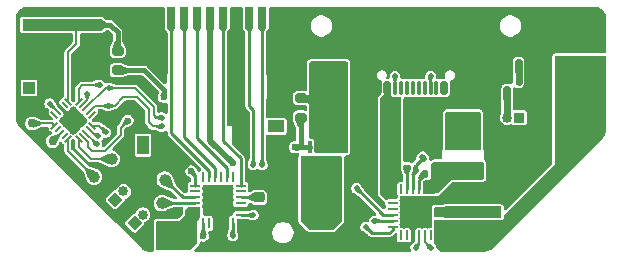
<source format=gbr>
%TF.GenerationSoftware,KiCad,Pcbnew,9.0.1-rc2-202503292320~1d443ca74c~ubuntu24.04.1*%
%TF.CreationDate,2025-04-04T23:21:44+10:00*%
%TF.ProjectId,Stormbreaker,53746f72-6d62-4726-9561-6b65722e6b69,rev?*%
%TF.SameCoordinates,Original*%
%TF.FileFunction,Copper,L1,Top*%
%TF.FilePolarity,Positive*%
%FSLAX46Y46*%
G04 Gerber Fmt 4.6, Leading zero omitted, Abs format (unit mm)*
G04 Created by KiCad (PCBNEW 9.0.1-rc2-202503292320~1d443ca74c~ubuntu24.04.1) date 2025-04-04 23:21:44*
%MOMM*%
%LPD*%
G01*
G04 APERTURE LIST*
G04 Aperture macros list*
%AMRoundRect*
0 Rectangle with rounded corners*
0 $1 Rounding radius*
0 $2 $3 $4 $5 $6 $7 $8 $9 X,Y pos of 4 corners*
0 Add a 4 corners polygon primitive as box body*
4,1,4,$2,$3,$4,$5,$6,$7,$8,$9,$2,$3,0*
0 Add four circle primitives for the rounded corners*
1,1,$1+$1,$2,$3*
1,1,$1+$1,$4,$5*
1,1,$1+$1,$6,$7*
1,1,$1+$1,$8,$9*
0 Add four rect primitives between the rounded corners*
20,1,$1+$1,$2,$3,$4,$5,0*
20,1,$1+$1,$4,$5,$6,$7,0*
20,1,$1+$1,$6,$7,$8,$9,0*
20,1,$1+$1,$8,$9,$2,$3,0*%
%AMHorizOval*
0 Thick line with rounded ends*
0 $1 width*
0 $2 $3 position (X,Y) of the first rounded end (center of the circle)*
0 $4 $5 position (X,Y) of the second rounded end (center of the circle)*
0 Add line between two ends*
20,1,$1,$2,$3,$4,$5,0*
0 Add two circle primitives to create the rounded ends*
1,1,$1,$2,$3*
1,1,$1,$4,$5*%
%AMRotRect*
0 Rectangle, with rotation*
0 The origin of the aperture is its center*
0 $1 length*
0 $2 width*
0 $3 Rotation angle, in degrees counterclockwise*
0 Add horizontal line*
21,1,$1,$2,0,0,$3*%
%AMFreePoly0*
4,1,14,0.334644,0.085355,0.385355,0.034644,0.400000,-0.000711,0.400000,-0.050000,0.385355,-0.085355,0.350000,-0.100000,-0.350000,-0.100000,-0.385355,-0.085355,-0.400000,-0.050000,-0.400000,0.050000,-0.385355,0.085355,-0.350000,0.100000,0.299289,0.100000,0.334644,0.085355,0.334644,0.085355,$1*%
%AMFreePoly1*
4,1,14,0.385355,0.085355,0.400000,0.050000,0.400000,0.000711,0.385355,-0.034644,0.334644,-0.085355,0.299289,-0.100000,-0.350000,-0.100000,-0.385355,-0.085355,-0.400000,-0.050000,-0.400000,0.050000,-0.385355,0.085355,-0.350000,0.100000,0.350000,0.100000,0.385355,0.085355,0.385355,0.085355,$1*%
%AMFreePoly2*
4,1,14,0.085355,0.385355,0.100000,0.350000,0.100000,-0.350000,0.085355,-0.385355,0.050000,-0.400000,-0.050000,-0.400000,-0.085355,-0.385355,-0.100000,-0.350000,-0.100000,0.299289,-0.085355,0.334644,-0.034644,0.385355,0.000711,0.400000,0.050000,0.400000,0.085355,0.385355,0.085355,0.385355,$1*%
%AMFreePoly3*
4,1,14,0.034644,0.385355,0.085355,0.334644,0.100000,0.299289,0.100000,-0.350000,0.085355,-0.385355,0.050000,-0.400000,-0.050000,-0.400000,-0.085355,-0.385355,-0.100000,-0.350000,-0.100000,0.350000,-0.085355,0.385355,-0.050000,0.400000,-0.000711,0.400000,0.034644,0.385355,0.034644,0.385355,$1*%
%AMFreePoly4*
4,1,14,0.385355,0.085355,0.400000,0.050000,0.400000,-0.050000,0.385355,-0.085355,0.350000,-0.100000,-0.299289,-0.100000,-0.334644,-0.085355,-0.385355,-0.034644,-0.400000,0.000711,-0.400000,0.050000,-0.385355,0.085355,-0.350000,0.100000,0.350000,0.100000,0.385355,0.085355,0.385355,0.085355,$1*%
%AMFreePoly5*
4,1,14,0.385355,0.085355,0.400000,0.050000,0.400000,-0.050000,0.385355,-0.085355,0.350000,-0.100000,-0.350000,-0.100000,-0.385355,-0.085355,-0.400000,-0.050000,-0.400000,-0.000711,-0.385355,0.034644,-0.334644,0.085355,-0.299289,0.100000,0.350000,0.100000,0.385355,0.085355,0.385355,0.085355,$1*%
%AMFreePoly6*
4,1,14,0.085355,0.385355,0.100000,0.350000,0.100000,-0.299289,0.085355,-0.334644,0.034644,-0.385355,-0.000711,-0.400000,-0.050000,-0.400000,-0.085355,-0.385355,-0.100000,-0.350000,-0.100000,0.350000,-0.085355,0.385355,-0.050000,0.400000,0.050000,0.400000,0.085355,0.385355,0.085355,0.385355,$1*%
%AMFreePoly7*
4,1,14,0.085355,0.385355,0.100000,0.350000,0.100000,-0.350000,0.085355,-0.385355,0.050000,-0.400000,0.000711,-0.400000,-0.034644,-0.385355,-0.085355,-0.334644,-0.100000,-0.299289,-0.100000,0.350000,-0.085355,0.385355,-0.050000,0.400000,0.050000,0.400000,0.085355,0.385355,0.085355,0.385355,$1*%
%AMFreePoly8*
4,1,21,1.372500,0.787500,0.862500,0.787500,0.862500,0.532500,1.372500,0.532500,1.372500,0.127500,0.862500,0.127500,0.862500,-0.127500,1.372500,-0.127500,1.372500,-0.532500,0.862500,-0.532500,0.862500,-0.787500,1.372500,-0.787500,1.372500,-1.195000,0.612500,-1.195000,0.612500,-1.117500,-0.862500,-1.117500,-0.862500,1.117500,0.612500,1.117500,0.612500,1.195000,1.372500,1.195000,
1.372500,0.787500,1.372500,0.787500,$1*%
G04 Aperture macros list end*
%TA.AperFunction,SMDPad,CuDef*%
%ADD10C,1.000000*%
%TD*%
%TA.AperFunction,SMDPad,CuDef*%
%ADD11RoundRect,0.225000X0.250000X-0.225000X0.250000X0.225000X-0.250000X0.225000X-0.250000X-0.225000X0*%
%TD*%
%TA.AperFunction,SMDPad,CuDef*%
%ADD12RoundRect,0.062500X-0.350000X-0.062500X0.350000X-0.062500X0.350000X0.062500X-0.350000X0.062500X0*%
%TD*%
%TA.AperFunction,SMDPad,CuDef*%
%ADD13RoundRect,0.062500X-0.062500X-0.350000X0.062500X-0.350000X0.062500X0.350000X-0.062500X0.350000X0*%
%TD*%
%TA.AperFunction,HeatsinkPad*%
%ADD14C,0.500000*%
%TD*%
%TA.AperFunction,HeatsinkPad*%
%ADD15R,2.700000X2.700000*%
%TD*%
%TA.AperFunction,SMDPad,CuDef*%
%ADD16FreePoly0,315.000000*%
%TD*%
%TA.AperFunction,SMDPad,CuDef*%
%ADD17RoundRect,0.050000X-0.282843X0.212132X0.212132X-0.282843X0.282843X-0.212132X-0.212132X0.282843X0*%
%TD*%
%TA.AperFunction,SMDPad,CuDef*%
%ADD18FreePoly1,315.000000*%
%TD*%
%TA.AperFunction,SMDPad,CuDef*%
%ADD19FreePoly2,315.000000*%
%TD*%
%TA.AperFunction,SMDPad,CuDef*%
%ADD20RoundRect,0.050000X-0.282843X-0.212132X-0.212132X-0.282843X0.282843X0.212132X0.212132X0.282843X0*%
%TD*%
%TA.AperFunction,SMDPad,CuDef*%
%ADD21FreePoly3,315.000000*%
%TD*%
%TA.AperFunction,SMDPad,CuDef*%
%ADD22FreePoly4,315.000000*%
%TD*%
%TA.AperFunction,SMDPad,CuDef*%
%ADD23FreePoly5,315.000000*%
%TD*%
%TA.AperFunction,SMDPad,CuDef*%
%ADD24FreePoly6,315.000000*%
%TD*%
%TA.AperFunction,SMDPad,CuDef*%
%ADD25FreePoly7,315.000000*%
%TD*%
%TA.AperFunction,HeatsinkPad*%
%ADD26RotRect,1.700000X1.700000X315.000000*%
%TD*%
%TA.AperFunction,SMDPad,CuDef*%
%ADD27RoundRect,0.140000X-0.021213X0.219203X-0.219203X0.021213X0.021213X-0.219203X0.219203X-0.021213X0*%
%TD*%
%TA.AperFunction,SMDPad,CuDef*%
%ADD28RoundRect,0.140000X-0.170000X0.140000X-0.170000X-0.140000X0.170000X-0.140000X0.170000X0.140000X0*%
%TD*%
%TA.AperFunction,SMDPad,CuDef*%
%ADD29C,0.750000*%
%TD*%
%TA.AperFunction,SMDPad,CuDef*%
%ADD30RoundRect,0.062500X-0.375000X-0.062500X0.375000X-0.062500X0.375000X0.062500X-0.375000X0.062500X0*%
%TD*%
%TA.AperFunction,SMDPad,CuDef*%
%ADD31RoundRect,0.062500X-0.062500X-0.375000X0.062500X-0.375000X0.062500X0.375000X-0.062500X0.375000X0*%
%TD*%
%TA.AperFunction,HeatsinkPad*%
%ADD32R,2.500000X2.500000*%
%TD*%
%TA.AperFunction,ComponentPad*%
%ADD33RotRect,0.850000X0.850000X135.000000*%
%TD*%
%TA.AperFunction,ComponentPad*%
%ADD34HorizOval,0.850000X0.000000X0.000000X0.000000X0.000000X0*%
%TD*%
%TA.AperFunction,SMDPad,CuDef*%
%ADD35RoundRect,0.150000X0.150000X0.425000X-0.150000X0.425000X-0.150000X-0.425000X0.150000X-0.425000X0*%
%TD*%
%TA.AperFunction,SMDPad,CuDef*%
%ADD36RoundRect,0.075000X0.075000X0.500000X-0.075000X0.500000X-0.075000X-0.500000X0.075000X-0.500000X0*%
%TD*%
%TA.AperFunction,HeatsinkPad*%
%ADD37O,1.000000X2.100000*%
%TD*%
%TA.AperFunction,HeatsinkPad*%
%ADD38O,1.000000X1.800000*%
%TD*%
%TA.AperFunction,SMDPad,CuDef*%
%ADD39RoundRect,0.225000X0.225000X0.250000X-0.225000X0.250000X-0.225000X-0.250000X0.225000X-0.250000X0*%
%TD*%
%TA.AperFunction,ComponentPad*%
%ADD40RoundRect,0.250000X0.625000X-0.350000X0.625000X0.350000X-0.625000X0.350000X-0.625000X-0.350000X0*%
%TD*%
%TA.AperFunction,ComponentPad*%
%ADD41O,1.750000X1.200000*%
%TD*%
%TA.AperFunction,SMDPad,CuDef*%
%ADD42R,1.450000X1.000000*%
%TD*%
%TA.AperFunction,SMDPad,CuDef*%
%ADD43RoundRect,0.150000X-0.150000X0.512500X-0.150000X-0.512500X0.150000X-0.512500X0.150000X0.512500X0*%
%TD*%
%TA.AperFunction,SMDPad,CuDef*%
%ADD44R,0.405000X0.990000*%
%TD*%
%TA.AperFunction,SMDPad,CuDef*%
%ADD45FreePoly8,270.000000*%
%TD*%
%TA.AperFunction,SMDPad,CuDef*%
%ADD46R,0.700000X1.750000*%
%TD*%
%TA.AperFunction,SMDPad,CuDef*%
%ADD47R,1.000000X1.550000*%
%TD*%
%TA.AperFunction,SMDPad,CuDef*%
%ADD48R,0.800000X1.500000*%
%TD*%
%TA.AperFunction,SMDPad,CuDef*%
%ADD49R,1.300000X1.500000*%
%TD*%
%TA.AperFunction,SMDPad,CuDef*%
%ADD50R,1.500000X1.500000*%
%TD*%
%TA.AperFunction,SMDPad,CuDef*%
%ADD51R,0.800000X1.400000*%
%TD*%
%TA.AperFunction,ComponentPad*%
%ADD52C,0.850000*%
%TD*%
%TA.AperFunction,ComponentPad*%
%ADD53R,0.850000X0.850000*%
%TD*%
%TA.AperFunction,ComponentPad*%
%ADD54O,0.850000X0.850000*%
%TD*%
%TA.AperFunction,ComponentPad*%
%ADD55R,1.000000X1.000000*%
%TD*%
%TA.AperFunction,ComponentPad*%
%ADD56O,1.000000X1.000000*%
%TD*%
%TA.AperFunction,SMDPad,CuDef*%
%ADD57C,2.000000*%
%TD*%
%TA.AperFunction,SMDPad,CuDef*%
%ADD58RoundRect,0.200000X0.275000X-0.200000X0.275000X0.200000X-0.275000X0.200000X-0.275000X-0.200000X0*%
%TD*%
%TA.AperFunction,SMDPad,CuDef*%
%ADD59C,1.500000*%
%TD*%
%TA.AperFunction,SMDPad,CuDef*%
%ADD60RoundRect,0.200000X-0.275000X0.200000X-0.275000X-0.200000X0.275000X-0.200000X0.275000X0.200000X0*%
%TD*%
%TA.AperFunction,SMDPad,CuDef*%
%ADD61R,2.700000X1.050000*%
%TD*%
%TA.AperFunction,SMDPad,CuDef*%
%ADD62RoundRect,0.140000X0.140000X0.170000X-0.140000X0.170000X-0.140000X-0.170000X0.140000X-0.170000X0*%
%TD*%
%TA.AperFunction,ComponentPad*%
%ADD63C,0.600000*%
%TD*%
%TA.AperFunction,SMDPad,CuDef*%
%ADD64RoundRect,0.250000X0.600000X-0.600000X0.600000X0.600000X-0.600000X0.600000X-0.600000X-0.600000X0*%
%TD*%
%TA.AperFunction,ViaPad*%
%ADD65C,0.600000*%
%TD*%
%TA.AperFunction,ViaPad*%
%ADD66C,0.800000*%
%TD*%
%TA.AperFunction,ViaPad*%
%ADD67C,0.500000*%
%TD*%
%TA.AperFunction,Conductor*%
%ADD68C,0.700000*%
%TD*%
%TA.AperFunction,Conductor*%
%ADD69C,1.500000*%
%TD*%
%TA.AperFunction,Conductor*%
%ADD70C,0.250000*%
%TD*%
%TA.AperFunction,Conductor*%
%ADD71C,0.200000*%
%TD*%
%TA.AperFunction,Conductor*%
%ADD72C,0.600000*%
%TD*%
%TA.AperFunction,Conductor*%
%ADD73C,0.400000*%
%TD*%
%TA.AperFunction,Conductor*%
%ADD74C,0.500000*%
%TD*%
%TA.AperFunction,Conductor*%
%ADD75C,1.000000*%
%TD*%
G04 APERTURE END LIST*
D10*
%TO.P,TP1,1,1*%
%TO.N,D+*%
X126500000Y-57750000D03*
%TD*%
D11*
%TO.P,C5,1*%
%TO.N,VCC*%
X151500000Y-58500000D03*
%TO.P,C5,2*%
%TO.N,GND*%
X151500000Y-56950000D03*
%TD*%
D12*
%TO.P,U1,1,VBUS*%
%TO.N,VBUS*%
X146037500Y-57250000D03*
%TO.P,U1,2,D+*%
%TO.N,unconnected-(U1-D+-Pad2)*%
X146037500Y-57750000D03*
%TO.P,U1,3,D-*%
%TO.N,unconnected-(U1-D--Pad3)*%
X146037500Y-58250000D03*
%TO.P,U1,4,STAT*%
%TO.N,/BQ_STAT*%
X146037500Y-58750000D03*
%TO.P,U1,5,SCL*%
%TO.N,SCL_2*%
X146037500Y-59250000D03*
%TO.P,U1,6,SDA*%
%TO.N,SDA_2*%
X146037500Y-59750000D03*
D13*
%TO.P,U1,7,INT*%
%TO.N,unconnected-(U1-INT-Pad7)*%
X146750000Y-60462500D03*
%TO.P,U1,8,OTG*%
%TO.N,unconnected-(U1-OTG-Pad8)*%
X147250000Y-60462500D03*
%TO.P,U1,9,~{CE}*%
%TO.N,GND*%
X147750000Y-60462500D03*
%TO.P,U1,10,ILIM*%
%TO.N,Net-(U1-ILIM)*%
X148250000Y-60462500D03*
%TO.P,U1,11,TS*%
%TO.N,Net-(U1-TS)*%
X148750000Y-60462500D03*
%TO.P,U1,12,~{QON}*%
%TO.N,unconnected-(U1-~{QON}-Pad12)*%
X149250000Y-60462500D03*
D12*
%TO.P,U1,13,BAT*%
%TO.N,/BATT*%
X149962500Y-59750000D03*
%TO.P,U1,14,BAT*%
X149962500Y-59250000D03*
%TO.P,U1,15,SYS*%
%TO.N,VCC*%
X149962500Y-58750000D03*
%TO.P,U1,16,SYS*%
X149962500Y-58250000D03*
%TO.P,U1,17,PGND*%
%TO.N,GND*%
X149962500Y-57750000D03*
%TO.P,U1,18,PGND*%
X149962500Y-57250000D03*
D13*
%TO.P,U1,19,SW*%
%TO.N,Net-(C3-Pad1)*%
X149250000Y-56537500D03*
%TO.P,U1,20,SW*%
X148750000Y-56537500D03*
%TO.P,U1,21,BTST*%
%TO.N,Net-(U1-BTST)*%
X148250000Y-56537500D03*
%TO.P,U1,22,REGN*%
%TO.N,Net-(U1-REGN)*%
X147750000Y-56537500D03*
%TO.P,U1,23,PMID*%
%TO.N,Net-(U1-PMID)*%
X147250000Y-56537500D03*
%TO.P,U1,24,DSEL*%
%TO.N,unconnected-(U1-DSEL-Pad24)*%
X146750000Y-56537500D03*
D14*
%TO.P,U1,25,PGND*%
%TO.N,GND*%
X146900000Y-57400000D03*
X146900000Y-58500000D03*
X146900000Y-59600000D03*
X148000000Y-57400000D03*
X148000000Y-58500000D03*
D15*
X148000000Y-58500000D03*
D14*
X148000000Y-59600000D03*
X149100000Y-57400000D03*
X149100000Y-58500000D03*
X149100000Y-59600000D03*
%TD*%
D16*
%TO.P,U3,1,PA2*%
%TO.N,/PowerButton*%
X118540381Y-49159010D03*
D17*
%TO.P,U3,2,PA3*%
%TO.N,unconnected-(U3-PA3-Pad2)*%
X118257538Y-49441852D03*
%TO.P,U3,3,GND*%
%TO.N,GND*%
X117974695Y-49724695D03*
%TO.P,U3,4,VCC*%
%TO.N,VCC*%
X117691852Y-50007538D03*
D18*
%TO.P,U3,5,PA4*%
%TO.N,unconnected-(U3-PA4-Pad5)*%
X117409010Y-50290381D03*
D19*
%TO.P,U3,6,PA5*%
%TO.N,/LED*%
X117409010Y-51209619D03*
D20*
%TO.P,U3,7,PA6*%
%TO.N,unconnected-(U3-PA6-Pad7)*%
X117691852Y-51492462D03*
%TO.P,U3,8,PA7*%
%TO.N,/ALERT*%
X117974695Y-51775305D03*
%TO.P,U3,9,PB5*%
%TO.N,unconnected-(U3-PB5-Pad9)*%
X118257538Y-52058148D03*
D21*
%TO.P,U3,10,PB4*%
%TO.N,/Wii_SHUTDOWN*%
X118540381Y-52340990D03*
D22*
%TO.P,U3,11,PB3*%
%TO.N,/Wii_POWER*%
X119459619Y-52340990D03*
D17*
%TO.P,U3,12,PB2*%
%TO.N,FAN_PWM*%
X119742462Y-52058148D03*
%TO.P,U3,13,PB1*%
%TO.N,SDA*%
X120025305Y-51775305D03*
%TO.P,U3,14,PB0*%
%TO.N,SCL*%
X120308148Y-51492462D03*
D23*
%TO.P,U3,15,PC0*%
%TO.N,/BQ_STAT*%
X120590990Y-51209619D03*
D24*
%TO.P,U3,16,PC1*%
%TO.N,unconnected-(U3-PC1-Pad16)*%
X120590990Y-50290381D03*
D20*
%TO.P,U3,17,PC2*%
%TO.N,SDA_2*%
X120308148Y-50007538D03*
%TO.P,U3,18,PC3*%
%TO.N,SCL_2*%
X120025305Y-49724695D03*
%TO.P,U3,19,~{RESET}/PA0*%
%TO.N,/PA0*%
X119742462Y-49441852D03*
D25*
%TO.P,U3,20,PA1*%
%TO.N,Net-(Q1-G)*%
X119459619Y-49159010D03*
D26*
%TO.P,U3,21,GND*%
%TO.N,GND*%
X119000000Y-50750000D03*
%TD*%
D27*
%TO.P,C4,1*%
%TO.N,GND*%
X149279411Y-53250000D03*
%TO.P,C4,2*%
%TO.N,Net-(U1-REGN)*%
X148600589Y-53928822D03*
%TD*%
D10*
%TO.P,TP7,1,1*%
%TO.N,/Wii_SHUTDOWN*%
X120750000Y-55500000D03*
%TD*%
%TO.P,TP2,1,1*%
%TO.N,D-*%
X126750000Y-55750000D03*
%TD*%
D28*
%TO.P,C7,1*%
%TO.N,GND*%
X147250000Y-53790000D03*
%TO.P,C7,2*%
%TO.N,Net-(U1-PMID)*%
X147250000Y-54750000D03*
%TD*%
D29*
%TO.P,TP11,1,1*%
%TO.N,/ALERT*%
X117250000Y-52500000D03*
%TD*%
D30*
%TO.P,U2,1,VDD*%
%TO.N,Net-(U2-VDD)*%
X129312500Y-56250000D03*
%TO.P,U2,2*%
%TO.N,N/C*%
X129312500Y-56750000D03*
%TO.P,U2,3,D-*%
%TO.N,D-*%
X129312500Y-57250000D03*
%TO.P,U2,4,D+*%
%TO.N,D+*%
X129312500Y-57750000D03*
%TO.P,U2,5,AVDD33*%
%TO.N,+3.3V*%
X129312500Y-58250000D03*
%TO.P,U2,6,DVDD33*%
X129312500Y-58750000D03*
D31*
%TO.P,U2,7,SD_VCC*%
%TO.N,SD_VCC*%
X130000000Y-59437500D03*
%TO.P,U2,8*%
%TO.N,N/C*%
X130500000Y-59437500D03*
%TO.P,U2,9,PIO5*%
%TO.N,GND*%
X131000000Y-59437500D03*
%TO.P,U2,10,SD_CDZ*%
X131500000Y-59437500D03*
%TO.P,U2,11,SD_WP*%
X132000000Y-59437500D03*
%TO.P,U2,12,SD_D1*%
%TO.N,SD_D1*%
X132500000Y-59437500D03*
D30*
%TO.P,U2,13,SD_D0*%
%TO.N,SD_D0*%
X133187500Y-58750000D03*
%TO.P,U2,14,PIO0*%
%TO.N,GND*%
X133187500Y-58250000D03*
%TO.P,U2,15*%
%TO.N,N/C*%
X133187500Y-57750000D03*
%TO.P,U2,16,SDREG*%
%TO.N,Net-(U2-SDREG)*%
X133187500Y-57250000D03*
%TO.P,U2,17*%
%TO.N,N/C*%
X133187500Y-56750000D03*
%TO.P,U2,18,SD_CLK*%
%TO.N,SD_CLK*%
X133187500Y-56250000D03*
D31*
%TO.P,U2,19*%
%TO.N,N/C*%
X132500000Y-55562500D03*
%TO.P,U2,20,SD_CMD*%
%TO.N,SD_CMD*%
X132000000Y-55562500D03*
%TO.P,U2,21*%
%TO.N,N/C*%
X131500000Y-55562500D03*
%TO.P,U2,22,SD_D3*%
%TO.N,SD_D3*%
X131000000Y-55562500D03*
%TO.P,U2,23,SD_D2*%
%TO.N,SD_D2*%
X130500000Y-55562500D03*
%TO.P,U2,24*%
%TO.N,N/C*%
X130000000Y-55562500D03*
D32*
%TO.P,U2,25,EP*%
%TO.N,GND*%
X131250000Y-57500000D03*
%TD*%
D11*
%TO.P,C6,1*%
%TO.N,VCC*%
X153000000Y-58500000D03*
%TO.P,C6,2*%
%TO.N,GND*%
X153000000Y-56950000D03*
%TD*%
D33*
%TO.P,J3,1,Pin_1*%
%TO.N,VCC*%
X122542893Y-57457107D03*
D34*
%TO.P,J3,2,Pin_2*%
%TO.N,/PA0*%
X123250000Y-56750000D03*
%TO.P,J3,3,Pin_3*%
%TO.N,GND*%
X123957107Y-56042893D03*
%TD*%
D35*
%TO.P,J2,A1,GND*%
%TO.N,GND*%
X151200000Y-47990000D03*
%TO.P,J2,A4,VBUS*%
%TO.N,VBUS*%
X150400000Y-47990000D03*
D36*
%TO.P,J2,A5,CC1*%
%TO.N,CC1*%
X149250000Y-47990000D03*
%TO.P,J2,A6,D+*%
%TO.N,unconnected-(J2-D+-PadA6)*%
X148250000Y-47990000D03*
%TO.P,J2,A7,D-*%
%TO.N,unconnected-(J2-D--PadA7)*%
X147750000Y-47990000D03*
%TO.P,J2,A8*%
%TO.N,N/C*%
X146750000Y-47990000D03*
D35*
%TO.P,J2,A9,VBUS*%
%TO.N,VBUS*%
X145600000Y-47990000D03*
%TO.P,J2,A12,GND*%
%TO.N,GND*%
X144800000Y-47990000D03*
%TO.P,J2,B1,GND*%
X144800000Y-47990000D03*
%TO.P,J2,B4,VBUS*%
%TO.N,VBUS*%
X145600000Y-47990000D03*
D36*
%TO.P,J2,B5,CC2*%
%TO.N,CC2*%
X146250000Y-47990000D03*
%TO.P,J2,B6,D+*%
%TO.N,unconnected-(J2-D+-PadB6)*%
X147250000Y-47990000D03*
%TO.P,J2,B7,D-*%
%TO.N,unconnected-(J2-D--PadB7)*%
X148750000Y-47990000D03*
%TO.P,J2,B8*%
%TO.N,N/C*%
X149750000Y-47990000D03*
D35*
%TO.P,J2,B9,VBUS*%
%TO.N,VBUS*%
X150400000Y-47990000D03*
%TO.P,J2,B12,GND*%
%TO.N,GND*%
X151200000Y-47990000D03*
D37*
%TO.P,J2,S1,SHIELD*%
X152320000Y-47415000D03*
D38*
X152320000Y-43235000D03*
D37*
X143680000Y-47415000D03*
D38*
X143680000Y-43235000D03*
%TD*%
D39*
%TO.P,C1,1*%
%TO.N,VBUS*%
X145500000Y-55000000D03*
%TO.P,C1,2*%
%TO.N,GND*%
X143950000Y-55000000D03*
%TD*%
D40*
%TO.P,BT2,1,+*%
%TO.N,/BATT*%
X160750000Y-46000000D03*
D41*
%TO.P,BT2,2,-*%
%TO.N,GND*%
X160750000Y-44000000D03*
%TD*%
D42*
%TO.P,SW1,1,1*%
%TO.N,/PowerButton*%
X115425000Y-42650000D03*
X120575000Y-42650000D03*
%TO.P,SW1,2,2*%
%TO.N,GND*%
X115425000Y-44350000D03*
X120575000Y-44350000D03*
%TD*%
D10*
%TO.P,TP6,1,1*%
%TO.N,/Wii_POWER*%
X122250000Y-54000000D03*
%TD*%
D43*
%TO.P,Q2,1,G*%
%TO.N,FAN_PWM*%
X156700000Y-46225000D03*
%TO.P,Q2,2,S*%
%TO.N,GND*%
X154800000Y-46225000D03*
%TO.P,Q2,3,D*%
%TO.N,Net-(J4-Pin_2)*%
X155750000Y-48500000D03*
%TD*%
D44*
%TO.P,Q1,1,S*%
%TO.N,VCC*%
X140990000Y-53007500D03*
%TO.P,Q1,2,S*%
X140330000Y-53007500D03*
%TO.P,Q1,3,S*%
X139670000Y-53007500D03*
%TO.P,Q1,4,G*%
%TO.N,Net-(Q1-G)*%
X139010000Y-53007500D03*
D45*
%TO.P,Q1,5,D*%
%TO.N,VDD*%
X140000000Y-55000000D03*
%TD*%
D39*
%TO.P,C14,1*%
%TO.N,VBUS*%
X145500000Y-50000000D03*
%TO.P,C14,2*%
%TO.N,GND*%
X143950000Y-50000000D03*
%TD*%
D46*
%TO.P,J1,1,DAT2*%
%TO.N,SD_D2*%
X127305000Y-42025000D03*
%TO.P,J1,2,DAT3/CD*%
%TO.N,SD_D3*%
X128405000Y-42025000D03*
%TO.P,J1,3,CMD*%
%TO.N,SD_CMD*%
X129505000Y-42025000D03*
%TO.P,J1,4,VDD*%
%TO.N,SD_VCC*%
X130605000Y-42025000D03*
%TO.P,J1,5,CLK*%
%TO.N,SD_CLK*%
X131705000Y-42025000D03*
%TO.P,J1,6,VSS*%
%TO.N,GND*%
X132805000Y-42025000D03*
%TO.P,J1,7,DAT0*%
%TO.N,SD_D0*%
X133905000Y-42025000D03*
%TO.P,J1,8,DAT1*%
%TO.N,SD_D1*%
X135005000Y-42025000D03*
D42*
%TO.P,J1,9,DET_B*%
%TO.N,unconnected-(J1-DET_B-Pad9)*%
X136130000Y-51250000D03*
D47*
%TO.P,J1,10,DET_A*%
%TO.N,unconnected-(J1-DET_A-Pad10)*%
X124905000Y-52825000D03*
D48*
%TO.P,J1,11,SHIELD*%
%TO.N,GND*%
X136455000Y-49750000D03*
D49*
X136205000Y-42150000D03*
D50*
X124855000Y-42150000D03*
D51*
X124505000Y-50400000D03*
%TD*%
D33*
%TO.P,J5,1,Pin_1*%
%TO.N,SDA*%
X124191386Y-59426777D03*
D52*
%TO.P,J5,2,Pin_2*%
%TO.N,SCL*%
X124898493Y-58719670D03*
%TD*%
D53*
%TO.P,J4,1,Pin_1*%
%TO.N,VCC*%
X156750000Y-50500000D03*
D54*
%TO.P,J4,2,Pin_2*%
%TO.N,Net-(J4-Pin_2)*%
X155750000Y-50500000D03*
%TD*%
D11*
%TO.P,C12,1*%
%TO.N,Net-(U2-SDREG)*%
X134750000Y-57250000D03*
%TO.P,C12,2*%
%TO.N,GND*%
X134750000Y-55700000D03*
%TD*%
D29*
%TO.P,TP10,1,1*%
%TO.N,/LED*%
X115500000Y-51000000D03*
%TD*%
D55*
%TO.P,BT1,1,+*%
%TO.N,/BATT*%
X115250000Y-48000000D03*
D56*
%TO.P,BT1,2,-*%
%TO.N,GND*%
X115250000Y-49270000D03*
%TD*%
D57*
%TO.P,TP5,1,1*%
%TO.N,VDD*%
X140000000Y-58500000D03*
%TD*%
D58*
%TO.P,R8,1*%
%TO.N,Net-(Q1-G)*%
X138250000Y-50500000D03*
%TO.P,R8,2*%
%TO.N,VCC*%
X138250000Y-48850000D03*
%TD*%
D59*
%TO.P,TP3,1,1*%
%TO.N,+3.3V*%
X127250000Y-60500000D03*
%TD*%
D60*
%TO.P,R5,1*%
%TO.N,/PowerButton*%
X122750000Y-44850000D03*
%TO.P,R5,2*%
%TO.N,VCC*%
X122750000Y-46500000D03*
%TD*%
D61*
%TO.P,L1,1*%
%TO.N,Net-(C3-Pad1)*%
X152000000Y-55000000D03*
%TO.P,L1,2*%
%TO.N,VCC*%
X152000000Y-52550000D03*
%TD*%
D57*
%TO.P,TP8,1,1*%
%TO.N,VCC*%
X140625000Y-47250000D03*
%TD*%
D62*
%TO.P,C3,1*%
%TO.N,Net-(C3-Pad1)*%
X149710000Y-55250000D03*
%TO.P,C3,2*%
%TO.N,Net-(U1-BTST)*%
X148750000Y-55250000D03*
%TD*%
D63*
%TO.P,U4,17,GND*%
%TO.N,GND*%
X147200000Y-43750000D03*
X147750000Y-43750000D03*
X148300000Y-43750000D03*
X147200000Y-43200000D03*
X147750000Y-43200000D03*
D64*
X147750000Y-43200000D03*
D63*
X148300000Y-43200000D03*
X147200000Y-42650000D03*
X147750000Y-42650000D03*
X148300000Y-42650000D03*
%TD*%
D65*
%TO.N,GND*%
X136250000Y-53000000D03*
X151200000Y-47990000D03*
X116000000Y-52000000D03*
X119000000Y-55000000D03*
X118000000Y-54000000D03*
D66*
X131250000Y-57500000D03*
X133500000Y-53000000D03*
D65*
X117500000Y-45000000D03*
D66*
X136750000Y-57750000D03*
D65*
X132805000Y-42025000D03*
X137500000Y-55000000D03*
X124855000Y-42150000D03*
X144800000Y-47990000D03*
X135000000Y-60000000D03*
X157500000Y-42500000D03*
D66*
X136750000Y-56250000D03*
D65*
X125000000Y-54500000D03*
D66*
X119000000Y-50750000D03*
X136750000Y-57000000D03*
D65*
X124750000Y-51500000D03*
X136205000Y-42150000D03*
D66*
X137500000Y-57000000D03*
D65*
X142500000Y-57500000D03*
D66*
X136000000Y-57000000D03*
D65*
X136455000Y-49750000D03*
X152250000Y-56500000D03*
X131500000Y-61250000D03*
X126500000Y-53000000D03*
D66*
%TO.N,/BATT*%
X151250000Y-60500000D03*
X152750000Y-60500000D03*
X152000000Y-60500000D03*
X152750000Y-59750000D03*
X152000000Y-61250000D03*
X152000000Y-59750000D03*
X151250000Y-61250000D03*
X152750000Y-61250000D03*
X151250000Y-59750000D03*
D65*
%TO.N,VBUS*%
X150400000Y-47990000D03*
X145600000Y-47990000D03*
D66*
X146250000Y-52250000D03*
X145500000Y-53750000D03*
X146250000Y-53000000D03*
X145500000Y-52250000D03*
X145500000Y-53000000D03*
X146250000Y-53750000D03*
D67*
%TO.N,Net-(U1-REGN)*%
X148000000Y-55000000D03*
D66*
%TO.N,VCC*%
X141750000Y-50250000D03*
X151250000Y-52750000D03*
D67*
X154000000Y-58250000D03*
D66*
X151250000Y-52000000D03*
X139500000Y-50250000D03*
X152750000Y-52750000D03*
X141000000Y-50250000D03*
X139500000Y-51000000D03*
D67*
X154500000Y-58750000D03*
D66*
X152000000Y-51250000D03*
D67*
X155000000Y-58750000D03*
D66*
X141750000Y-51750000D03*
D65*
X126660000Y-48750000D03*
D67*
X154500000Y-58250000D03*
D66*
X152000000Y-50500000D03*
X140250000Y-50250000D03*
D67*
X154000000Y-58750000D03*
D66*
X152750000Y-50500000D03*
X152000000Y-52000000D03*
X140250000Y-51750000D03*
X141000000Y-51750000D03*
D67*
X117000000Y-49315686D03*
D66*
X141000000Y-51000000D03*
D67*
X155000000Y-58250000D03*
D66*
X141750000Y-51000000D03*
X152750000Y-52000000D03*
X152000000Y-52750000D03*
X151250000Y-50500000D03*
X140250000Y-51000000D03*
X151250000Y-51250000D03*
X139500000Y-49500000D03*
X140250000Y-49500000D03*
X141750000Y-49500000D03*
X139500000Y-51750000D03*
X141000000Y-49500000D03*
X152750000Y-51250000D03*
D65*
%TO.N,Net-(U2-VDD)*%
X129000000Y-55050000D03*
%TO.N,+3.3V*%
X127250000Y-60500000D03*
%TO.N,SD_VCC*%
X130605000Y-46500000D03*
X130000000Y-60500000D03*
X132500000Y-54350000D03*
D67*
%TO.N,SD_D1*%
X132500000Y-60500000D03*
X135000000Y-54500000D03*
%TO.N,SD_D0*%
X134250000Y-58750000D03*
X134250000Y-54500000D03*
%TO.N,Net-(U1-ILIM)*%
X148000000Y-61500000D03*
%TO.N,Net-(U1-TS)*%
X149250000Y-61500000D03*
%TO.N,SCL*%
X121125940Y-52067093D03*
%TO.N,SDA*%
X120972182Y-52750000D03*
%TO.N,SDA_2*%
X143750000Y-59750000D03*
X126500000Y-51251000D03*
X122000000Y-49500000D03*
%TO.N,SCL_2*%
X144500000Y-59250000D03*
X122000000Y-48000000D03*
X126500000Y-50500000D03*
%TO.N,/BQ_STAT*%
X143000000Y-56500000D03*
X121750000Y-51750000D03*
%TO.N,/PA0*%
X120200000Y-48500000D03*
D65*
%TO.N,FAN_PWM*%
X123604998Y-50750000D03*
X156700000Y-47500000D03*
%TO.N,Net-(Q1-G)*%
X137750000Y-53007500D03*
D67*
X121236091Y-47736091D03*
%TO.N,CC2*%
X146250000Y-47000000D03*
%TO.N,CC1*%
X149250000Y-47000000D03*
D66*
%TO.N,VDD*%
X139250000Y-55750000D03*
X140750000Y-55000000D03*
X140000000Y-58500000D03*
X139250000Y-55000000D03*
X140000000Y-55000000D03*
X140000000Y-57750000D03*
X139250000Y-58500000D03*
X140000000Y-59250000D03*
X140750000Y-55750000D03*
X140750000Y-58500000D03*
X140000000Y-55750000D03*
%TD*%
D68*
%TO.N,GND*%
X132805000Y-42025000D02*
X132805000Y-46750000D01*
X132805000Y-52305000D02*
X133500000Y-53000000D01*
D69*
X132805000Y-46750000D02*
X132805000Y-49000000D01*
D68*
X132805000Y-49000000D02*
X132805000Y-52305000D01*
D70*
%TO.N,Net-(U1-BTST)*%
X148750000Y-55250000D02*
X148250000Y-55750000D01*
X148250000Y-55750000D02*
X148250000Y-56537500D01*
D71*
X148290000Y-56497500D02*
X148250000Y-56537500D01*
D70*
%TO.N,Net-(U1-REGN)*%
X148571178Y-53928822D02*
X148000000Y-54500000D01*
X147750000Y-55250000D02*
X148000000Y-55000000D01*
X148000000Y-54500000D02*
X148000000Y-55000000D01*
X147750000Y-56537500D02*
X147750000Y-55250000D01*
D71*
X148600589Y-53928822D02*
X148571178Y-53928822D01*
D72*
%TO.N,VCC*%
X138250000Y-48850000D02*
X138850000Y-48850000D01*
D73*
X126660000Y-48750000D02*
X126660000Y-48160000D01*
X125000000Y-46500000D02*
X122750000Y-46500000D01*
X126660000Y-48160000D02*
X125000000Y-46500000D01*
D71*
X117000000Y-49315686D02*
X117691852Y-50007538D01*
D72*
X138850000Y-48850000D02*
X139500000Y-49500000D01*
D70*
%TO.N,Net-(U1-PMID)*%
X147250000Y-54750000D02*
X147250000Y-56537500D01*
%TO.N,Net-(U2-VDD)*%
X129312500Y-56250000D02*
X129312500Y-55362500D01*
X129312500Y-55362500D02*
X129000000Y-55050000D01*
D74*
%TO.N,SD_VCC*%
X130605000Y-42025000D02*
X130605000Y-46500000D01*
X130605000Y-46500000D02*
X130605000Y-52455000D01*
D70*
X130000000Y-59437500D02*
X130000000Y-60500000D01*
D74*
X130605000Y-52455000D02*
X132500000Y-54350000D01*
D70*
%TO.N,Net-(U2-SDREG)*%
X133187500Y-57250000D02*
X134750000Y-57250000D01*
%TO.N,SD_CLK*%
X131705000Y-52455000D02*
X133187500Y-53937500D01*
X131705000Y-42025000D02*
X131705000Y-52455000D01*
X133187500Y-53937500D02*
X133187500Y-56250000D01*
%TO.N,SD_D1*%
X135005000Y-42025000D02*
X135005000Y-54495000D01*
X132500000Y-59437500D02*
X132500000Y-60500000D01*
D71*
X135005000Y-54495000D02*
X135000000Y-54500000D01*
D70*
%TO.N,SD_D0*%
X134250000Y-49845000D02*
X133905000Y-49500000D01*
X133187500Y-58750000D02*
X134250000Y-58750000D01*
X133905000Y-49500000D02*
X133905000Y-42025000D01*
X134250000Y-54500000D02*
X134250000Y-49845000D01*
%TO.N,SD_CMD*%
X129505000Y-42025000D02*
X129505000Y-52255000D01*
X129505000Y-52255000D02*
X132000000Y-54750000D01*
X132000000Y-54750000D02*
X132000000Y-55562500D01*
%TO.N,SD_D2*%
X127305000Y-42025000D02*
X127305000Y-51805000D01*
X130500000Y-55000000D02*
X127305000Y-51805000D01*
X130500000Y-55562500D02*
X130500000Y-55000000D01*
%TO.N,SD_D3*%
X128405000Y-42025000D02*
X128405000Y-52155000D01*
X131000000Y-55562500D02*
X131000000Y-54750000D01*
X131000000Y-54750000D02*
X128405000Y-52155000D01*
D71*
%TO.N,Net-(U1-ILIM)*%
X148250000Y-61250000D02*
X148250000Y-60462500D01*
X148000000Y-61500000D02*
X148250000Y-61250000D01*
%TO.N,Net-(U1-TS)*%
X149250000Y-61500000D02*
X148750000Y-61000000D01*
X148750000Y-61000000D02*
X148750000Y-60462500D01*
%TO.N,SCL*%
X121125940Y-52067093D02*
X121125940Y-52049355D01*
X121062676Y-51986091D02*
X120801777Y-51986091D01*
X121125940Y-52049355D02*
X121062676Y-51986091D01*
X120801777Y-51986091D02*
X120308148Y-51492462D01*
%TO.N,SDA*%
X120972182Y-52722182D02*
X120025305Y-51775305D01*
X120972182Y-52750000D02*
X120972182Y-52722182D01*
%TO.N,SDA_2*%
X125751000Y-51251000D02*
X126500000Y-51251000D01*
X122500000Y-49500000D02*
X123250000Y-48750000D01*
D70*
X146037500Y-59981250D02*
X145768750Y-60250000D01*
D71*
X124400057Y-48750000D02*
X125399000Y-49748943D01*
X125399000Y-50899000D02*
X125751000Y-51251000D01*
X125399000Y-49748943D02*
X125399000Y-50899000D01*
X122000000Y-49500000D02*
X122500000Y-49500000D01*
D70*
X144250000Y-60250000D02*
X143750000Y-59750000D01*
X146037500Y-59750000D02*
X146037500Y-59981250D01*
D71*
X120815686Y-49500000D02*
X120308148Y-50007538D01*
D70*
X145768750Y-60250000D02*
X144250000Y-60250000D01*
D71*
X122000000Y-49500000D02*
X120815686Y-49500000D01*
X123250000Y-48750000D02*
X124400057Y-48750000D01*
%TO.N,SCL_2*%
X126000000Y-50500000D02*
X126500000Y-50500000D01*
X125800000Y-49582843D02*
X125800000Y-50300000D01*
X124217157Y-48000000D02*
X125800000Y-49582843D01*
D70*
X146037500Y-59250000D02*
X144500000Y-59250000D01*
D71*
X121750000Y-48000000D02*
X120025305Y-49724695D01*
X125800000Y-50300000D02*
X126000000Y-50500000D01*
X122000000Y-48000000D02*
X121750000Y-48000000D01*
X122000000Y-48000000D02*
X124217157Y-48000000D01*
D70*
%TO.N,D+*%
X129312500Y-57750000D02*
X126500000Y-57750000D01*
%TO.N,D-*%
X128250000Y-57250000D02*
X126750000Y-55750000D01*
X129312500Y-57250000D02*
X128250000Y-57250000D01*
%TO.N,/BQ_STAT*%
X145250000Y-58750000D02*
X146037500Y-58750000D01*
D71*
X121750000Y-51750000D02*
X121209619Y-51209619D01*
X121209619Y-51209619D02*
X120590990Y-51209619D01*
D70*
X143000000Y-56500000D02*
X145250000Y-58750000D01*
D71*
%TO.N,/ALERT*%
X117974695Y-51775305D02*
X117250000Y-52500000D01*
%TO.N,/PA0*%
X120174126Y-48525874D02*
X120174126Y-49010188D01*
X120200000Y-48500000D02*
X120174126Y-48525874D01*
X120174126Y-49010188D02*
X119742462Y-49441852D01*
%TO.N,/Wii_POWER*%
X120466450Y-54000000D02*
X119459619Y-52993169D01*
X119459619Y-52993169D02*
X119459619Y-52340990D01*
X122250000Y-54000000D02*
X120466450Y-54000000D01*
%TO.N,/Wii_SHUTDOWN*%
X118540381Y-53290381D02*
X118540381Y-52340990D01*
X120750000Y-55500000D02*
X118540381Y-53290381D01*
%TO.N,FAN_PWM*%
X120551000Y-53301000D02*
X120250000Y-53000000D01*
X121699000Y-53301000D02*
X120551000Y-53301000D01*
X120250000Y-52565686D02*
X119742462Y-52058148D01*
X120250000Y-53000000D02*
X120250000Y-52565686D01*
X123000000Y-51354998D02*
X123000000Y-52000000D01*
X123604998Y-50750000D02*
X123000000Y-51354998D01*
D72*
X156700000Y-46225000D02*
X156700000Y-47500000D01*
D71*
X123000000Y-52000000D02*
X121699000Y-53301000D01*
D72*
%TO.N,Net-(J4-Pin_2)*%
X155750000Y-48500000D02*
X155750000Y-50500000D01*
D71*
%TO.N,/PowerButton*%
X119250000Y-44237500D02*
X119250000Y-42650000D01*
D73*
X122750000Y-43250000D02*
X122750000Y-44850000D01*
X122150000Y-42650000D02*
X122750000Y-43250000D01*
D75*
X120575000Y-42650000D02*
X115425000Y-42650000D01*
D73*
X120575000Y-42650000D02*
X122150000Y-42650000D01*
D71*
X118540381Y-49159010D02*
X118540381Y-44947119D01*
X118540381Y-44947119D02*
X119250000Y-44237500D01*
%TO.N,/LED*%
X115500000Y-51000000D02*
X117199391Y-51000000D01*
X117409010Y-51209619D02*
X117199391Y-51000000D01*
%TO.N,Net-(Q1-G)*%
X121236091Y-47736091D02*
X121222182Y-47750000D01*
X121222182Y-47750000D02*
X119750000Y-47750000D01*
X119459619Y-48040381D02*
X119459619Y-49159010D01*
D73*
X138250000Y-50500000D02*
X138250000Y-53007500D01*
X139010000Y-53007500D02*
X137750000Y-53007500D01*
D71*
X119750000Y-47750000D02*
X119459619Y-48040381D01*
%TO.N,CC2*%
X146246133Y-47003867D02*
X146246133Y-47220797D01*
X146250000Y-47224664D02*
X146250000Y-47990000D01*
X146250000Y-47000000D02*
X146246133Y-47003867D01*
X146246133Y-47220797D02*
X146250000Y-47224664D01*
%TO.N,CC1*%
X149250000Y-47990000D02*
X149200000Y-48040000D01*
X149250000Y-47000000D02*
X149250000Y-47990000D01*
%TD*%
%TA.AperFunction,Conductor*%
%TO.N,D+*%
G36*
X126610650Y-57264970D02*
G01*
X127483124Y-57622025D01*
X127489483Y-57628330D01*
X127490393Y-57632853D01*
X127490393Y-57867146D01*
X127486966Y-57875419D01*
X127483124Y-57877974D01*
X126610656Y-58235027D01*
X126601702Y-58234989D01*
X126595397Y-58228630D01*
X126594754Y-58226504D01*
X126590281Y-58204248D01*
X126499463Y-57752304D01*
X126499463Y-57747695D01*
X126594754Y-57273495D01*
X126599744Y-57266059D01*
X126608530Y-57264329D01*
X126610650Y-57264970D01*
G37*
%TD.AperFunction*%
%TD*%
%TA.AperFunction,Conductor*%
%TO.N,/PowerButton*%
G36*
X122950686Y-44053427D02*
G01*
X122953095Y-44056927D01*
X123146492Y-44489756D01*
X123146738Y-44498707D01*
X123143557Y-44503297D01*
X122757747Y-44844155D01*
X122749278Y-44847065D01*
X122742253Y-44844155D01*
X122356442Y-44503297D01*
X122352511Y-44495251D01*
X122353506Y-44489758D01*
X122546905Y-44056927D01*
X122553409Y-44050772D01*
X122557587Y-44050000D01*
X122942413Y-44050000D01*
X122950686Y-44053427D01*
G37*
%TD.AperFunction*%
%TD*%
%TA.AperFunction,Conductor*%
%TO.N,Net-(U1-REGN)*%
G36*
X147769795Y-54954147D02*
G01*
X147991877Y-54997417D01*
X147995201Y-54998065D01*
X148002666Y-55003011D01*
X148002706Y-55003070D01*
X148132552Y-55198331D01*
X148134279Y-55207118D01*
X148129495Y-55214411D01*
X147878014Y-55389544D01*
X147871328Y-55391643D01*
X147640646Y-55391643D01*
X147632373Y-55388216D01*
X147628946Y-55379943D01*
X147629423Y-55376635D01*
X147733352Y-55024008D01*
X147733961Y-55022399D01*
X147753972Y-54979487D01*
X147755996Y-54964109D01*
X147760472Y-54956356D01*
X147769121Y-54954038D01*
X147769795Y-54954147D01*
G37*
%TD.AperFunction*%
%TD*%
%TA.AperFunction,Conductor*%
%TO.N,SCL_2*%
G36*
X122061241Y-47758859D02*
G01*
X122487116Y-47897372D01*
X122493922Y-47903188D01*
X122495196Y-47908497D01*
X122495196Y-48091502D01*
X122491769Y-48099775D01*
X122487115Y-48102628D01*
X122061248Y-48241138D01*
X122052320Y-48240438D01*
X122046503Y-48233631D01*
X122046163Y-48232340D01*
X121999472Y-48002325D01*
X121999472Y-47997674D01*
X122046163Y-47767657D01*
X122051167Y-47760233D01*
X122059957Y-47758521D01*
X122061241Y-47758859D01*
G37*
%TD.AperFunction*%
%TD*%
%TA.AperFunction,Conductor*%
%TO.N,VCC*%
G36*
X138697560Y-48549057D02*
G01*
X139256586Y-48832323D01*
X139000000Y-49088909D01*
X139000000Y-49088908D01*
X138835800Y-49253108D01*
X138827527Y-49256535D01*
X138827404Y-49256534D01*
X138216770Y-49250135D01*
X138208534Y-49246622D01*
X138205194Y-49238313D01*
X138205267Y-49237126D01*
X138248690Y-48854596D01*
X138253028Y-48846765D01*
X138253672Y-48846287D01*
X138685654Y-48549847D01*
X138694413Y-48547992D01*
X138697560Y-48549057D01*
G37*
%TD.AperFunction*%
%TD*%
%TA.AperFunction,Conductor*%
%TO.N,SCL*%
G36*
X120766089Y-51804104D02*
G01*
X121161132Y-51821305D01*
X121169247Y-51825089D01*
X121172311Y-51833503D01*
X121172105Y-51835238D01*
X121127102Y-52065472D01*
X121125322Y-52069766D01*
X120994558Y-52263813D01*
X120987092Y-52268759D01*
X120978317Y-52266978D01*
X120977042Y-52265984D01*
X120628762Y-51953550D01*
X120624892Y-51945475D01*
X120627866Y-51937028D01*
X120628283Y-51936587D01*
X120757350Y-51807520D01*
X120765622Y-51804094D01*
X120766089Y-51804104D01*
G37*
%TD.AperFunction*%
%TD*%
%TA.AperFunction,Conductor*%
%TO.N,Net-(U1-TS)*%
G36*
X148978123Y-61082987D02*
G01*
X149377202Y-61286180D01*
X149383019Y-61292987D01*
X149382319Y-61301915D01*
X149381647Y-61303068D01*
X149252018Y-61498726D01*
X149248726Y-61502018D01*
X149053068Y-61631647D01*
X149044279Y-61633359D01*
X149036852Y-61628355D01*
X149036180Y-61627202D01*
X148972442Y-61502018D01*
X148832987Y-61228125D01*
X148832288Y-61219199D01*
X148835139Y-61214547D01*
X148964546Y-61085140D01*
X148972818Y-61081714D01*
X148978123Y-61082987D01*
G37*
%TD.AperFunction*%
%TD*%
%TA.AperFunction,Conductor*%
%TO.N,CC2*%
G36*
X146482340Y-47046163D02*
G01*
X146489766Y-47051167D01*
X146491478Y-47059957D01*
X146491138Y-47061248D01*
X146352628Y-47487115D01*
X146346811Y-47493922D01*
X146341502Y-47495196D01*
X146158498Y-47495196D01*
X146150225Y-47491769D01*
X146147372Y-47487115D01*
X146008861Y-47061248D01*
X146009561Y-47052320D01*
X146016368Y-47046503D01*
X146017650Y-47046165D01*
X146247675Y-46999472D01*
X146252325Y-46999472D01*
X146482340Y-47046163D01*
G37*
%TD.AperFunction*%
%TD*%
%TA.AperFunction,Conductor*%
%TO.N,SDA_2*%
G36*
X122061241Y-49258859D02*
G01*
X122487116Y-49397372D01*
X122493922Y-49403188D01*
X122495196Y-49408497D01*
X122495196Y-49591502D01*
X122491769Y-49599775D01*
X122487115Y-49602628D01*
X122061248Y-49741138D01*
X122052320Y-49740438D01*
X122046503Y-49733631D01*
X122046163Y-49732340D01*
X121999472Y-49502325D01*
X121999472Y-49497674D01*
X122046163Y-49267657D01*
X122051167Y-49260233D01*
X122059957Y-49258521D01*
X122061241Y-49258859D01*
G37*
%TD.AperFunction*%
%TD*%
%TA.AperFunction,Conductor*%
%TO.N,Net-(Q1-G)*%
G36*
X138334563Y-52805798D02*
G01*
X138342117Y-52810606D01*
X138344236Y-52817321D01*
X138344236Y-53197678D01*
X138340809Y-53205951D01*
X138334563Y-53209201D01*
X137819760Y-53299759D01*
X137811018Y-53297817D01*
X137806265Y-53290556D01*
X137789462Y-53207500D01*
X137749469Y-53009818D01*
X137749469Y-53005180D01*
X137787475Y-52817321D01*
X137806265Y-52724442D01*
X137811265Y-52717014D01*
X137819760Y-52715240D01*
X138334563Y-52805798D01*
G37*
%TD.AperFunction*%
%TD*%
%TA.AperFunction,Conductor*%
%TO.N,SD_CMD*%
G36*
X129515752Y-42050921D02*
G01*
X129515865Y-42051193D01*
X129852763Y-42894402D01*
X129852650Y-42903356D01*
X129851740Y-42905070D01*
X129633454Y-43244627D01*
X129626097Y-43249733D01*
X129623612Y-43250000D01*
X129386388Y-43250000D01*
X129378115Y-43246573D01*
X129376546Y-43244627D01*
X129158259Y-42905070D01*
X129156668Y-42896258D01*
X129157233Y-42894408D01*
X129494135Y-42051192D01*
X129500387Y-42044782D01*
X129509341Y-42044669D01*
X129515752Y-42050921D01*
G37*
%TD.AperFunction*%
%TD*%
%TA.AperFunction,Conductor*%
%TO.N,SCL_2*%
G36*
X126447679Y-50259561D02*
G01*
X126453496Y-50266368D01*
X126453836Y-50267659D01*
X126500527Y-50497672D01*
X126500527Y-50502328D01*
X126453836Y-50732340D01*
X126448832Y-50739766D01*
X126440042Y-50741478D01*
X126438751Y-50741138D01*
X126012885Y-50602628D01*
X126006078Y-50596811D01*
X126004804Y-50591502D01*
X126004804Y-50408497D01*
X126008231Y-50400224D01*
X126012882Y-50397372D01*
X126438752Y-50258861D01*
X126447679Y-50259561D01*
G37*
%TD.AperFunction*%
%TD*%
%TA.AperFunction,Conductor*%
%TO.N,/BATT*%
G36*
X150359376Y-59149685D02*
G01*
X150360711Y-59150554D01*
X150361460Y-59151050D01*
X150363279Y-59152241D01*
X150417950Y-59177490D01*
X150484989Y-59197175D01*
X150542887Y-59205500D01*
X150542891Y-59205500D01*
X153018000Y-59205500D01*
X153250000Y-59437500D01*
X153250000Y-61849500D01*
X150150862Y-61849500D01*
X150083823Y-61829815D01*
X150063181Y-61813181D01*
X149727584Y-61477584D01*
X149695491Y-61421998D01*
X149669799Y-61326114D01*
X149610489Y-61223387D01*
X149536318Y-61149216D01*
X149521613Y-61122285D01*
X149505023Y-61096470D01*
X149504131Y-61090267D01*
X149502834Y-61087892D01*
X149500000Y-61061535D01*
X149500000Y-61042887D01*
X149519685Y-60975848D01*
X149520898Y-60973996D01*
X149560240Y-60915117D01*
X149575500Y-60838401D01*
X149575499Y-60086600D01*
X149560240Y-60009883D01*
X149559791Y-60009211D01*
X149559262Y-60007524D01*
X149555565Y-59998596D01*
X149556363Y-59998265D01*
X149538912Y-59942534D01*
X149541275Y-59916126D01*
X149550500Y-59869750D01*
X149550500Y-59254000D01*
X149570185Y-59186961D01*
X149622989Y-59141206D01*
X149674500Y-59130000D01*
X150292337Y-59130000D01*
X150359376Y-59149685D01*
G37*
%TD.AperFunction*%
%TD*%
%TA.AperFunction,Conductor*%
%TO.N,Net-(Q1-G)*%
G36*
X138257747Y-50505844D02*
G01*
X138643557Y-50846701D01*
X138647488Y-50854747D01*
X138646492Y-50860242D01*
X138453095Y-51293073D01*
X138446591Y-51299228D01*
X138442413Y-51300000D01*
X138057587Y-51300000D01*
X138049314Y-51296573D01*
X138046905Y-51293073D01*
X137853507Y-50860242D01*
X137853261Y-50851291D01*
X137856440Y-50846702D01*
X138242253Y-50505843D01*
X138250722Y-50502934D01*
X138257747Y-50505844D01*
G37*
%TD.AperFunction*%
%TD*%
%TA.AperFunction,Conductor*%
%TO.N,SDA_2*%
G36*
X126447679Y-51010561D02*
G01*
X126453496Y-51017368D01*
X126453836Y-51018659D01*
X126500527Y-51248672D01*
X126500527Y-51253328D01*
X126453836Y-51483340D01*
X126448832Y-51490766D01*
X126440042Y-51492478D01*
X126438751Y-51492138D01*
X126012885Y-51353628D01*
X126006078Y-51347811D01*
X126004804Y-51342502D01*
X126004804Y-51159497D01*
X126008231Y-51151224D01*
X126012882Y-51148372D01*
X126438752Y-51009861D01*
X126447679Y-51010561D01*
G37*
%TD.AperFunction*%
%TD*%
%TA.AperFunction,Conductor*%
%TO.N,VCC*%
G36*
X155193039Y-58019685D02*
G01*
X155238794Y-58072489D01*
X155250000Y-58124000D01*
X155250000Y-58876000D01*
X155230315Y-58943039D01*
X155177511Y-58988794D01*
X155126000Y-59000000D01*
X150542887Y-59000000D01*
X150475848Y-58980315D01*
X150474029Y-58979124D01*
X150415117Y-58939760D01*
X150415115Y-58939759D01*
X150415112Y-58939758D01*
X150338404Y-58924500D01*
X149674500Y-58924500D01*
X149607461Y-58904815D01*
X149561706Y-58852011D01*
X149550500Y-58800500D01*
X149550500Y-58199499D01*
X149570185Y-58132460D01*
X149622989Y-58086705D01*
X149674495Y-58075499D01*
X150338400Y-58075499D01*
X150415117Y-58060240D01*
X150473997Y-58020898D01*
X150540674Y-58000020D01*
X150542888Y-58000000D01*
X155126000Y-58000000D01*
X155193039Y-58019685D01*
G37*
%TD.AperFunction*%
%TD*%
%TA.AperFunction,Conductor*%
%TO.N,Net-(U1-BTST)*%
G36*
X148479735Y-55138018D02*
G01*
X148745389Y-55247109D01*
X148751741Y-55253422D01*
X148752228Y-55254835D01*
X148833456Y-55550803D01*
X148832341Y-55559689D01*
X148827482Y-55564326D01*
X148396961Y-55783533D01*
X148388033Y-55784233D01*
X148383379Y-55781380D01*
X148218774Y-55616775D01*
X148215347Y-55608502D01*
X148216750Y-55602946D01*
X148464998Y-55143281D01*
X148471945Y-55137631D01*
X148479735Y-55138018D01*
G37*
%TD.AperFunction*%
%TD*%
%TA.AperFunction,Conductor*%
%TO.N,SD_D1*%
G36*
X132624306Y-60008231D02*
G01*
X132627331Y-60013462D01*
X132741957Y-60439197D01*
X132740799Y-60448077D01*
X132733701Y-60453537D01*
X132732987Y-60453705D01*
X132502328Y-60500527D01*
X132497672Y-60500527D01*
X132267012Y-60453705D01*
X132259586Y-60448701D01*
X132257874Y-60439911D01*
X132258035Y-60439226D01*
X132372669Y-60013462D01*
X132378129Y-60006364D01*
X132383967Y-60004804D01*
X132616033Y-60004804D01*
X132624306Y-60008231D01*
G37*
%TD.AperFunction*%
%TD*%
%TA.AperFunction,Conductor*%
%TO.N,Net-(U1-ILIM)*%
G36*
X148343462Y-61111784D02*
G01*
X148346889Y-61120057D01*
X148346571Y-61122766D01*
X148247795Y-61537850D01*
X148242546Y-61545105D01*
X148234175Y-61546625D01*
X148004798Y-61501934D01*
X147997333Y-61496988D01*
X147997293Y-61496929D01*
X147867718Y-61302075D01*
X147865991Y-61293288D01*
X147870982Y-61285853D01*
X147871136Y-61285752D01*
X148147126Y-61110184D01*
X148153406Y-61108357D01*
X148335189Y-61108357D01*
X148343462Y-61111784D01*
G37*
%TD.AperFunction*%
%TD*%
%TA.AperFunction,Conductor*%
%TO.N,SDA*%
G36*
X120714371Y-52319559D02*
G01*
X120752355Y-52340870D01*
X120754439Y-52342362D01*
X120839817Y-52418954D01*
X120844038Y-52422484D01*
X120845211Y-52423466D01*
X120849327Y-52427582D01*
X120852281Y-52429287D01*
X120854108Y-52430692D01*
X120856376Y-52431717D01*
X120857396Y-52432240D01*
X120887631Y-52449697D01*
X120952051Y-52486891D01*
X120952055Y-52486893D01*
X121066562Y-52517575D01*
X121069260Y-52518672D01*
X121100088Y-52535969D01*
X121105626Y-52543005D01*
X121104567Y-52551897D01*
X121104117Y-52552634D01*
X120974200Y-52748726D01*
X120970908Y-52752018D01*
X120775693Y-52881354D01*
X120766904Y-52883066D01*
X120759477Y-52878062D01*
X120758607Y-52876500D01*
X120568634Y-52464048D01*
X120568286Y-52455100D01*
X120570986Y-52450882D01*
X120700378Y-52321490D01*
X120708650Y-52318064D01*
X120714371Y-52319559D01*
G37*
%TD.AperFunction*%
%TD*%
%TA.AperFunction,Conductor*%
%TO.N,SD_VCC*%
G36*
X132264807Y-53760001D02*
G01*
X132658734Y-54093833D01*
X132662830Y-54101796D01*
X132660919Y-54109227D01*
X132502015Y-54348734D01*
X132498734Y-54352015D01*
X132259227Y-54510919D01*
X132250439Y-54512638D01*
X132243833Y-54508734D01*
X131910001Y-54114807D01*
X131907267Y-54106280D01*
X131910653Y-54098971D01*
X132248971Y-53760653D01*
X132257243Y-53757227D01*
X132264807Y-53760001D01*
G37*
%TD.AperFunction*%
%TD*%
%TA.AperFunction,Conductor*%
%TO.N,GND*%
G36*
X150500000Y-57750000D02*
G01*
X149000000Y-57750000D01*
X149000000Y-57155000D01*
X149337293Y-57155000D01*
X149361483Y-57157382D01*
X149376044Y-57160278D01*
X149386924Y-57161842D01*
X149397810Y-57163407D01*
X149424202Y-57165769D01*
X149424203Y-57165769D01*
X149430680Y-57165072D01*
X149503912Y-57157203D01*
X149556546Y-57140726D01*
X149569391Y-57137448D01*
X149583494Y-57134643D01*
X149594867Y-57132382D01*
X149619054Y-57130000D01*
X149774138Y-57130000D01*
X149776201Y-57129889D01*
X149796106Y-57128822D01*
X149822463Y-57125988D01*
X149898980Y-57102029D01*
X149960303Y-57068544D01*
X150007127Y-57033492D01*
X150040619Y-57000000D01*
X150500000Y-57000000D01*
X150500000Y-57750000D01*
G37*
%TD.AperFunction*%
%TD*%
%TA.AperFunction,Conductor*%
%TO.N,SD_D0*%
G36*
X133915752Y-42050921D02*
G01*
X133915865Y-42051193D01*
X134252763Y-42894402D01*
X134252650Y-42903356D01*
X134251740Y-42905070D01*
X134033454Y-43244627D01*
X134026097Y-43249733D01*
X134023612Y-43250000D01*
X133786388Y-43250000D01*
X133778115Y-43246573D01*
X133776546Y-43244627D01*
X133558259Y-42905070D01*
X133556668Y-42896258D01*
X133557233Y-42894408D01*
X133894135Y-42051192D01*
X133900387Y-42044782D01*
X133909341Y-42044669D01*
X133915752Y-42050921D01*
G37*
%TD.AperFunction*%
%TD*%
%TA.AperFunction,Conductor*%
%TO.N,SDA_2*%
G36*
X143963697Y-59621279D02*
G01*
X143964079Y-59621896D01*
X144157004Y-59956985D01*
X144184071Y-60003997D01*
X144185229Y-60012877D01*
X144182204Y-60018108D01*
X144018108Y-60182204D01*
X144009835Y-60185631D01*
X144003997Y-60184071D01*
X144000754Y-60182204D01*
X143621902Y-59964082D01*
X143616443Y-59956985D01*
X143617601Y-59948105D01*
X143617972Y-59947503D01*
X143747981Y-59751272D01*
X143751273Y-59747981D01*
X143947483Y-59617986D01*
X143956270Y-59616275D01*
X143963697Y-59621279D01*
G37*
%TD.AperFunction*%
%TD*%
%TA.AperFunction,Conductor*%
%TO.N,/Wii_POWER*%
G36*
X121977687Y-53592426D02*
G01*
X122246630Y-53993484D01*
X122248392Y-54002263D01*
X122246630Y-54006516D01*
X121977687Y-54407573D01*
X121970233Y-54412536D01*
X121963230Y-54411754D01*
X121266567Y-54103083D01*
X121260392Y-54096599D01*
X121259607Y-54092386D01*
X121259607Y-53907613D01*
X121263034Y-53899340D01*
X121266566Y-53896916D01*
X121963232Y-53588244D01*
X121972183Y-53588027D01*
X121977687Y-53592426D01*
G37*
%TD.AperFunction*%
%TD*%
%TA.AperFunction,Conductor*%
%TO.N,SCL_2*%
G36*
X144560780Y-59008037D02*
G01*
X144986539Y-59122669D01*
X144993636Y-59128128D01*
X144995196Y-59133966D01*
X144995196Y-59366033D01*
X144991769Y-59374306D01*
X144986538Y-59377331D01*
X144560802Y-59491957D01*
X144551922Y-59490799D01*
X144546462Y-59483701D01*
X144546298Y-59483007D01*
X144499472Y-59252325D01*
X144499472Y-59247674D01*
X144546295Y-59017010D01*
X144551298Y-59009586D01*
X144560088Y-59007874D01*
X144560780Y-59008037D01*
G37*
%TD.AperFunction*%
%TD*%
%TA.AperFunction,Conductor*%
%TO.N,SD_CLK*%
G36*
X131715752Y-42050921D02*
G01*
X131715865Y-42051193D01*
X132052763Y-42894402D01*
X132052650Y-42903356D01*
X132051740Y-42905070D01*
X131833454Y-43244627D01*
X131826097Y-43249733D01*
X131823612Y-43250000D01*
X131586388Y-43250000D01*
X131578115Y-43246573D01*
X131576546Y-43244627D01*
X131358259Y-42905070D01*
X131356668Y-42896258D01*
X131357233Y-42894408D01*
X131694135Y-42051192D01*
X131700387Y-42044782D01*
X131709341Y-42044669D01*
X131715752Y-42050921D01*
G37*
%TD.AperFunction*%
%TD*%
%TA.AperFunction,Conductor*%
%TO.N,/PA0*%
G36*
X120431654Y-48546024D02*
G01*
X120439080Y-48551028D01*
X120440792Y-48559818D01*
X120440251Y-48561677D01*
X120277005Y-48987683D01*
X120270845Y-48994182D01*
X120266080Y-48995196D01*
X120083109Y-48995196D01*
X120074836Y-48991769D01*
X120071806Y-48986517D01*
X119958014Y-48560783D01*
X119959188Y-48551909D01*
X119966296Y-48546462D01*
X119966972Y-48546302D01*
X120197675Y-48499472D01*
X120202325Y-48499472D01*
X120431654Y-48546024D01*
G37*
%TD.AperFunction*%
%TD*%
%TA.AperFunction,Conductor*%
%TO.N,Net-(C3-Pad1)*%
G36*
X153693039Y-54269685D02*
G01*
X153738794Y-54322489D01*
X153750000Y-54374000D01*
X153750000Y-55626000D01*
X153730315Y-55693039D01*
X153677511Y-55738794D01*
X153626000Y-55750000D01*
X150999999Y-55750000D01*
X149861817Y-56888181D01*
X149800494Y-56921666D01*
X149774137Y-56924500D01*
X149586601Y-56924500D01*
X149525475Y-56936658D01*
X149509883Y-56939760D01*
X149509882Y-56939760D01*
X149509879Y-56939761D01*
X149509878Y-56939761D01*
X149509200Y-56940215D01*
X149507497Y-56940747D01*
X149498598Y-56944434D01*
X149498267Y-56943636D01*
X149442520Y-56961087D01*
X149416128Y-56958725D01*
X149369748Y-56949500D01*
X148699500Y-56949500D01*
X148690814Y-56946949D01*
X148681854Y-56948238D01*
X148657815Y-56937259D01*
X148632461Y-56929815D01*
X148626533Y-56922973D01*
X148618298Y-56919213D01*
X148604010Y-56896980D01*
X148586706Y-56877011D01*
X148584418Y-56866496D01*
X148580523Y-56860435D01*
X148575500Y-56825501D01*
X148575499Y-56609371D01*
X148579724Y-56577276D01*
X148590500Y-56537062D01*
X148590500Y-56457938D01*
X148579725Y-56417723D01*
X148575500Y-56385631D01*
X148575500Y-55999241D01*
X148595185Y-55932202D01*
X148643233Y-55888743D01*
X148868592Y-55773997D01*
X148873510Y-55772496D01*
X148875754Y-55770635D01*
X148887669Y-55768175D01*
X148909822Y-55761414D01*
X148917314Y-55760499D01*
X148929900Y-55760499D01*
X148979487Y-55753972D01*
X148982585Y-55752526D01*
X148995784Y-55750915D01*
X148999776Y-55751575D01*
X149010817Y-55750000D01*
X149125000Y-55750000D01*
X149250000Y-55625000D01*
X149250000Y-54551362D01*
X149269685Y-54484323D01*
X149286319Y-54463681D01*
X149463681Y-54286319D01*
X149525004Y-54252834D01*
X149551362Y-54250000D01*
X153626000Y-54250000D01*
X153693039Y-54269685D01*
G37*
%TD.AperFunction*%
%TD*%
%TA.AperFunction,Conductor*%
%TO.N,Net-(U1-PMID)*%
G36*
X147257296Y-54754825D02*
G01*
X147522847Y-54966814D01*
X147527175Y-54974653D01*
X147526180Y-54980841D01*
X147499319Y-55039321D01*
X147496962Y-55042709D01*
X147489533Y-55050140D01*
X147446682Y-55124358D01*
X147446681Y-55124362D01*
X147437481Y-55158700D01*
X147427921Y-55194376D01*
X147427252Y-55196231D01*
X147378131Y-55303183D01*
X147371564Y-55309271D01*
X147367499Y-55310000D01*
X147132501Y-55310000D01*
X147124228Y-55306573D01*
X147121869Y-55303183D01*
X147000679Y-55039321D01*
X146973818Y-54980838D01*
X146973480Y-54971892D01*
X146977149Y-54966816D01*
X147242702Y-54754825D01*
X147251304Y-54752343D01*
X147257296Y-54754825D01*
G37*
%TD.AperFunction*%
%TD*%
%TA.AperFunction,Conductor*%
%TO.N,/LED*%
G36*
X115586189Y-50637417D02*
G01*
X116235438Y-50897058D01*
X116241848Y-50903312D01*
X116242794Y-50907922D01*
X116242794Y-51092077D01*
X116239367Y-51100350D01*
X116235438Y-51102941D01*
X115586196Y-51362580D01*
X115577242Y-51362470D01*
X115570988Y-51356060D01*
X115570384Y-51354034D01*
X115499466Y-51002311D01*
X115499466Y-50997687D01*
X115570384Y-50645968D01*
X115575377Y-50638538D01*
X115584165Y-50636814D01*
X115586189Y-50637417D01*
G37*
%TD.AperFunction*%
%TD*%
%TA.AperFunction,Conductor*%
%TO.N,SDA_2*%
G36*
X121947679Y-49259561D02*
G01*
X121953496Y-49266368D01*
X121953836Y-49267659D01*
X122000527Y-49497672D01*
X122000527Y-49502328D01*
X121953836Y-49732340D01*
X121948832Y-49739766D01*
X121940042Y-49741478D01*
X121938751Y-49741138D01*
X121512885Y-49602628D01*
X121506078Y-49596811D01*
X121504804Y-49591502D01*
X121504804Y-49408497D01*
X121508231Y-49400224D01*
X121512882Y-49397372D01*
X121938752Y-49258861D01*
X121947679Y-49259561D01*
G37*
%TD.AperFunction*%
%TD*%
%TA.AperFunction,Conductor*%
%TO.N,VCC*%
G36*
X142193039Y-45769685D02*
G01*
X142238794Y-45822489D01*
X142250000Y-45874000D01*
X142250000Y-49000000D01*
X139000000Y-49000000D01*
X139000000Y-45874000D01*
X139019685Y-45806961D01*
X139072489Y-45761206D01*
X139124000Y-45750000D01*
X142126000Y-45750000D01*
X142193039Y-45769685D01*
G37*
%TD.AperFunction*%
%TD*%
%TA.AperFunction,Conductor*%
%TO.N,Net-(U2-VDD)*%
G36*
X129292351Y-54995333D02*
G01*
X129297104Y-55001951D01*
X129433451Y-55500005D01*
X129432330Y-55508889D01*
X129425255Y-55514379D01*
X129422166Y-55514794D01*
X129190778Y-55514794D01*
X129184699Y-55513091D01*
X128843741Y-55305772D01*
X128838454Y-55298547D01*
X128839824Y-55289697D01*
X128840059Y-55289327D01*
X128997295Y-55053063D01*
X129004731Y-55048075D01*
X129004727Y-55048075D01*
X129283575Y-54993557D01*
X129292351Y-54995333D01*
G37*
%TD.AperFunction*%
%TD*%
%TA.AperFunction,Conductor*%
%TO.N,CC1*%
G36*
X149482340Y-47046163D02*
G01*
X149489766Y-47051167D01*
X149491478Y-47059957D01*
X149491138Y-47061248D01*
X149352628Y-47487115D01*
X149346811Y-47493922D01*
X149341502Y-47495196D01*
X149158498Y-47495196D01*
X149150225Y-47491769D01*
X149147372Y-47487115D01*
X149008861Y-47061248D01*
X149009561Y-47052320D01*
X149016368Y-47046503D01*
X149017650Y-47046165D01*
X149247675Y-46999472D01*
X149252325Y-46999472D01*
X149482340Y-47046163D01*
G37*
%TD.AperFunction*%
%TD*%
%TA.AperFunction,Conductor*%
%TO.N,SD_D3*%
G36*
X128415752Y-42050921D02*
G01*
X128415865Y-42051193D01*
X128752763Y-42894402D01*
X128752650Y-42903356D01*
X128751740Y-42905070D01*
X128533454Y-43244627D01*
X128526097Y-43249733D01*
X128523612Y-43250000D01*
X128286388Y-43250000D01*
X128278115Y-43246573D01*
X128276546Y-43244627D01*
X128058259Y-42905070D01*
X128056668Y-42896258D01*
X128057233Y-42894408D01*
X128394135Y-42051192D01*
X128400387Y-42044782D01*
X128409341Y-42044669D01*
X128415752Y-42050921D01*
G37*
%TD.AperFunction*%
%TD*%
%TA.AperFunction,Conductor*%
%TO.N,Net-(Q1-G)*%
G36*
X121183552Y-47495875D02*
G01*
X121189557Y-47502517D01*
X121190002Y-47504117D01*
X121236618Y-47733763D01*
X121236618Y-47738419D01*
X121189854Y-47968793D01*
X121184850Y-47976219D01*
X121176060Y-47977931D01*
X121175087Y-47977690D01*
X120749294Y-47852470D01*
X120742324Y-47846848D01*
X120740895Y-47841245D01*
X120740895Y-47658251D01*
X120744322Y-47649978D01*
X120748667Y-47647230D01*
X121174610Y-47495424D01*
X121183552Y-47495875D01*
G37*
%TD.AperFunction*%
%TD*%
%TA.AperFunction,Conductor*%
%TO.N,/Wii_SHUTDOWN*%
G36*
X120127500Y-54731717D02*
G01*
X120838378Y-55006069D01*
X120844862Y-55012244D01*
X120845644Y-55019248D01*
X120752224Y-55493009D01*
X120747261Y-55500462D01*
X120743009Y-55502224D01*
X120306096Y-55588378D01*
X120278184Y-55593882D01*
X120269248Y-55595644D01*
X120260468Y-55593882D01*
X120256069Y-55588378D01*
X119981717Y-54877500D01*
X119981935Y-54868547D01*
X119984356Y-54865017D01*
X120115015Y-54734358D01*
X120123287Y-54730932D01*
X120127500Y-54731717D01*
G37*
%TD.AperFunction*%
%TD*%
%TA.AperFunction,Conductor*%
%TO.N,VCC*%
G36*
X117213147Y-49187330D02*
G01*
X117213819Y-49188483D01*
X117279233Y-49316959D01*
X117417011Y-49587558D01*
X117417711Y-49596486D01*
X117414858Y-49601140D01*
X117285454Y-49730544D01*
X117277181Y-49733971D01*
X117271873Y-49732697D01*
X116872797Y-49529505D01*
X116866980Y-49522698D01*
X116867680Y-49513770D01*
X116868352Y-49512617D01*
X116997981Y-49316959D01*
X117001273Y-49313667D01*
X117190222Y-49188483D01*
X117196931Y-49184037D01*
X117205720Y-49182326D01*
X117213147Y-49187330D01*
G37*
%TD.AperFunction*%
%TD*%
%TA.AperFunction,Conductor*%
%TO.N,SD_D1*%
G36*
X135015752Y-42050921D02*
G01*
X135015865Y-42051193D01*
X135352763Y-42894401D01*
X135352650Y-42903355D01*
X135351740Y-42905069D01*
X135133454Y-43244627D01*
X135126097Y-43249733D01*
X135123612Y-43250000D01*
X134886388Y-43250000D01*
X134878115Y-43246573D01*
X134876546Y-43244627D01*
X134658259Y-42905070D01*
X134656668Y-42896258D01*
X134657233Y-42894408D01*
X134994135Y-42051192D01*
X135000387Y-42044782D01*
X135009341Y-42044669D01*
X135015752Y-42050921D01*
G37*
%TD.AperFunction*%
%TD*%
%TA.AperFunction,Conductor*%
%TO.N,VBUS*%
G36*
X146746877Y-54511056D02*
G01*
X146747266Y-54511108D01*
X146739500Y-54570098D01*
X146739500Y-54929894D01*
X146739501Y-54929900D01*
X146746028Y-54979487D01*
X146746029Y-54979489D01*
X146746029Y-54979490D01*
X146801227Y-55097862D01*
X146802228Y-55099607D01*
X146913183Y-55341182D01*
X146924500Y-55392937D01*
X146924500Y-55800500D01*
X146904815Y-55867539D01*
X146852011Y-55913294D01*
X146800501Y-55924500D01*
X146661601Y-55924500D01*
X146584881Y-55939760D01*
X146584879Y-55939761D01*
X146497888Y-55997888D01*
X146439760Y-56084883D01*
X146439758Y-56084887D01*
X146424500Y-56161594D01*
X146424500Y-56913397D01*
X146424501Y-56913400D01*
X146436752Y-56974996D01*
X146439761Y-56990120D01*
X146440212Y-56990795D01*
X146440742Y-56992489D01*
X146444434Y-57001402D01*
X146443636Y-57001732D01*
X146461087Y-57057473D01*
X146460963Y-57065651D01*
X146460519Y-57074853D01*
X146449500Y-57130252D01*
X146449500Y-57303482D01*
X146449356Y-57306470D01*
X146438848Y-57336774D01*
X146429815Y-57367539D01*
X146427480Y-57369562D01*
X146426467Y-57372484D01*
X146401236Y-57392302D01*
X146377011Y-57413294D01*
X146373555Y-57414045D01*
X146371522Y-57415643D01*
X146362103Y-57416537D01*
X146325500Y-57424500D01*
X145661602Y-57424500D01*
X145584881Y-57439760D01*
X145584876Y-57439763D01*
X145582495Y-57441354D01*
X145576514Y-57443226D01*
X145573596Y-57444435D01*
X145573487Y-57444173D01*
X145515817Y-57462228D01*
X145448438Y-57443740D01*
X145425929Y-57425929D01*
X145036319Y-57036319D01*
X145002834Y-56974996D01*
X145000000Y-56948638D01*
X145000000Y-54500000D01*
X146748455Y-54500000D01*
X146746877Y-54511056D01*
G37*
%TD.AperFunction*%
%TD*%
%TA.AperFunction,Conductor*%
%TO.N,VCC*%
G36*
X126800041Y-48030514D02*
G01*
X126803169Y-48036159D01*
X126951534Y-48679754D01*
X126950053Y-48688585D01*
X126942761Y-48693783D01*
X126942447Y-48693851D01*
X126663015Y-48750241D01*
X126658397Y-48750243D01*
X126379316Y-48694194D01*
X126371880Y-48689205D01*
X126370149Y-48680419D01*
X126370684Y-48678563D01*
X126514694Y-48300759D01*
X126517351Y-48296658D01*
X126783496Y-48030513D01*
X126791768Y-48027087D01*
X126800041Y-48030514D01*
G37*
%TD.AperFunction*%
%TD*%
%TA.AperFunction,Conductor*%
%TO.N,SD_VCC*%
G36*
X130124699Y-59909191D02*
G01*
X130127583Y-59913940D01*
X130290315Y-60429062D01*
X130289539Y-60437983D01*
X130282682Y-60443743D01*
X130281478Y-60444054D01*
X130002320Y-60500530D01*
X129997680Y-60500530D01*
X129764553Y-60453366D01*
X129718520Y-60444053D01*
X129711092Y-60439054D01*
X129709373Y-60430266D01*
X129709680Y-60429075D01*
X129872417Y-59913939D01*
X129878177Y-59907083D01*
X129883574Y-59905764D01*
X130116426Y-59905764D01*
X130124699Y-59909191D01*
G37*
%TD.AperFunction*%
%TD*%
%TA.AperFunction,Conductor*%
%TO.N,FAN_PWM*%
G36*
X123365360Y-50589986D02*
G01*
X123366870Y-50590835D01*
X123603732Y-50747984D01*
X123607013Y-50751265D01*
X123764162Y-50988127D01*
X123765881Y-50996915D01*
X123760881Y-51004344D01*
X123759371Y-51005193D01*
X123262951Y-51237422D01*
X123254005Y-51237823D01*
X123249720Y-51235097D01*
X123119900Y-51105277D01*
X123116473Y-51097004D01*
X123117573Y-51092051D01*
X123349804Y-50595625D01*
X123356414Y-50589585D01*
X123365360Y-50589986D01*
G37*
%TD.AperFunction*%
%TD*%
%TA.AperFunction,Conductor*%
%TO.N,GND*%
G36*
X133722228Y-52667412D02*
G01*
X133500707Y-53000707D01*
X133167412Y-53222228D01*
X132692262Y-52687237D01*
X133187237Y-52192262D01*
X133722228Y-52667412D01*
G37*
%TD.AperFunction*%
%TD*%
%TA.AperFunction,Conductor*%
%TO.N,/BQ_STAT*%
G36*
X143213697Y-56371279D02*
G01*
X143214079Y-56371896D01*
X143407004Y-56706985D01*
X143434071Y-56753997D01*
X143435229Y-56762877D01*
X143432204Y-56768108D01*
X143268108Y-56932204D01*
X143259835Y-56935631D01*
X143253997Y-56934071D01*
X143250754Y-56932204D01*
X142871902Y-56714082D01*
X142866443Y-56706985D01*
X142867601Y-56698105D01*
X142867972Y-56697503D01*
X142997981Y-56501272D01*
X143001273Y-56497981D01*
X143197483Y-56367986D01*
X143206270Y-56366275D01*
X143213697Y-56371279D01*
G37*
%TD.AperFunction*%
%TD*%
%TA.AperFunction,Conductor*%
%TO.N,SD_D0*%
G36*
X134374306Y-54008231D02*
G01*
X134377331Y-54013462D01*
X134491957Y-54439197D01*
X134490799Y-54448077D01*
X134483701Y-54453537D01*
X134482987Y-54453705D01*
X134252328Y-54500527D01*
X134247672Y-54500527D01*
X134017012Y-54453705D01*
X134009586Y-54448701D01*
X134007874Y-54439911D01*
X134008035Y-54439226D01*
X134122669Y-54013462D01*
X134128129Y-54006364D01*
X134133967Y-54004804D01*
X134366033Y-54004804D01*
X134374306Y-54008231D01*
G37*
%TD.AperFunction*%
%TD*%
%TA.AperFunction,Conductor*%
%TO.N,/BATT*%
G36*
X164042539Y-45269685D02*
G01*
X164088294Y-45322489D01*
X164099500Y-45374000D01*
X164099500Y-51580915D01*
X164099118Y-51590643D01*
X164089808Y-51708955D01*
X164086764Y-51728173D01*
X164060204Y-51838810D01*
X164054191Y-51857316D01*
X164010649Y-51962437D01*
X164001816Y-51979773D01*
X163942364Y-52076793D01*
X163930927Y-52092536D01*
X163853929Y-52182690D01*
X163847324Y-52189835D01*
X163838589Y-52198571D01*
X163838584Y-52198576D01*
X154439917Y-61597242D01*
X154432766Y-61603852D01*
X154342529Y-61680920D01*
X154326792Y-61692354D01*
X154229773Y-61751806D01*
X154212435Y-61760640D01*
X154107311Y-61804182D01*
X154088806Y-61810194D01*
X153978169Y-61836754D01*
X153958951Y-61839798D01*
X153840514Y-61849118D01*
X153830786Y-61849500D01*
X153000000Y-61849500D01*
X153000000Y-59205500D01*
X155125991Y-59205500D01*
X155126000Y-59205500D01*
X155169684Y-59200803D01*
X155198875Y-59194452D01*
X155221174Y-59189602D01*
X155221190Y-59189598D01*
X155221195Y-59189597D01*
X155231373Y-59187110D01*
X155312085Y-59144100D01*
X155364889Y-59098345D01*
X155382843Y-59080754D01*
X155427490Y-59000937D01*
X155447175Y-58933898D01*
X155455500Y-58876000D01*
X155455500Y-58845862D01*
X155475185Y-58778823D01*
X155491819Y-58758181D01*
X159750000Y-54500000D01*
X159750000Y-45374000D01*
X159769685Y-45306961D01*
X159822489Y-45261206D01*
X159874000Y-45250000D01*
X163975500Y-45250000D01*
X164042539Y-45269685D01*
G37*
%TD.AperFunction*%
%TD*%
%TA.AperFunction,Conductor*%
%TO.N,/ALERT*%
G36*
X117710126Y-51909657D02*
G01*
X117840342Y-52039873D01*
X117843769Y-52048146D01*
X117842823Y-52052756D01*
X117567333Y-52695432D01*
X117560923Y-52701686D01*
X117551969Y-52701576D01*
X117550104Y-52700567D01*
X117251257Y-52502012D01*
X117247987Y-52498742D01*
X117049432Y-52199895D01*
X117047708Y-52191107D01*
X117052702Y-52183675D01*
X117054560Y-52182669D01*
X117697243Y-51907175D01*
X117706197Y-51907066D01*
X117710126Y-51909657D01*
G37*
%TD.AperFunction*%
%TD*%
%TA.AperFunction,Conductor*%
%TO.N,SD_D2*%
G36*
X127315752Y-42050921D02*
G01*
X127315865Y-42051193D01*
X127652763Y-42894402D01*
X127652650Y-42903356D01*
X127651740Y-42905070D01*
X127433454Y-43244627D01*
X127426097Y-43249733D01*
X127423612Y-43250000D01*
X127186388Y-43250000D01*
X127178115Y-43246573D01*
X127176546Y-43244627D01*
X126958259Y-42905070D01*
X126956668Y-42896258D01*
X126957233Y-42894408D01*
X127294135Y-42051192D01*
X127300387Y-42044782D01*
X127309341Y-42044669D01*
X127315752Y-42050921D01*
G37*
%TD.AperFunction*%
%TD*%
%TA.AperFunction,Conductor*%
%TO.N,VCC*%
G36*
X123108831Y-46117799D02*
G01*
X123285445Y-46180141D01*
X123617195Y-46297244D01*
X123623855Y-46303229D01*
X123625000Y-46308277D01*
X123625000Y-46691722D01*
X123621573Y-46699995D01*
X123617194Y-46702755D01*
X123108831Y-46882200D01*
X123099889Y-46881722D01*
X123096310Y-46879071D01*
X122934767Y-46702755D01*
X122756240Y-46507902D01*
X122753179Y-46499489D01*
X122756240Y-46492097D01*
X123096311Y-46120927D01*
X123104426Y-46117143D01*
X123108831Y-46117799D01*
G37*
%TD.AperFunction*%
%TD*%
%TA.AperFunction,Conductor*%
%TO.N,SD_D0*%
G36*
X134198077Y-58509200D02*
G01*
X134203537Y-58516298D01*
X134203705Y-58517012D01*
X134250527Y-58747672D01*
X134250527Y-58752328D01*
X134203705Y-58982987D01*
X134198701Y-58990413D01*
X134189911Y-58992125D01*
X134189197Y-58991957D01*
X133763462Y-58877331D01*
X133756364Y-58871871D01*
X133754804Y-58866033D01*
X133754804Y-58633966D01*
X133758231Y-58625693D01*
X133763459Y-58622669D01*
X134189199Y-58508042D01*
X134198077Y-58509200D01*
G37*
%TD.AperFunction*%
%TD*%
%TA.AperFunction,Conductor*%
%TO.N,Net-(U2-SDREG)*%
G36*
X134419895Y-56824830D02*
G01*
X134745401Y-57242811D01*
X134747781Y-57251444D01*
X134745401Y-57257189D01*
X134419895Y-57675169D01*
X134412108Y-57679591D01*
X134405243Y-57678349D01*
X133831279Y-57378282D01*
X133825535Y-57371412D01*
X133825000Y-57367913D01*
X133825000Y-57132086D01*
X133828427Y-57123813D01*
X133831277Y-57121718D01*
X134405244Y-56821649D01*
X134414163Y-56820854D01*
X134419895Y-56824830D01*
G37*
%TD.AperFunction*%
%TD*%
%TA.AperFunction,Conductor*%
%TO.N,D-*%
G36*
X127170162Y-55483322D02*
G01*
X127171211Y-55485280D01*
X127535664Y-56354682D01*
X127535702Y-56363636D01*
X127533147Y-56367478D01*
X127367478Y-56533147D01*
X127359205Y-56536574D01*
X127354682Y-56535664D01*
X126485280Y-56171211D01*
X126478975Y-56164852D01*
X126479013Y-56155898D01*
X126480058Y-56153945D01*
X126747992Y-55751247D01*
X126751247Y-55747992D01*
X127153941Y-55480061D01*
X127162726Y-55478332D01*
X127170162Y-55483322D01*
G37*
%TD.AperFunction*%
%TD*%
%TA.AperFunction,Conductor*%
%TO.N,+3.3V*%
G36*
X129693039Y-58095184D02*
G01*
X129738794Y-58147988D01*
X129750000Y-58199499D01*
X129750000Y-58832112D01*
X129748433Y-58837447D01*
X129749530Y-58842899D01*
X129741487Y-58877264D01*
X129736582Y-58889807D01*
X129689760Y-58959883D01*
X129674500Y-59036599D01*
X129674500Y-59048597D01*
X129666682Y-59068594D01*
X129638877Y-59111123D01*
X129500000Y-59250000D01*
X129500000Y-60432241D01*
X129499500Y-60434108D01*
X129499500Y-60565892D01*
X129500000Y-60567758D01*
X129500000Y-61073638D01*
X129480315Y-61140677D01*
X129463681Y-61161319D01*
X128911319Y-61713681D01*
X128849996Y-61747166D01*
X128823638Y-61750000D01*
X126124000Y-61750000D01*
X126056961Y-61730315D01*
X126011206Y-61677511D01*
X126000000Y-61626000D01*
X126000000Y-59374000D01*
X126019685Y-59306961D01*
X126072489Y-59261206D01*
X126124000Y-59250000D01*
X128015625Y-59250000D01*
X128500000Y-58765625D01*
X128500000Y-58363862D01*
X128508644Y-58334421D01*
X128515168Y-58304435D01*
X128518922Y-58299419D01*
X128519685Y-58296823D01*
X128536319Y-58276181D01*
X128700681Y-58111819D01*
X128762004Y-58078334D01*
X128788362Y-58075500D01*
X129369787Y-58075500D01*
X129369795Y-58075499D01*
X129626000Y-58075499D01*
X129693039Y-58095184D01*
G37*
%TD.AperFunction*%
%TD*%
%TA.AperFunction,Conductor*%
%TO.N,/BQ_STAT*%
G36*
X121478123Y-51332987D02*
G01*
X121877202Y-51536180D01*
X121883019Y-51542987D01*
X121882319Y-51551915D01*
X121881647Y-51553068D01*
X121752018Y-51748726D01*
X121748726Y-51752018D01*
X121553312Y-51881485D01*
X121552934Y-51881558D01*
X121552701Y-51881863D01*
X121548591Y-51882404D01*
X121544523Y-51883197D01*
X121544204Y-51882982D01*
X121543822Y-51883033D01*
X121540526Y-51880504D01*
X121537096Y-51878193D01*
X121536718Y-51877582D01*
X121533955Y-51872797D01*
X121533671Y-51872274D01*
X121332987Y-51478125D01*
X121332288Y-51469199D01*
X121335139Y-51464547D01*
X121464546Y-51335140D01*
X121472818Y-51331714D01*
X121478123Y-51332987D01*
G37*
%TD.AperFunction*%
%TD*%
%TA.AperFunction,Conductor*%
%TO.N,SD_D1*%
G36*
X135129209Y-54008231D02*
G01*
X135132265Y-54013581D01*
X135242115Y-54439290D01*
X135240864Y-54448157D01*
X135233709Y-54453542D01*
X135233114Y-54453679D01*
X135002328Y-54500527D01*
X134997672Y-54500527D01*
X134767140Y-54453731D01*
X134759714Y-54448727D01*
X134758002Y-54439937D01*
X134758203Y-54439106D01*
X134877605Y-54013345D01*
X134883138Y-54006304D01*
X134888870Y-54004804D01*
X135120936Y-54004804D01*
X135129209Y-54008231D01*
G37*
%TD.AperFunction*%
%TD*%
%TA.AperFunction,Conductor*%
%TO.N,/PowerButton*%
G36*
X121306455Y-42153873D02*
G01*
X121794320Y-42446592D01*
X121799651Y-42453787D01*
X121800000Y-42456625D01*
X121800000Y-42843375D01*
X121796573Y-42851648D01*
X121794320Y-42853408D01*
X121306455Y-43146126D01*
X121297597Y-43147444D01*
X121293799Y-43145729D01*
X120587991Y-42659636D01*
X120583121Y-42652121D01*
X120584991Y-42643364D01*
X120587991Y-42640364D01*
X120858901Y-42453787D01*
X121293800Y-42154269D01*
X121302556Y-42152400D01*
X121306455Y-42153873D01*
G37*
%TD.AperFunction*%
%TD*%
%TA.AperFunction,Conductor*%
%TO.N,Net-(U1-REGN)*%
G36*
X148124306Y-54508231D02*
G01*
X148127331Y-54513462D01*
X148241957Y-54939197D01*
X148240799Y-54948077D01*
X148233701Y-54953537D01*
X148232987Y-54953705D01*
X148002328Y-55000527D01*
X147997672Y-55000527D01*
X147768313Y-54953969D01*
X147764905Y-54951672D01*
X147761359Y-54949625D01*
X147761247Y-54949207D01*
X147760887Y-54948965D01*
X147759041Y-54940978D01*
X147760356Y-54930989D01*
X147760652Y-54929503D01*
X147872669Y-54513462D01*
X147878129Y-54506364D01*
X147883967Y-54504804D01*
X148116033Y-54504804D01*
X148124306Y-54508231D01*
G37*
%TD.AperFunction*%
%TD*%
%TA.AperFunction,Conductor*%
%TO.N,SD_VCC*%
G36*
X130615752Y-42050921D02*
G01*
X130615865Y-42051193D01*
X130953516Y-42896288D01*
X130953901Y-42903843D01*
X130857425Y-43241514D01*
X130851857Y-43248528D01*
X130846175Y-43250000D01*
X130363825Y-43250000D01*
X130355552Y-43246573D01*
X130352575Y-43241514D01*
X130256098Y-42903843D01*
X130256483Y-42896288D01*
X130594135Y-42051193D01*
X130600387Y-42044782D01*
X130609341Y-42044669D01*
X130615752Y-42050921D01*
G37*
%TD.AperFunction*%
%TD*%
%TA.AperFunction,Conductor*%
%TO.N,VBUS*%
G36*
X145842539Y-47519685D02*
G01*
X145888294Y-47572489D01*
X145899500Y-47624000D01*
X145899500Y-48517129D01*
X145915485Y-48597495D01*
X145976375Y-48688624D01*
X146012876Y-48713013D01*
X146067505Y-48749515D01*
X146067508Y-48749515D01*
X146067509Y-48749516D01*
X146094533Y-48754891D01*
X146147867Y-48765500D01*
X146352132Y-48765499D01*
X146432495Y-48749515D01*
X146432498Y-48749512D01*
X146443778Y-48744841D01*
X146444376Y-48746286D01*
X146497782Y-48729563D01*
X146532335Y-48733834D01*
X146551978Y-48739140D01*
X146567505Y-48749515D01*
X146647867Y-48765500D01*
X146649562Y-48765499D01*
X146658336Y-48767870D01*
X146684702Y-48784013D01*
X146712101Y-48798346D01*
X146714238Y-48802098D01*
X146717923Y-48804355D01*
X146731379Y-48832200D01*
X146746676Y-48859061D01*
X146747411Y-48865374D01*
X146748325Y-48867264D01*
X146747971Y-48870172D01*
X146750000Y-48887579D01*
X146750000Y-53529181D01*
X146746877Y-53551055D01*
X146747266Y-53551107D01*
X146739500Y-53610097D01*
X146739500Y-53969894D01*
X146739501Y-53969900D01*
X146746028Y-54019487D01*
X146746028Y-54019488D01*
X146747267Y-54028895D01*
X146746877Y-54028946D01*
X146750000Y-54050816D01*
X146750000Y-54489182D01*
X146749636Y-54498670D01*
X146749534Y-54500000D01*
X145000000Y-54500000D01*
X145000000Y-48858101D01*
X145019685Y-48791062D01*
X145069538Y-48746702D01*
X145156483Y-48704198D01*
X145239198Y-48621483D01*
X145290573Y-48516393D01*
X145300500Y-48448260D01*
X145300500Y-47624000D01*
X145320185Y-47556961D01*
X145372989Y-47511206D01*
X145424500Y-47500000D01*
X145775500Y-47500000D01*
X145842539Y-47519685D01*
G37*
%TD.AperFunction*%
%TD*%
%TA.AperFunction,Conductor*%
%TO.N,VCC*%
G36*
X142250000Y-52500000D02*
G01*
X139413000Y-52500000D01*
X139413000Y-52492749D01*
X139412999Y-52492747D01*
X139401368Y-52434270D01*
X139401367Y-52434269D01*
X139357052Y-52367947D01*
X139290730Y-52323632D01*
X139290729Y-52323631D01*
X139232252Y-52312000D01*
X139232248Y-52312000D01*
X139124000Y-52312000D01*
X139056961Y-52292315D01*
X139011206Y-52239511D01*
X139000000Y-52188000D01*
X139000000Y-49000000D01*
X142250000Y-49000000D01*
X142250000Y-52500000D01*
G37*
%TD.AperFunction*%
%TD*%
%TA.AperFunction,Conductor*%
%TO.N,VCC*%
G36*
X142250000Y-53376000D02*
G01*
X142230315Y-53443039D01*
X142177511Y-53488794D01*
X142126000Y-53500000D01*
X139537000Y-53500000D01*
X139469961Y-53480315D01*
X139424206Y-53427511D01*
X139413000Y-53376000D01*
X139413000Y-52500000D01*
X142250000Y-52500000D01*
X142250000Y-53376000D01*
G37*
%TD.AperFunction*%
%TD*%
%TA.AperFunction,Conductor*%
%TO.N,GND*%
G36*
X126697539Y-41170185D02*
G01*
X126743294Y-41222989D01*
X126754500Y-41274500D01*
X126754500Y-42919748D01*
X126754934Y-42921932D01*
X126754438Y-42932771D01*
X126756029Y-42941583D01*
X126761718Y-42956037D01*
X126764091Y-42967965D01*
X126766133Y-42978232D01*
X126769248Y-42982894D01*
X126781524Y-43006358D01*
X126784008Y-43012667D01*
X126785397Y-43016196D01*
X126959806Y-43287498D01*
X126979500Y-43354533D01*
X126979500Y-46776000D01*
X126959815Y-46843039D01*
X126938846Y-46861208D01*
X126941319Y-46863681D01*
X126905000Y-46900000D01*
X126905000Y-47539245D01*
X126885315Y-47606284D01*
X126832511Y-47652039D01*
X126763353Y-47661983D01*
X126699797Y-47632958D01*
X126693319Y-47626926D01*
X125245915Y-46179522D01*
X125245913Y-46179520D01*
X125200250Y-46153156D01*
X125154589Y-46126793D01*
X125103657Y-46113146D01*
X125052727Y-46099500D01*
X125052726Y-46099500D01*
X123695615Y-46099500D01*
X123654341Y-46092429D01*
X123177232Y-45924016D01*
X123175431Y-45923569D01*
X123153803Y-45915491D01*
X123150298Y-45914352D01*
X123056524Y-45899500D01*
X122443482Y-45899500D01*
X122362519Y-45912323D01*
X122349696Y-45914354D01*
X122236658Y-45971950D01*
X122236657Y-45971951D01*
X122236652Y-45971954D01*
X122146954Y-46061652D01*
X122146951Y-46061657D01*
X122089352Y-46174698D01*
X122074500Y-46268475D01*
X122074500Y-46731517D01*
X122082921Y-46784685D01*
X122089354Y-46825304D01*
X122146950Y-46938342D01*
X122146952Y-46938344D01*
X122146954Y-46938347D01*
X122236652Y-47028045D01*
X122236654Y-47028046D01*
X122236658Y-47028050D01*
X122331434Y-47076341D01*
X122349698Y-47085647D01*
X122443475Y-47100499D01*
X122443481Y-47100500D01*
X123056518Y-47100499D01*
X123150304Y-47085646D01*
X123150305Y-47085645D01*
X123150307Y-47085645D01*
X123153908Y-47084475D01*
X123175773Y-47076341D01*
X123177225Y-47075983D01*
X123177233Y-47075982D01*
X123654338Y-46907570D01*
X123695611Y-46900500D01*
X124782745Y-46900500D01*
X124849784Y-46920185D01*
X124870426Y-46936819D01*
X126221305Y-48287697D01*
X126230057Y-48303726D01*
X126242880Y-48316734D01*
X126246454Y-48333755D01*
X126254790Y-48349020D01*
X126253487Y-48367237D01*
X126257241Y-48385111D01*
X126249865Y-48417886D01*
X126249806Y-48418712D01*
X126249492Y-48419544D01*
X126207614Y-48529409D01*
X126199134Y-48547241D01*
X126193608Y-48556810D01*
X126186824Y-48582130D01*
X126182918Y-48594198D01*
X126178661Y-48605364D01*
X126173222Y-48621645D01*
X126172702Y-48623451D01*
X126171256Y-48628728D01*
X126170166Y-48636014D01*
X126170015Y-48635991D01*
X126167132Y-48655624D01*
X126159500Y-48684106D01*
X126159500Y-48684108D01*
X126159500Y-48815892D01*
X126170810Y-48858101D01*
X126193608Y-48943187D01*
X126210526Y-48972489D01*
X126259500Y-49057314D01*
X126352686Y-49150500D01*
X126466814Y-49216392D01*
X126594108Y-49250500D01*
X126594110Y-49250500D01*
X126725889Y-49250500D01*
X126725892Y-49250500D01*
X126823410Y-49224370D01*
X126893256Y-49226033D01*
X126951118Y-49265195D01*
X126978623Y-49329423D01*
X126979500Y-49344145D01*
X126979500Y-50043744D01*
X126959815Y-50110783D01*
X126907011Y-50156538D01*
X126837853Y-50166482D01*
X126780018Y-50142123D01*
X126776618Y-50139514D01*
X126773573Y-50137756D01*
X126673886Y-50080201D01*
X126559309Y-50049500D01*
X126440691Y-50049500D01*
X126440688Y-50049500D01*
X126409100Y-50057964D01*
X126409090Y-50057966D01*
X126399393Y-50060565D01*
X126375192Y-50063437D01*
X126260854Y-50100624D01*
X126258791Y-50101218D01*
X126225887Y-50101040D01*
X126193011Y-50101989D01*
X126191125Y-50100852D01*
X126188923Y-50100841D01*
X126161347Y-50082907D01*
X126133168Y-50065926D01*
X126132195Y-50063949D01*
X126130350Y-50062749D01*
X126116854Y-50032770D01*
X126102322Y-50003234D01*
X126102029Y-49999838D01*
X126101669Y-49999037D01*
X126101854Y-49997796D01*
X126100500Y-49982054D01*
X126100500Y-49543282D01*
X126100385Y-49542852D01*
X126080021Y-49466854D01*
X126077717Y-49462864D01*
X126040464Y-49398338D01*
X126040458Y-49398330D01*
X124401669Y-47759541D01*
X124401668Y-47759540D01*
X124384347Y-47749540D01*
X124384347Y-47749538D01*
X124384344Y-47749538D01*
X124333151Y-47719981D01*
X124333148Y-47719979D01*
X124294932Y-47709739D01*
X124256719Y-47699500D01*
X124256717Y-47699500D01*
X122562808Y-47699500D01*
X122524455Y-47693420D01*
X122523736Y-47693186D01*
X122124801Y-47563435D01*
X122124785Y-47563430D01*
X122124778Y-47563428D01*
X122113585Y-47560137D01*
X122113555Y-47560129D01*
X122112271Y-47559791D01*
X122112215Y-47559776D01*
X122112076Y-47559740D01*
X122109853Y-47559669D01*
X122081732Y-47555508D01*
X122059310Y-47549500D01*
X122059309Y-47549500D01*
X121940691Y-47549500D01*
X121879516Y-47565892D01*
X121826109Y-47580202D01*
X121826106Y-47580203D01*
X121813621Y-47587412D01*
X121745720Y-47603882D01*
X121679694Y-47581028D01*
X121644238Y-47542024D01*
X121642634Y-47539245D01*
X121596580Y-47459478D01*
X121512704Y-47375602D01*
X121409977Y-47316292D01*
X121295400Y-47285591D01*
X121176782Y-47285591D01*
X121176778Y-47285591D01*
X121135787Y-47296574D01*
X121128842Y-47298436D01*
X121105620Y-47301851D01*
X121073877Y-47313163D01*
X121069042Y-47314459D01*
X121069039Y-47314458D01*
X121062210Y-47316289D01*
X121054704Y-47319398D01*
X121054626Y-47319211D01*
X121046930Y-47322766D01*
X120711534Y-47442303D01*
X120669905Y-47449500D01*
X119710438Y-47449500D01*
X119634010Y-47469978D01*
X119565489Y-47509540D01*
X119565486Y-47509542D01*
X119219160Y-47855868D01*
X119219154Y-47855876D01*
X119179601Y-47924385D01*
X119179598Y-47924390D01*
X119171600Y-47954239D01*
X119159205Y-48000500D01*
X119159119Y-48000820D01*
X119159119Y-49039744D01*
X119150474Y-49069184D01*
X119143951Y-49099171D01*
X119140196Y-49104186D01*
X119139434Y-49106783D01*
X119122800Y-49127425D01*
X119087681Y-49162544D01*
X119026358Y-49196029D01*
X118956666Y-49191045D01*
X118912319Y-49162544D01*
X118877200Y-49127425D01*
X118843715Y-49066102D01*
X118840881Y-49039744D01*
X118840881Y-45122952D01*
X118860566Y-45055913D01*
X118877200Y-45035271D01*
X119149865Y-44762606D01*
X119490460Y-44422011D01*
X119499749Y-44405922D01*
X119530021Y-44353489D01*
X119550500Y-44277062D01*
X119550500Y-43474500D01*
X119570185Y-43407461D01*
X119622989Y-43361706D01*
X119674500Y-43350500D01*
X121310370Y-43350500D01*
X121319748Y-43350500D01*
X121321256Y-43350200D01*
X121327841Y-43350706D01*
X121336699Y-43349388D01*
X121350875Y-43344308D01*
X121378231Y-43338867D01*
X121379600Y-43337951D01*
X121406683Y-43324312D01*
X121412178Y-43322343D01*
X121412175Y-43322343D01*
X121412184Y-43322341D01*
X121835802Y-43068170D01*
X121851937Y-43063701D01*
X121864664Y-43055523D01*
X121899599Y-43050500D01*
X121932745Y-43050500D01*
X121999784Y-43070185D01*
X122020426Y-43086819D01*
X122313181Y-43379574D01*
X122346666Y-43440897D01*
X122349500Y-43467255D01*
X122349500Y-43968544D01*
X122338712Y-44019130D01*
X122185886Y-44361156D01*
X122160360Y-44398247D01*
X122146950Y-44411657D01*
X122089352Y-44524698D01*
X122074500Y-44618475D01*
X122074500Y-45081517D01*
X122081063Y-45122952D01*
X122089354Y-45175304D01*
X122146950Y-45288342D01*
X122146952Y-45288344D01*
X122146954Y-45288347D01*
X122236652Y-45378045D01*
X122236654Y-45378046D01*
X122236658Y-45378050D01*
X122325470Y-45423302D01*
X122349698Y-45435647D01*
X122443475Y-45450499D01*
X122443481Y-45450500D01*
X123056518Y-45450499D01*
X123150304Y-45435646D01*
X123263342Y-45378050D01*
X123353050Y-45288342D01*
X123410646Y-45175304D01*
X123410646Y-45175302D01*
X123410647Y-45175301D01*
X123425499Y-45081524D01*
X123425500Y-45081519D01*
X123425499Y-44618482D01*
X123410646Y-44524696D01*
X123353050Y-44411658D01*
X123353047Y-44411655D01*
X123353046Y-44411653D01*
X123339644Y-44398252D01*
X123314110Y-44361154D01*
X123161287Y-44019127D01*
X123150500Y-43968542D01*
X123150500Y-43197276D01*
X123150500Y-43197273D01*
X123143125Y-43169748D01*
X123123207Y-43095412D01*
X123070480Y-43004087D01*
X122395913Y-42329520D01*
X122350250Y-42303156D01*
X122304589Y-42276793D01*
X122253657Y-42263146D01*
X122202727Y-42249500D01*
X122202726Y-42249500D01*
X121899599Y-42249500D01*
X121835802Y-42231829D01*
X121776311Y-42196134D01*
X121412184Y-41977658D01*
X121412172Y-41977652D01*
X121412164Y-41977648D01*
X121390075Y-41966955D01*
X121390064Y-41966950D01*
X121379081Y-41961634D01*
X121378850Y-41961546D01*
X121378231Y-41961133D01*
X121377225Y-41960932D01*
X121375182Y-41960161D01*
X121351105Y-41952717D01*
X121346080Y-41952645D01*
X121323653Y-41950276D01*
X121319753Y-41949500D01*
X121319748Y-41949500D01*
X120643993Y-41949500D01*
X116169748Y-41949500D01*
X114680252Y-41949500D01*
X114680247Y-41949500D01*
X114621770Y-41961131D01*
X114621769Y-41961132D01*
X114555447Y-42005447D01*
X114511132Y-42071769D01*
X114511131Y-42071770D01*
X114499500Y-42130247D01*
X114499500Y-43169752D01*
X114511131Y-43228229D01*
X114511132Y-43228230D01*
X114555447Y-43294552D01*
X114621769Y-43338867D01*
X114621770Y-43338868D01*
X114680247Y-43350499D01*
X114680250Y-43350500D01*
X114680252Y-43350500D01*
X115356007Y-43350500D01*
X118825500Y-43350500D01*
X118892539Y-43370185D01*
X118938294Y-43422989D01*
X118949500Y-43474500D01*
X118949500Y-44061667D01*
X118929815Y-44128706D01*
X118913181Y-44149348D01*
X118299922Y-44762606D01*
X118299916Y-44762614D01*
X118260363Y-44831123D01*
X118260360Y-44831128D01*
X118239881Y-44907558D01*
X118239881Y-48620631D01*
X118220196Y-48687670D01*
X118184776Y-48723731D01*
X118179399Y-48727323D01*
X118108696Y-48798026D01*
X118108692Y-48798031D01*
X118074981Y-48848482D01*
X118058871Y-48887375D01*
X118058393Y-48888786D01*
X118058136Y-48889150D01*
X118057320Y-48891122D01*
X118056878Y-48890939D01*
X118018203Y-48945939D01*
X117978079Y-48964551D01*
X117978459Y-48965468D01*
X117967170Y-48970143D01*
X117917599Y-49003266D01*
X117917591Y-49003272D01*
X117818958Y-49101905D01*
X117818952Y-49101913D01*
X117785829Y-49151484D01*
X117785828Y-49151487D01*
X117770268Y-49229719D01*
X117785828Y-49307952D01*
X117818957Y-49357533D01*
X118341856Y-49880432D01*
X118391437Y-49913561D01*
X118391439Y-49913562D01*
X118469670Y-49929122D01*
X118547902Y-49913562D01*
X118597481Y-49880434D01*
X118640820Y-49837095D01*
X118696119Y-49781797D01*
X118696123Y-49781790D01*
X118696564Y-49781131D01*
X118729248Y-49732216D01*
X118729248Y-49732212D01*
X118733922Y-49720931D01*
X118735516Y-49721591D01*
X118761194Y-49672500D01*
X118785886Y-49652721D01*
X118804221Y-49641543D01*
X118812020Y-49640517D01*
X118850911Y-49624408D01*
X118901361Y-49590698D01*
X118922799Y-49569259D01*
X118935457Y-49561543D01*
X118955462Y-49556181D01*
X118973638Y-49546256D01*
X118988526Y-49547320D01*
X119002945Y-49543456D01*
X119022673Y-49549761D01*
X119043330Y-49551238D01*
X119059195Y-49561434D01*
X119069498Y-49564727D01*
X119075354Y-49571819D01*
X119087684Y-49579743D01*
X119098635Y-49590695D01*
X119098638Y-49590697D01*
X119098639Y-49590698D01*
X119149089Y-49624408D01*
X119187980Y-49640517D01*
X119187988Y-49640519D01*
X119189369Y-49640988D01*
X119189731Y-49641242D01*
X119191731Y-49642071D01*
X119191545Y-49642518D01*
X119246531Y-49681165D01*
X119265159Y-49721311D01*
X119266078Y-49720931D01*
X119270753Y-49732219D01*
X119303876Y-49781790D01*
X119303881Y-49781797D01*
X119402515Y-49880431D01*
X119402523Y-49880437D01*
X119452094Y-49913560D01*
X119452096Y-49913561D01*
X119452098Y-49913562D01*
X119455488Y-49914236D01*
X119462194Y-49917743D01*
X119463383Y-49918236D01*
X119463338Y-49918342D01*
X119517400Y-49946618D01*
X119551977Y-50007332D01*
X119552919Y-50011662D01*
X119553594Y-50015055D01*
X119553596Y-50015062D01*
X119586719Y-50064633D01*
X119586725Y-50064641D01*
X119685358Y-50163274D01*
X119685366Y-50163280D01*
X119734937Y-50196403D01*
X119734939Y-50196404D01*
X119734941Y-50196405D01*
X119738331Y-50197079D01*
X119745037Y-50200586D01*
X119746226Y-50201079D01*
X119746181Y-50201185D01*
X119800243Y-50229461D01*
X119834820Y-50290175D01*
X119835762Y-50294505D01*
X119836437Y-50297898D01*
X119836439Y-50297905D01*
X119869562Y-50347476D01*
X119869568Y-50347484D01*
X119968201Y-50446117D01*
X119968209Y-50446123D01*
X120017780Y-50479246D01*
X120017782Y-50479247D01*
X120017784Y-50479248D01*
X120017785Y-50479248D01*
X120029069Y-50483922D01*
X120028408Y-50485516D01*
X120077501Y-50511195D01*
X120097278Y-50535886D01*
X120108456Y-50554223D01*
X120109483Y-50562020D01*
X120125592Y-50600911D01*
X120159302Y-50651361D01*
X120180738Y-50672796D01*
X120188456Y-50685457D01*
X120193817Y-50705463D01*
X120203744Y-50723642D01*
X120202679Y-50738528D01*
X120206543Y-50752945D01*
X120200237Y-50772673D01*
X120198760Y-50793334D01*
X120188563Y-50809199D01*
X120185272Y-50819498D01*
X120178182Y-50825352D01*
X120170259Y-50837681D01*
X120159305Y-50848634D01*
X120159302Y-50848638D01*
X120125590Y-50899091D01*
X120109485Y-50937972D01*
X120109005Y-50939389D01*
X120108747Y-50939755D01*
X120107929Y-50941731D01*
X120107487Y-50941547D01*
X120068817Y-50996545D01*
X120028689Y-51015161D01*
X120029069Y-51016078D01*
X120017780Y-51020753D01*
X119968209Y-51053876D01*
X119968201Y-51053882D01*
X119869568Y-51152515D01*
X119869562Y-51152523D01*
X119836439Y-51202094D01*
X119836437Y-51202100D01*
X119835762Y-51205496D01*
X119832250Y-51212209D01*
X119831764Y-51213383D01*
X119831658Y-51213339D01*
X119803376Y-51267406D01*
X119742659Y-51301979D01*
X119738339Y-51302919D01*
X119734943Y-51303594D01*
X119734937Y-51303596D01*
X119685366Y-51336719D01*
X119685358Y-51336725D01*
X119586725Y-51435358D01*
X119586719Y-51435366D01*
X119553596Y-51484937D01*
X119553594Y-51484943D01*
X119552919Y-51488339D01*
X119549407Y-51495052D01*
X119548921Y-51496226D01*
X119548815Y-51496182D01*
X119520533Y-51550249D01*
X119459816Y-51584822D01*
X119455496Y-51585762D01*
X119452100Y-51586437D01*
X119452094Y-51586439D01*
X119402523Y-51619562D01*
X119402515Y-51619568D01*
X119303882Y-51718201D01*
X119303876Y-51718209D01*
X119270753Y-51767780D01*
X119266078Y-51779069D01*
X119264484Y-51778408D01*
X119238795Y-51827510D01*
X119214113Y-51847278D01*
X119195775Y-51858456D01*
X119187980Y-51859483D01*
X119149089Y-51875592D01*
X119098639Y-51909302D01*
X119077203Y-51930738D01*
X119064543Y-51938456D01*
X119044536Y-51943817D01*
X119026358Y-51953744D01*
X119011471Y-51952679D01*
X118997055Y-51956543D01*
X118977326Y-51950237D01*
X118956666Y-51948760D01*
X118940800Y-51938563D01*
X118930502Y-51935272D01*
X118924647Y-51928182D01*
X118912319Y-51920259D01*
X118901365Y-51909305D01*
X118901361Y-51909302D01*
X118850908Y-51875590D01*
X118812025Y-51859484D01*
X118810617Y-51859007D01*
X118810251Y-51858750D01*
X118808269Y-51857929D01*
X118808452Y-51857485D01*
X118753459Y-51818823D01*
X118734840Y-51778688D01*
X118733922Y-51779069D01*
X118729246Y-51767780D01*
X118696123Y-51718209D01*
X118696117Y-51718201D01*
X118597484Y-51619568D01*
X118597476Y-51619562D01*
X118547905Y-51586439D01*
X118547902Y-51586438D01*
X118547900Y-51586437D01*
X118547898Y-51586437D01*
X118544505Y-51585762D01*
X118537793Y-51582251D01*
X118536617Y-51581764D01*
X118536660Y-51581658D01*
X118482594Y-51553377D01*
X118448020Y-51492661D01*
X118447079Y-51488331D01*
X118446405Y-51484942D01*
X118446403Y-51484937D01*
X118413280Y-51435366D01*
X118413274Y-51435358D01*
X118314641Y-51336725D01*
X118314633Y-51336719D01*
X118265062Y-51303596D01*
X118265059Y-51303595D01*
X118265057Y-51303594D01*
X118265055Y-51303594D01*
X118261662Y-51302919D01*
X118254950Y-51299408D01*
X118253774Y-51298921D01*
X118253817Y-51298815D01*
X118199751Y-51270534D01*
X118165177Y-51209818D01*
X118164236Y-51205488D01*
X118163562Y-51202099D01*
X118163560Y-51202094D01*
X118130437Y-51152523D01*
X118130431Y-51152515D01*
X118031798Y-51053882D01*
X118031790Y-51053876D01*
X117982219Y-51020753D01*
X117970931Y-51016078D01*
X117971591Y-51014484D01*
X117922492Y-50988799D01*
X117902720Y-50964113D01*
X117891543Y-50945779D01*
X117890517Y-50937980D01*
X117874408Y-50899089D01*
X117840698Y-50848639D01*
X117819259Y-50827200D01*
X117811543Y-50814543D01*
X117806181Y-50794537D01*
X117796256Y-50776362D01*
X117797320Y-50761473D01*
X117793456Y-50747055D01*
X117799761Y-50727326D01*
X117801238Y-50706670D01*
X117811434Y-50690804D01*
X117814727Y-50680502D01*
X117821819Y-50674645D01*
X117829743Y-50662316D01*
X117840695Y-50651364D01*
X117840695Y-50651363D01*
X117840698Y-50651361D01*
X117874408Y-50600911D01*
X117890517Y-50562020D01*
X117890524Y-50561993D01*
X117890985Y-50560637D01*
X117891241Y-50560272D01*
X117892071Y-50558269D01*
X117892518Y-50558454D01*
X117931160Y-50503472D01*
X117971311Y-50484841D01*
X117970931Y-50483922D01*
X117982212Y-50479248D01*
X117982216Y-50479248D01*
X118031795Y-50446120D01*
X118130434Y-50347481D01*
X118163562Y-50297902D01*
X118179122Y-50219670D01*
X118163562Y-50141439D01*
X118161102Y-50137758D01*
X118143078Y-50110783D01*
X118130434Y-50091859D01*
X118010646Y-49972071D01*
X117978555Y-49916488D01*
X117971873Y-49891550D01*
X117932312Y-49823027D01*
X117610449Y-49501164D01*
X117587629Y-49469745D01*
X117586153Y-49466847D01*
X117540941Y-49378048D01*
X117396964Y-49095271D01*
X117391355Y-49084987D01*
X117390722Y-49083902D01*
X117390693Y-49083852D01*
X117390547Y-49083602D01*
X117389035Y-49081990D01*
X117372079Y-49059148D01*
X117360876Y-49039744D01*
X117360489Y-49039073D01*
X117276613Y-48955197D01*
X117173886Y-48895887D01*
X117059309Y-48865186D01*
X116940691Y-48865186D01*
X116826114Y-48895887D01*
X116826112Y-48895887D01*
X116826112Y-48895888D01*
X116723387Y-48955197D01*
X116723384Y-48955199D01*
X116639513Y-49039070D01*
X116639511Y-49039073D01*
X116588740Y-49127011D01*
X116580201Y-49141800D01*
X116549500Y-49256377D01*
X116549500Y-49374995D01*
X116580201Y-49489572D01*
X116605898Y-49534080D01*
X116639510Y-49592298D01*
X116723388Y-49676176D01*
X116751408Y-49692354D01*
X116751431Y-49692366D01*
X116760414Y-49697553D01*
X116779556Y-49712634D01*
X116912403Y-49780273D01*
X116913973Y-49781131D01*
X116937466Y-49804626D01*
X116961613Y-49827418D01*
X116962060Y-49829222D01*
X116963376Y-49830538D01*
X116970436Y-49863003D01*
X116978429Y-49895234D01*
X116977839Y-49897038D01*
X116978225Y-49898812D01*
X116970452Y-49919647D01*
X116957645Y-49958848D01*
X116943611Y-49979852D01*
X116927506Y-50018732D01*
X116927504Y-50018739D01*
X116916997Y-50057951D01*
X116916997Y-50057953D01*
X116927502Y-50137754D01*
X116927503Y-50137756D01*
X116929028Y-50141437D01*
X116943611Y-50176645D01*
X116977319Y-50227092D01*
X116977323Y-50227097D01*
X117238045Y-50487819D01*
X117271530Y-50549142D01*
X117266546Y-50618834D01*
X117224674Y-50674767D01*
X117159210Y-50699184D01*
X117150364Y-50699500D01*
X116318741Y-50699500D01*
X116272697Y-50690635D01*
X115760122Y-50485651D01*
X115722135Y-50463719D01*
X115671055Y-50450032D01*
X115664216Y-50447297D01*
X115664215Y-50447296D01*
X115662498Y-50446610D01*
X115644888Y-50440480D01*
X115644839Y-50440464D01*
X115642841Y-50439869D01*
X115639429Y-50438916D01*
X115636018Y-50437963D01*
X115636016Y-50437962D01*
X115628600Y-50436830D01*
X115628647Y-50436518D01*
X115610820Y-50433892D01*
X115575766Y-50424500D01*
X115424234Y-50424500D01*
X115277863Y-50463719D01*
X115146635Y-50539485D01*
X115146632Y-50539487D01*
X115039487Y-50646632D01*
X115039485Y-50646635D01*
X114963719Y-50777863D01*
X114931237Y-50899091D01*
X114924500Y-50924234D01*
X114924500Y-51075766D01*
X114931386Y-51101464D01*
X114963719Y-51222136D01*
X114973337Y-51238794D01*
X115039485Y-51353365D01*
X115146635Y-51460515D01*
X115249920Y-51520147D01*
X115268747Y-51531017D01*
X115277865Y-51536281D01*
X115424234Y-51575500D01*
X115424236Y-51575500D01*
X115575764Y-51575500D01*
X115575766Y-51575500D01*
X115648700Y-51555957D01*
X115662502Y-51553388D01*
X115671054Y-51549967D01*
X115722135Y-51536281D01*
X115752431Y-51518788D01*
X115768364Y-51511051D01*
X116272695Y-51309364D01*
X116318738Y-51300500D01*
X116794961Y-51300500D01*
X116862000Y-51320185D01*
X116907755Y-51372989D01*
X116917900Y-51408315D01*
X116927502Y-51481256D01*
X116927503Y-51481258D01*
X116943612Y-51520149D01*
X116962261Y-51548058D01*
X116977321Y-51570597D01*
X116977325Y-51570602D01*
X117048026Y-51641303D01*
X117048031Y-51641307D01*
X117048032Y-51641308D01*
X117098480Y-51675017D01*
X117098481Y-51675017D01*
X117098482Y-51675018D01*
X117141122Y-51692680D01*
X117140337Y-51694574D01*
X117154397Y-51704433D01*
X117177261Y-51715530D01*
X117182521Y-51724153D01*
X117190794Y-51729954D01*
X117200411Y-51753479D01*
X117213648Y-51775177D01*
X117213411Y-51785277D01*
X117217234Y-51794628D01*
X117212606Y-51819617D01*
X117212011Y-51845027D01*
X117206351Y-51853395D01*
X117204512Y-51863329D01*
X117187109Y-51881848D01*
X117172870Y-51902904D01*
X117159875Y-51910830D01*
X117156666Y-51914246D01*
X117142739Y-51921284D01*
X117078401Y-51948863D01*
X117061643Y-51954667D01*
X117027870Y-51963717D01*
X117027860Y-51963721D01*
X116988448Y-51986474D01*
X116988449Y-51986475D01*
X116982075Y-51990155D01*
X116973595Y-51993791D01*
X116956715Y-52001958D01*
X116954857Y-52002964D01*
X116948755Y-52006403D01*
X116940521Y-52014145D01*
X116928055Y-52021343D01*
X116928052Y-52021343D01*
X116896640Y-52039480D01*
X116896635Y-52039484D01*
X116789485Y-52146635D01*
X116713719Y-52277863D01*
X116688342Y-52372573D01*
X116674500Y-52424234D01*
X116674500Y-52575766D01*
X116683319Y-52608678D01*
X116713719Y-52722136D01*
X116745047Y-52776397D01*
X116789485Y-52853365D01*
X116896635Y-52960515D01*
X117027865Y-53036281D01*
X117174234Y-53075500D01*
X117174236Y-53075500D01*
X117325764Y-53075500D01*
X117325766Y-53075500D01*
X117472135Y-53036281D01*
X117603365Y-52960515D01*
X117710515Y-52853365D01*
X117748272Y-52787967D01*
X117756211Y-52776397D01*
X117759838Y-52767934D01*
X117786281Y-52722135D01*
X117795335Y-52688339D01*
X117801136Y-52671590D01*
X117828706Y-52607272D01*
X117873211Y-52553413D01*
X117939771Y-52532163D01*
X118007253Y-52550272D01*
X118054233Y-52601989D01*
X118057238Y-52608678D01*
X118058873Y-52612627D01*
X118058874Y-52612629D01*
X118074983Y-52651520D01*
X118107499Y-52700183D01*
X118108692Y-52701968D01*
X118108696Y-52701973D01*
X118179397Y-52772674D01*
X118179401Y-52772677D01*
X118179403Y-52772679D01*
X118184769Y-52776265D01*
X118229575Y-52829875D01*
X118239881Y-52879368D01*
X118239881Y-53329943D01*
X118252221Y-53375996D01*
X118260360Y-53406371D01*
X118275697Y-53432934D01*
X118280145Y-53440639D01*
X118283917Y-53447171D01*
X118283918Y-53447175D01*
X118283919Y-53447175D01*
X118299920Y-53474890D01*
X118299922Y-53474893D01*
X119779915Y-54954886D01*
X119807918Y-54997921D01*
X119871488Y-55162638D01*
X120053166Y-55633387D01*
X120066060Y-55666795D01*
X120065774Y-55666905D01*
X120073761Y-55690958D01*
X120076420Y-55704328D01*
X120076421Y-55704332D01*
X120129221Y-55831804D01*
X120129228Y-55831817D01*
X120205885Y-55946541D01*
X120205888Y-55946545D01*
X120303454Y-56044111D01*
X120303458Y-56044114D01*
X120418182Y-56120771D01*
X120418195Y-56120778D01*
X120516752Y-56161601D01*
X120545672Y-56173580D01*
X120545676Y-56173580D01*
X120545677Y-56173581D01*
X120681004Y-56200500D01*
X120681007Y-56200500D01*
X120818995Y-56200500D01*
X120910041Y-56182389D01*
X120954328Y-56173580D01*
X121081811Y-56120775D01*
X121196542Y-56044114D01*
X121294114Y-55946542D01*
X121370775Y-55831811D01*
X121371215Y-55830750D01*
X121423578Y-55704332D01*
X121423580Y-55704328D01*
X121450500Y-55568993D01*
X121450500Y-55431007D01*
X121450500Y-55431004D01*
X121423581Y-55295677D01*
X121423580Y-55295676D01*
X121423580Y-55295672D01*
X121399220Y-55236861D01*
X121370778Y-55168195D01*
X121370771Y-55168182D01*
X121294114Y-55053458D01*
X121294111Y-55053454D01*
X121196545Y-54955888D01*
X121196541Y-54955885D01*
X121081817Y-54879228D01*
X121081804Y-54879221D01*
X120954330Y-54826420D01*
X120954322Y-54826418D01*
X120941114Y-54823791D01*
X120918286Y-54815934D01*
X120918051Y-54816544D01*
X120247921Y-54557918D01*
X120204886Y-54529915D01*
X118877200Y-53202229D01*
X118843715Y-53140906D01*
X118840881Y-53114548D01*
X118840881Y-52460254D01*
X118849525Y-52430813D01*
X118856049Y-52400827D01*
X118859803Y-52395811D01*
X118860566Y-52393215D01*
X118877200Y-52372573D01*
X118912319Y-52337454D01*
X118973642Y-52303969D01*
X119043334Y-52308953D01*
X119087681Y-52337454D01*
X119122800Y-52372573D01*
X119156285Y-52433896D01*
X119159119Y-52460254D01*
X119159119Y-53032731D01*
X119167727Y-53064856D01*
X119179598Y-53109159D01*
X119189319Y-53125995D01*
X119214539Y-53169677D01*
X119214541Y-53169685D01*
X119214543Y-53169685D01*
X119219156Y-53177676D01*
X119219159Y-53177680D01*
X120225990Y-54184511D01*
X120281939Y-54240460D01*
X120281941Y-54240461D01*
X120281945Y-54240464D01*
X120343543Y-54276027D01*
X120350461Y-54280021D01*
X120426888Y-54300500D01*
X121178598Y-54300500D01*
X121228828Y-54311129D01*
X121328700Y-54355380D01*
X121884323Y-54601561D01*
X121884199Y-54601840D01*
X121906852Y-54613199D01*
X121918189Y-54620775D01*
X121918190Y-54620775D01*
X121918191Y-54620776D01*
X121918193Y-54620777D01*
X121987542Y-54649502D01*
X122045672Y-54673580D01*
X122045676Y-54673580D01*
X122045677Y-54673581D01*
X122181004Y-54700500D01*
X122181007Y-54700500D01*
X122318995Y-54700500D01*
X122411204Y-54682158D01*
X122454328Y-54673580D01*
X122581811Y-54620775D01*
X122696542Y-54544114D01*
X122794114Y-54446542D01*
X122870775Y-54331811D01*
X122871396Y-54330313D01*
X122893881Y-54276027D01*
X122923580Y-54204328D01*
X122942166Y-54110893D01*
X122950500Y-54068995D01*
X122950500Y-53931004D01*
X122923581Y-53795677D01*
X122923580Y-53795676D01*
X122923580Y-53795672D01*
X122920761Y-53788867D01*
X122870778Y-53668195D01*
X122870771Y-53668182D01*
X122794114Y-53553458D01*
X122794111Y-53553454D01*
X122696545Y-53455888D01*
X122696541Y-53455885D01*
X122581817Y-53379228D01*
X122581804Y-53379221D01*
X122454332Y-53326421D01*
X122454322Y-53326418D01*
X122385106Y-53312650D01*
X122323195Y-53280265D01*
X122288621Y-53219549D01*
X122292362Y-53149779D01*
X122321614Y-53103355D01*
X123240460Y-52184511D01*
X123248954Y-52169799D01*
X123280021Y-52115989D01*
X123300500Y-52039562D01*
X123300500Y-52030247D01*
X124204500Y-52030247D01*
X124204500Y-53619752D01*
X124216131Y-53678229D01*
X124216132Y-53678230D01*
X124260447Y-53744552D01*
X124326769Y-53788867D01*
X124326770Y-53788868D01*
X124385247Y-53800499D01*
X124385250Y-53800500D01*
X124385252Y-53800500D01*
X125424750Y-53800500D01*
X125424751Y-53800499D01*
X125448995Y-53795677D01*
X125483229Y-53788868D01*
X125483229Y-53788867D01*
X125483231Y-53788867D01*
X125549552Y-53744552D01*
X125593867Y-53678231D01*
X125593867Y-53678229D01*
X125593868Y-53678229D01*
X125603287Y-53630872D01*
X125605500Y-53619748D01*
X125605500Y-52030252D01*
X125605500Y-52030249D01*
X125605499Y-52030247D01*
X125593868Y-51971770D01*
X125593867Y-51971769D01*
X125549552Y-51905447D01*
X125483230Y-51861132D01*
X125483229Y-51861131D01*
X125424752Y-51849500D01*
X125424748Y-51849500D01*
X124385252Y-51849500D01*
X124385247Y-51849500D01*
X124326770Y-51861131D01*
X124326769Y-51861132D01*
X124260447Y-51905447D01*
X124216132Y-51971769D01*
X124216131Y-51971770D01*
X124204500Y-52030247D01*
X123300500Y-52030247D01*
X123300500Y-51530831D01*
X123309143Y-51501395D01*
X123315665Y-51471410D01*
X123319421Y-51466390D01*
X123320185Y-51463792D01*
X123336814Y-51443154D01*
X123346610Y-51433358D01*
X123381745Y-51408722D01*
X123775877Y-51224344D01*
X123796325Y-51216889D01*
X123798184Y-51216392D01*
X123816230Y-51205972D01*
X123825660Y-51201056D01*
X123846448Y-51191332D01*
X123860086Y-51184321D01*
X123861596Y-51183472D01*
X123864697Y-51181693D01*
X123864700Y-51181689D01*
X123870515Y-51177385D01*
X123870530Y-51177405D01*
X123887357Y-51164907D01*
X123912312Y-51150500D01*
X124005498Y-51057314D01*
X124071390Y-50943186D01*
X124105498Y-50815892D01*
X124105498Y-50684108D01*
X124071390Y-50556814D01*
X124005498Y-50442686D01*
X123912312Y-50349500D01*
X123855248Y-50316554D01*
X123798185Y-50283608D01*
X123734537Y-50266554D01*
X123670890Y-50249500D01*
X123539106Y-50249500D01*
X123411810Y-50283608D01*
X123297684Y-50349500D01*
X123204498Y-50442685D01*
X123180160Y-50484838D01*
X123179769Y-50485516D01*
X123176737Y-50490767D01*
X123163665Y-50508548D01*
X123151679Y-50534166D01*
X123149006Y-50538797D01*
X123138607Y-50556809D01*
X123138606Y-50556812D01*
X123138109Y-50558669D01*
X123130653Y-50579114D01*
X122946273Y-50973250D01*
X122943391Y-50977360D01*
X122942788Y-50980133D01*
X122921637Y-51008387D01*
X122815489Y-51114537D01*
X122815489Y-51114538D01*
X122759538Y-51170489D01*
X122759535Y-51170493D01*
X122719982Y-51239002D01*
X122719979Y-51239007D01*
X122699500Y-51315437D01*
X122699500Y-51824167D01*
X122679815Y-51891206D01*
X122663181Y-51911848D01*
X121624351Y-52950677D01*
X121563028Y-52984162D01*
X121493336Y-52979178D01*
X121437403Y-52937306D01*
X121412986Y-52871842D01*
X121416896Y-52830901D01*
X121417171Y-52829875D01*
X121422682Y-52809309D01*
X121422682Y-52690691D01*
X121391981Y-52576114D01*
X121389060Y-52571054D01*
X121384292Y-52551405D01*
X121374880Y-52533506D01*
X121376221Y-52518141D01*
X121372585Y-52503155D01*
X121379198Y-52484045D01*
X121380957Y-52463901D01*
X121392031Y-52446962D01*
X121395435Y-52437127D01*
X121398356Y-52433193D01*
X121403180Y-52426954D01*
X121486429Y-52343706D01*
X121542006Y-52247443D01*
X121547122Y-52240829D01*
X121568912Y-52225043D01*
X121588391Y-52206471D01*
X121596784Y-52204853D01*
X121603705Y-52199840D01*
X121630570Y-52198341D01*
X121656998Y-52193248D01*
X121672320Y-52196012D01*
X121673466Y-52195949D01*
X121674167Y-52196346D01*
X121677296Y-52196910D01*
X121690691Y-52200500D01*
X121690694Y-52200500D01*
X121809306Y-52200500D01*
X121809309Y-52200500D01*
X121923886Y-52169799D01*
X122026613Y-52110489D01*
X122110489Y-52026613D01*
X122169799Y-51923886D01*
X122200500Y-51809309D01*
X122200500Y-51690691D01*
X122169799Y-51576114D01*
X122110489Y-51473387D01*
X122026613Y-51389511D01*
X121997311Y-51372593D01*
X121982576Y-51362609D01*
X121970451Y-51353056D01*
X121970439Y-51353048D01*
X121595941Y-51162371D01*
X121564522Y-51139551D01*
X121394132Y-50969161D01*
X121394130Y-50969159D01*
X121389218Y-50966323D01*
X121389217Y-50966322D01*
X121325610Y-50929599D01*
X121325609Y-50929598D01*
X121300132Y-50922771D01*
X121249181Y-50909119D01*
X121249179Y-50909119D01*
X120710254Y-50909119D01*
X120680813Y-50900474D01*
X120650827Y-50893951D01*
X120645811Y-50890196D01*
X120643215Y-50889434D01*
X120622573Y-50872800D01*
X120587454Y-50837681D01*
X120553969Y-50776358D01*
X120558953Y-50706666D01*
X120587454Y-50662319D01*
X120786054Y-50463719D01*
X121022679Y-50227095D01*
X121056388Y-50176647D01*
X121072497Y-50137756D01*
X121083003Y-50098546D01*
X121072497Y-50018742D01*
X121056388Y-49979851D01*
X121056387Y-49979850D01*
X121054056Y-49974221D01*
X121056053Y-49973393D01*
X121043806Y-49914536D01*
X121068814Y-49849295D01*
X121125124Y-49807931D01*
X121167405Y-49800500D01*
X121437193Y-49800500D01*
X121475545Y-49806580D01*
X121545161Y-49829222D01*
X121875191Y-49936562D01*
X121886415Y-49939862D01*
X121887706Y-49940202D01*
X121887919Y-49940258D01*
X121904444Y-49940787D01*
X121940691Y-49950500D01*
X122059309Y-49950500D01*
X122100612Y-49939432D01*
X122124808Y-49936562D01*
X122550675Y-49798052D01*
X122550681Y-49798049D01*
X122554156Y-49796919D01*
X122554193Y-49797033D01*
X122561630Y-49794585D01*
X122615989Y-49780021D01*
X122684511Y-49740460D01*
X122740460Y-49684511D01*
X123338152Y-49086819D01*
X123399475Y-49053334D01*
X123425833Y-49050500D01*
X124224224Y-49050500D01*
X124291263Y-49070185D01*
X124311905Y-49086819D01*
X125062181Y-49837095D01*
X125095666Y-49898418D01*
X125098500Y-49924776D01*
X125098500Y-50938562D01*
X125109639Y-50980133D01*
X125118979Y-51014990D01*
X125118980Y-51014991D01*
X125154068Y-51075765D01*
X125157004Y-51080851D01*
X125158540Y-51083511D01*
X125158542Y-51083514D01*
X125342435Y-51267406D01*
X125510540Y-51435511D01*
X125566489Y-51491460D01*
X125566491Y-51491461D01*
X125566495Y-51491464D01*
X125616180Y-51520149D01*
X125635011Y-51531021D01*
X125711438Y-51551500D01*
X125790562Y-51551500D01*
X125937193Y-51551500D01*
X125975545Y-51557580D01*
X126039621Y-51578420D01*
X126375191Y-51687562D01*
X126386415Y-51690862D01*
X126387706Y-51691202D01*
X126387919Y-51691258D01*
X126390139Y-51691329D01*
X126418268Y-51695491D01*
X126440691Y-51701500D01*
X126559306Y-51701500D01*
X126559309Y-51701500D01*
X126673886Y-51670799D01*
X126776613Y-51611489D01*
X126776617Y-51611484D01*
X126780011Y-51608881D01*
X126783395Y-51607572D01*
X126783651Y-51607425D01*
X126783673Y-51607464D01*
X126845180Y-51583685D01*
X126913625Y-51597722D01*
X126963616Y-51646535D01*
X126979500Y-51707255D01*
X126979500Y-51762147D01*
X126979500Y-51847853D01*
X126988609Y-51881848D01*
X127001682Y-51930640D01*
X127016638Y-51956543D01*
X127044535Y-52004862D01*
X127044537Y-52004864D01*
X129814694Y-54775021D01*
X129848179Y-54836344D01*
X129843195Y-54906036D01*
X129801323Y-54961969D01*
X129795905Y-54965803D01*
X129747888Y-54997887D01*
X129747887Y-54997888D01*
X129729422Y-55025523D01*
X129718257Y-55034853D01*
X129710834Y-55047370D01*
X129691984Y-55056809D01*
X129675809Y-55070328D01*
X129661370Y-55072141D01*
X129648360Y-55078657D01*
X129627399Y-55076407D01*
X129606484Y-55079034D01*
X129593358Y-55072753D01*
X129578890Y-55071201D01*
X129562472Y-55057976D01*
X129543457Y-55048878D01*
X129534819Y-55035700D01*
X129524478Y-55027370D01*
X129512355Y-55001428D01*
X129508674Y-54995812D01*
X129507610Y-54992619D01*
X129495311Y-54947690D01*
X129486484Y-54929184D01*
X129484061Y-54921908D01*
X129484008Y-54920445D01*
X129481935Y-54914827D01*
X129466392Y-54856814D01*
X129400500Y-54742686D01*
X129307314Y-54649500D01*
X129224765Y-54601840D01*
X129193187Y-54583608D01*
X129102500Y-54559309D01*
X129065892Y-54549500D01*
X128934108Y-54549500D01*
X128806812Y-54583608D01*
X128692686Y-54649500D01*
X128692683Y-54649502D01*
X128599502Y-54742683D01*
X128599500Y-54742686D01*
X128533608Y-54856812D01*
X128532623Y-54860489D01*
X128499500Y-54984108D01*
X128499500Y-55115892D01*
X128513511Y-55168182D01*
X128533608Y-55243187D01*
X128563908Y-55295667D01*
X128599500Y-55357314D01*
X128692686Y-55450500D01*
X128709642Y-55460289D01*
X128731494Y-55476328D01*
X128736975Y-55481360D01*
X128927423Y-55597161D01*
X128934560Y-55604995D01*
X128944203Y-55609399D01*
X128957684Y-55630377D01*
X128974478Y-55648810D01*
X128977246Y-55660816D01*
X128981977Y-55668177D01*
X128987000Y-55703112D01*
X128987000Y-55807738D01*
X128967315Y-55874777D01*
X128914511Y-55920532D01*
X128887191Y-55929355D01*
X128834885Y-55939759D01*
X128834879Y-55939761D01*
X128747888Y-55997888D01*
X128689760Y-56084883D01*
X128689758Y-56084887D01*
X128674500Y-56161595D01*
X128674500Y-56338398D01*
X128689760Y-56415119D01*
X128700446Y-56431111D01*
X128721323Y-56497788D01*
X128702837Y-56565168D01*
X128700446Y-56568889D01*
X128689759Y-56584882D01*
X128674500Y-56661596D01*
X128674500Y-56661598D01*
X128674500Y-56661599D01*
X128674500Y-56734942D01*
X128674501Y-56800499D01*
X128671950Y-56809185D01*
X128673239Y-56818147D01*
X128662261Y-56842184D01*
X128654817Y-56867539D01*
X128647974Y-56873467D01*
X128644214Y-56881703D01*
X128621982Y-56895989D01*
X128602013Y-56913294D01*
X128591497Y-56915581D01*
X128585436Y-56919477D01*
X128550501Y-56924500D01*
X128436189Y-56924500D01*
X128369150Y-56904815D01*
X128348508Y-56888181D01*
X127734942Y-56274615D01*
X127708265Y-56234873D01*
X127432220Y-55576370D01*
X127424963Y-55552627D01*
X127423580Y-55545672D01*
X127384157Y-55450497D01*
X127370777Y-55418193D01*
X127370776Y-55418191D01*
X127361295Y-55404002D01*
X127361295Y-55404001D01*
X127356299Y-55396524D01*
X127352352Y-55388233D01*
X127351303Y-55386275D01*
X127347369Y-55379265D01*
X127338408Y-55369749D01*
X127294114Y-55303458D01*
X127294112Y-55303455D01*
X127196545Y-55205888D01*
X127196541Y-55205885D01*
X127081817Y-55129228D01*
X127081804Y-55129221D01*
X126954332Y-55076421D01*
X126954322Y-55076418D01*
X126818995Y-55049500D01*
X126818993Y-55049500D01*
X126681007Y-55049500D01*
X126681005Y-55049500D01*
X126545677Y-55076418D01*
X126545667Y-55076421D01*
X126418195Y-55129221D01*
X126418182Y-55129228D01*
X126303458Y-55205885D01*
X126303454Y-55205888D01*
X126205888Y-55303454D01*
X126205885Y-55303458D01*
X126129228Y-55418182D01*
X126129221Y-55418195D01*
X126076421Y-55545667D01*
X126076418Y-55545677D01*
X126049500Y-55681004D01*
X126049500Y-55681007D01*
X126049500Y-55818993D01*
X126049500Y-55818995D01*
X126049499Y-55818995D01*
X126076418Y-55954322D01*
X126076421Y-55954332D01*
X126129221Y-56081804D01*
X126129228Y-56081817D01*
X126205885Y-56196541D01*
X126205888Y-56196545D01*
X126303454Y-56294111D01*
X126303458Y-56294114D01*
X126418182Y-56370771D01*
X126418195Y-56370778D01*
X126481930Y-56397177D01*
X126545672Y-56423580D01*
X126552627Y-56424963D01*
X126576370Y-56432220D01*
X127187459Y-56688389D01*
X127234873Y-56708265D01*
X127274615Y-56734942D01*
X127752492Y-57212819D01*
X127763104Y-57232255D01*
X127777605Y-57248989D01*
X127779521Y-57262320D01*
X127785977Y-57274142D01*
X127784397Y-57296228D01*
X127787549Y-57318147D01*
X127781953Y-57330398D01*
X127780993Y-57343834D01*
X127767722Y-57361560D01*
X127758524Y-57381703D01*
X127747192Y-57388985D01*
X127739121Y-57399767D01*
X127718375Y-57407504D01*
X127699746Y-57419477D01*
X127677827Y-57422628D01*
X127673657Y-57424184D01*
X127664811Y-57424500D01*
X127567428Y-57424500D01*
X127520462Y-57415262D01*
X126859618Y-57144815D01*
X126837695Y-57133156D01*
X126831819Y-57129230D01*
X126831814Y-57129227D01*
X126831811Y-57129225D01*
X126831809Y-57129224D01*
X126831807Y-57129223D01*
X126704326Y-57076419D01*
X126704318Y-57076417D01*
X126687599Y-57073090D01*
X126687599Y-57073091D01*
X126678783Y-57071337D01*
X126670125Y-57068265D01*
X126668005Y-57067624D01*
X126660244Y-57065442D01*
X126647172Y-57065049D01*
X126637037Y-57063033D01*
X126637033Y-57063033D01*
X126568993Y-57049500D01*
X126431007Y-57049500D01*
X126431005Y-57049500D01*
X126295677Y-57076418D01*
X126295667Y-57076421D01*
X126168195Y-57129221D01*
X126168182Y-57129228D01*
X126053458Y-57205885D01*
X126053454Y-57205888D01*
X125955888Y-57303454D01*
X125955885Y-57303458D01*
X125879228Y-57418182D01*
X125879221Y-57418195D01*
X125826421Y-57545667D01*
X125826418Y-57545677D01*
X125799500Y-57681004D01*
X125799500Y-57681007D01*
X125799500Y-57818993D01*
X125799500Y-57818995D01*
X125799499Y-57818995D01*
X125826418Y-57954322D01*
X125826421Y-57954332D01*
X125879221Y-58081804D01*
X125879228Y-58081817D01*
X125955885Y-58196541D01*
X125955888Y-58196545D01*
X126053454Y-58294111D01*
X126053458Y-58294114D01*
X126168182Y-58370771D01*
X126168195Y-58370778D01*
X126295667Y-58423578D01*
X126295672Y-58423580D01*
X126295676Y-58423580D01*
X126295677Y-58423581D01*
X126431004Y-58450500D01*
X126431007Y-58450500D01*
X126568995Y-58450500D01*
X126660041Y-58432389D01*
X126704328Y-58423580D01*
X126831811Y-58370775D01*
X126837696Y-58366842D01*
X126859624Y-58355181D01*
X127520460Y-58084738D01*
X127567425Y-58075500D01*
X128204852Y-58075500D01*
X128230223Y-58082950D01*
X128256402Y-58086723D01*
X128263226Y-58092640D01*
X128271891Y-58095185D01*
X128289206Y-58115168D01*
X128309190Y-58132496D01*
X128311731Y-58141163D01*
X128317646Y-58147989D01*
X128321409Y-58174164D01*
X128328852Y-58199542D01*
X128326953Y-58212717D01*
X128327590Y-58217147D01*
X128323817Y-58234475D01*
X128321712Y-58241635D01*
X128315550Y-58258152D01*
X128314367Y-58260742D01*
X128314367Y-58260743D01*
X128314366Y-58260746D01*
X128314366Y-58260747D01*
X128313968Y-58262575D01*
X128310376Y-58279083D01*
X128308311Y-58287233D01*
X128307416Y-58290321D01*
X128307393Y-58290356D01*
X128307317Y-58290614D01*
X128307297Y-58290726D01*
X128302823Y-58305966D01*
X128302823Y-58305967D01*
X128294500Y-58363859D01*
X128294500Y-58629143D01*
X128274815Y-58696182D01*
X128258181Y-58716824D01*
X127966824Y-59008181D01*
X127905501Y-59041666D01*
X127879143Y-59044500D01*
X126123992Y-59044500D01*
X126080313Y-59049197D01*
X126028825Y-59060397D01*
X126018627Y-59062890D01*
X126018624Y-59062891D01*
X125937916Y-59105899D01*
X125937913Y-59105901D01*
X125885104Y-59151660D01*
X125867160Y-59169242D01*
X125867154Y-59169249D01*
X125822511Y-59249059D01*
X125822509Y-59249064D01*
X125802826Y-59316096D01*
X125802825Y-59316101D01*
X125802825Y-59316102D01*
X125798161Y-59348544D01*
X125794500Y-59374003D01*
X125794500Y-61626007D01*
X125799197Y-61669684D01*
X125805605Y-61699141D01*
X125800621Y-61768833D01*
X125758750Y-61824767D01*
X125693285Y-61849184D01*
X125684439Y-61849500D01*
X125419086Y-61849500D01*
X125409358Y-61849118D01*
X125396696Y-61848121D01*
X125291053Y-61839807D01*
X125271834Y-61836763D01*
X125161195Y-61810200D01*
X125142689Y-61804186D01*
X125037576Y-61760645D01*
X125020241Y-61751812D01*
X124923219Y-61692352D01*
X124907479Y-61680914D01*
X124899259Y-61673893D01*
X124857027Y-61637819D01*
X124817063Y-61603682D01*
X124809922Y-61597081D01*
X124809917Y-61597076D01*
X124809914Y-61597074D01*
X124804000Y-61591160D01*
X124789245Y-61576403D01*
X124789240Y-61576401D01*
X122639616Y-59426777D01*
X123385918Y-59426777D01*
X123401478Y-59505009D01*
X123434607Y-59554590D01*
X124063572Y-60183555D01*
X124113153Y-60216684D01*
X124113155Y-60216685D01*
X124191386Y-60232245D01*
X124269617Y-60216685D01*
X124319197Y-60183557D01*
X124948166Y-59554588D01*
X124981294Y-59505008D01*
X124996854Y-59426777D01*
X124996853Y-59426775D01*
X124999236Y-59414799D01*
X125003590Y-59415665D01*
X125016539Y-59371567D01*
X125069343Y-59325812D01*
X125075349Y-59323541D01*
X125075317Y-59323464D01*
X125080943Y-59321133D01*
X125080945Y-59321133D01*
X125194779Y-59273981D01*
X125297226Y-59205528D01*
X125384351Y-59118403D01*
X125452804Y-59015956D01*
X125499956Y-58902122D01*
X125523993Y-58781276D01*
X125523993Y-58658064D01*
X125499956Y-58537218D01*
X125452885Y-58423580D01*
X125452805Y-58423386D01*
X125452800Y-58423377D01*
X125384351Y-58320937D01*
X125384348Y-58320933D01*
X125297229Y-58233814D01*
X125297225Y-58233811D01*
X125194785Y-58165362D01*
X125194776Y-58165357D01*
X125080947Y-58118208D01*
X125080948Y-58118208D01*
X125080945Y-58118207D01*
X125080941Y-58118206D01*
X125080937Y-58118205D01*
X124960103Y-58094170D01*
X124960099Y-58094170D01*
X124836887Y-58094170D01*
X124836882Y-58094170D01*
X124716048Y-58118205D01*
X124716038Y-58118208D01*
X124602209Y-58165357D01*
X124602200Y-58165362D01*
X124499760Y-58233811D01*
X124499756Y-58233814D01*
X124412637Y-58320933D01*
X124412634Y-58320937D01*
X124344185Y-58423377D01*
X124344180Y-58423386D01*
X124294699Y-58542846D01*
X124292545Y-58541954D01*
X124259930Y-58591735D01*
X124203005Y-58617126D01*
X124203364Y-58618927D01*
X124191386Y-58621309D01*
X124158029Y-58627943D01*
X124113153Y-58636869D01*
X124063572Y-58669998D01*
X123434607Y-59298963D01*
X123401478Y-59348544D01*
X123385918Y-59426777D01*
X122639616Y-59426777D01*
X120669946Y-57457107D01*
X121737425Y-57457107D01*
X121752985Y-57535339D01*
X121786114Y-57584920D01*
X122415079Y-58213885D01*
X122464660Y-58247014D01*
X122464662Y-58247015D01*
X122542893Y-58262575D01*
X122621124Y-58247015D01*
X122670704Y-58213887D01*
X123299673Y-57584918D01*
X123332801Y-57535338D01*
X123348361Y-57457107D01*
X123348360Y-57457105D01*
X123350743Y-57445129D01*
X123355097Y-57445995D01*
X123368046Y-57401897D01*
X123420850Y-57356142D01*
X123426856Y-57353871D01*
X123426824Y-57353794D01*
X123432450Y-57351463D01*
X123432452Y-57351463D01*
X123546286Y-57304311D01*
X123648733Y-57235858D01*
X123735858Y-57148733D01*
X123804311Y-57046286D01*
X123851463Y-56932452D01*
X123875500Y-56811606D01*
X123875500Y-56688394D01*
X123851463Y-56567548D01*
X123804311Y-56453714D01*
X123804310Y-56453713D01*
X123804307Y-56453707D01*
X123735858Y-56351267D01*
X123735855Y-56351263D01*
X123648736Y-56264144D01*
X123648732Y-56264141D01*
X123546292Y-56195692D01*
X123546283Y-56195687D01*
X123453477Y-56157246D01*
X123432452Y-56148537D01*
X123432448Y-56148536D01*
X123432444Y-56148535D01*
X123311610Y-56124500D01*
X123311606Y-56124500D01*
X123188394Y-56124500D01*
X123188389Y-56124500D01*
X123067555Y-56148535D01*
X123067545Y-56148538D01*
X122953716Y-56195687D01*
X122953707Y-56195692D01*
X122851267Y-56264141D01*
X122851263Y-56264144D01*
X122764144Y-56351263D01*
X122764141Y-56351267D01*
X122695692Y-56453707D01*
X122695687Y-56453716D01*
X122646206Y-56573176D01*
X122644052Y-56572284D01*
X122611437Y-56622065D01*
X122554512Y-56647456D01*
X122554871Y-56649257D01*
X122542893Y-56651639D01*
X122509536Y-56658273D01*
X122464660Y-56667199D01*
X122415079Y-56700328D01*
X121786114Y-57329293D01*
X121752985Y-57378874D01*
X121737425Y-57457107D01*
X120669946Y-57457107D01*
X114402760Y-51189920D01*
X114396145Y-51182763D01*
X114391570Y-51177405D01*
X114319093Y-51092532D01*
X114307665Y-51076803D01*
X114248208Y-50979764D01*
X114239381Y-50962436D01*
X114195844Y-50857314D01*
X114189832Y-50838811D01*
X114185196Y-50819498D01*
X114163270Y-50728159D01*
X114160229Y-50708948D01*
X114160049Y-50706666D01*
X114150882Y-50590147D01*
X114150500Y-50580421D01*
X114150500Y-47480247D01*
X114549500Y-47480247D01*
X114549500Y-48519752D01*
X114561131Y-48578229D01*
X114561132Y-48578230D01*
X114605447Y-48644552D01*
X114671769Y-48688867D01*
X114671770Y-48688868D01*
X114730247Y-48700499D01*
X114730250Y-48700500D01*
X114730252Y-48700500D01*
X115769750Y-48700500D01*
X115769751Y-48700499D01*
X115784568Y-48697552D01*
X115828229Y-48688868D01*
X115828229Y-48688867D01*
X115828231Y-48688867D01*
X115894552Y-48644552D01*
X115938867Y-48578231D01*
X115938867Y-48578229D01*
X115938868Y-48578229D01*
X115949516Y-48524696D01*
X115950500Y-48519748D01*
X115950500Y-47480252D01*
X115950500Y-47480249D01*
X115950499Y-47480247D01*
X115938868Y-47421770D01*
X115938867Y-47421769D01*
X115894552Y-47355447D01*
X115828230Y-47311132D01*
X115828229Y-47311131D01*
X115769752Y-47299500D01*
X115769748Y-47299500D01*
X114730252Y-47299500D01*
X114730247Y-47299500D01*
X114671770Y-47311131D01*
X114671769Y-47311132D01*
X114605447Y-47355447D01*
X114561132Y-47421769D01*
X114561131Y-47421770D01*
X114549500Y-47480247D01*
X114150500Y-47480247D01*
X114150500Y-42006092D01*
X114151097Y-41993938D01*
X114152700Y-41977660D01*
X114165626Y-41846417D01*
X114170365Y-41822593D01*
X114211622Y-41686585D01*
X114220916Y-41664148D01*
X114287913Y-41538806D01*
X114301411Y-41518606D01*
X114391569Y-41408748D01*
X114408748Y-41391569D01*
X114518606Y-41301411D01*
X114538806Y-41287913D01*
X114664148Y-41220916D01*
X114686585Y-41211622D01*
X114822593Y-41170365D01*
X114846419Y-41165626D01*
X114970515Y-41153404D01*
X114993940Y-41151097D01*
X115006093Y-41150500D01*
X115034351Y-41150500D01*
X126630500Y-41150500D01*
X126697539Y-41170185D01*
G37*
%TD.AperFunction*%
%TA.AperFunction,Conductor*%
G36*
X163256061Y-41151097D02*
G01*
X163403580Y-41165626D01*
X163427408Y-41170365D01*
X163563410Y-41211621D01*
X163585855Y-41220918D01*
X163686099Y-41274500D01*
X163711187Y-41287910D01*
X163731398Y-41301415D01*
X163841246Y-41391565D01*
X163858434Y-41408753D01*
X163948584Y-41518601D01*
X163962089Y-41538812D01*
X164029078Y-41664137D01*
X164038381Y-41686596D01*
X164079632Y-41822585D01*
X164084374Y-41846426D01*
X164097299Y-41977658D01*
X164098903Y-41993938D01*
X164099500Y-42006092D01*
X164099500Y-44920500D01*
X164079815Y-44987539D01*
X164027011Y-45033294D01*
X163975500Y-45044500D01*
X159873992Y-45044500D01*
X159830313Y-45049197D01*
X159778825Y-45060397D01*
X159768627Y-45062890D01*
X159768624Y-45062891D01*
X159687916Y-45105899D01*
X159687913Y-45105901D01*
X159635104Y-45151660D01*
X159617160Y-45169242D01*
X159617154Y-45169249D01*
X159572511Y-45249059D01*
X159572509Y-45249064D01*
X159552826Y-45316096D01*
X159552825Y-45316101D01*
X159552825Y-45316102D01*
X159544799Y-45371926D01*
X159544500Y-45374003D01*
X159544500Y-54363518D01*
X159524815Y-54430557D01*
X159508181Y-54451199D01*
X155667181Y-58292199D01*
X155605858Y-58325684D01*
X155536166Y-58320700D01*
X155480233Y-58278828D01*
X155455816Y-58213364D01*
X155455500Y-58204518D01*
X155455500Y-58124008D01*
X155455499Y-58123992D01*
X155453382Y-58104304D01*
X155450803Y-58080316D01*
X155440706Y-58033901D01*
X155439602Y-58028825D01*
X155439005Y-58026384D01*
X155437110Y-58018627D01*
X155394100Y-57937915D01*
X155351185Y-57888388D01*
X155348339Y-57885104D01*
X155330757Y-57867160D01*
X155330756Y-57867159D01*
X155330754Y-57867157D01*
X155330752Y-57867156D01*
X155330750Y-57867154D01*
X155250940Y-57822511D01*
X155250935Y-57822509D01*
X155183903Y-57802826D01*
X155183899Y-57802825D01*
X155183898Y-57802825D01*
X155126000Y-57794500D01*
X150542888Y-57794500D01*
X150542861Y-57794500D01*
X150541025Y-57794507D01*
X150538825Y-57794527D01*
X150538807Y-57794529D01*
X150479270Y-57803908D01*
X150479258Y-57803910D01*
X150412598Y-57824783D01*
X150412581Y-57824790D01*
X150359832Y-57850028D01*
X150355980Y-57852222D01*
X150355263Y-57850964D01*
X150294550Y-57869979D01*
X150292329Y-57869999D01*
X149674488Y-57869999D01*
X149630817Y-57874695D01*
X149630808Y-57874696D01*
X149630807Y-57874697D01*
X149579301Y-57885903D01*
X149579288Y-57885906D01*
X149579275Y-57885909D01*
X149569128Y-57888388D01*
X149488416Y-57931398D01*
X149488413Y-57931400D01*
X149435604Y-57977159D01*
X149417660Y-57994741D01*
X149417656Y-57994746D01*
X149404298Y-58018627D01*
X149379969Y-58062120D01*
X149364760Y-58084883D01*
X149353799Y-58139986D01*
X149353325Y-58141601D01*
X149352993Y-58143901D01*
X149352847Y-58144308D01*
X149352281Y-58147613D01*
X149349500Y-58161598D01*
X149348907Y-58167614D01*
X149348238Y-58176977D01*
X149345000Y-58199497D01*
X149345000Y-58800507D01*
X149349696Y-58844178D01*
X149349699Y-58844194D01*
X149358229Y-58883408D01*
X149358230Y-58883411D01*
X149360832Y-58895371D01*
X149364760Y-58915117D01*
X149382212Y-58941237D01*
X149386882Y-58952497D01*
X149389376Y-58975607D01*
X149396322Y-58997792D01*
X149393056Y-59009693D01*
X149394381Y-59021963D01*
X149383985Y-59042752D01*
X149377835Y-59065171D01*
X149375447Y-59068887D01*
X149364759Y-59084883D01*
X149349500Y-59161596D01*
X149349500Y-59213832D01*
X149348238Y-59231477D01*
X149345000Y-59253996D01*
X149345000Y-59725500D01*
X149325315Y-59792539D01*
X149272511Y-59838294D01*
X149246712Y-59846805D01*
X149233994Y-59849500D01*
X149161600Y-59849501D01*
X149084883Y-59864760D01*
X149049052Y-59888700D01*
X149025712Y-59893648D01*
X149013703Y-59892724D01*
X149002212Y-59896323D01*
X148979516Y-59890096D01*
X148956048Y-59888292D01*
X148946444Y-59881023D01*
X148934832Y-59877837D01*
X148931111Y-59875446D01*
X148915117Y-59864759D01*
X148838403Y-59849500D01*
X148661601Y-59849500D01*
X148584880Y-59864760D01*
X148568889Y-59875446D01*
X148502212Y-59896323D01*
X148434832Y-59877837D01*
X148431111Y-59875446D01*
X148415117Y-59864759D01*
X148338403Y-59849500D01*
X148161601Y-59849500D01*
X148084881Y-59864760D01*
X148084879Y-59864761D01*
X147997888Y-59922888D01*
X147939760Y-60009883D01*
X147939758Y-60009887D01*
X147924500Y-60086594D01*
X147924500Y-60838399D01*
X147937930Y-60905918D01*
X147936128Y-60926047D01*
X147939288Y-60946007D01*
X147933077Y-60960135D01*
X147931701Y-60975510D01*
X147919302Y-60991470D01*
X147911170Y-61009969D01*
X147891691Y-61027012D01*
X147888837Y-61030686D01*
X147884828Y-61033459D01*
X147883837Y-61034115D01*
X147760836Y-61112362D01*
X147758436Y-61113912D01*
X147758282Y-61114013D01*
X147748051Y-61124133D01*
X147737965Y-61130820D01*
X147735904Y-61131456D01*
X147731458Y-61134850D01*
X147723393Y-61139507D01*
X147723383Y-61139514D01*
X147639513Y-61223384D01*
X147639511Y-61223387D01*
X147580201Y-61326114D01*
X147549500Y-61440691D01*
X147549500Y-61559309D01*
X147561390Y-61603682D01*
X147580203Y-61673893D01*
X147581927Y-61678055D01*
X147589391Y-61747524D01*
X147558113Y-61810002D01*
X147498021Y-61845650D01*
X147467363Y-61849500D01*
X129365482Y-61849500D01*
X129298443Y-61829815D01*
X129252688Y-61777011D01*
X129242744Y-61707853D01*
X129271769Y-61644297D01*
X129277801Y-61637819D01*
X129608987Y-61306633D01*
X129623674Y-61290283D01*
X129623693Y-61290262D01*
X129640327Y-61269620D01*
X129677490Y-61198575D01*
X129697175Y-61131536D01*
X129704223Y-61082513D01*
X129733249Y-61018960D01*
X129792028Y-60981186D01*
X129859052Y-60980389D01*
X129934108Y-61000500D01*
X129934110Y-61000500D01*
X130065890Y-61000500D01*
X130065892Y-61000500D01*
X130193186Y-60966392D01*
X130307314Y-60900500D01*
X130400500Y-60807314D01*
X130466392Y-60693186D01*
X130500500Y-60565892D01*
X130500500Y-60440686D01*
X132049500Y-60440686D01*
X132049500Y-60440691D01*
X132049500Y-60559309D01*
X132080201Y-60673886D01*
X132139511Y-60776613D01*
X132223387Y-60860489D01*
X132326114Y-60919799D01*
X132440691Y-60950500D01*
X132440694Y-60950500D01*
X132559306Y-60950500D01*
X132559309Y-60950500D01*
X132673886Y-60919799D01*
X132776613Y-60860489D01*
X132860489Y-60776613D01*
X132919799Y-60673886D01*
X132950500Y-60559309D01*
X132950500Y-60440691D01*
X132950500Y-60440689D01*
X132950499Y-60440687D01*
X132945061Y-60420393D01*
X132944516Y-60418289D01*
X132941845Y-60407575D01*
X132940390Y-60385770D01*
X132879954Y-60161304D01*
X135849500Y-60161304D01*
X135849500Y-60338695D01*
X135884103Y-60512658D01*
X135884106Y-60512667D01*
X135951983Y-60676540D01*
X135951990Y-60676553D01*
X136050535Y-60824034D01*
X136050538Y-60824038D01*
X136175961Y-60949461D01*
X136175965Y-60949464D01*
X136323446Y-61048009D01*
X136323459Y-61048016D01*
X136389813Y-61075500D01*
X136487334Y-61115894D01*
X136487336Y-61115894D01*
X136487341Y-61115896D01*
X136661304Y-61150499D01*
X136661307Y-61150500D01*
X136661309Y-61150500D01*
X136838693Y-61150500D01*
X136838694Y-61150499D01*
X136896682Y-61138964D01*
X137012658Y-61115896D01*
X137012661Y-61115894D01*
X137012666Y-61115894D01*
X137176547Y-61048013D01*
X137324035Y-60949464D01*
X137449464Y-60824035D01*
X137548013Y-60676547D01*
X137615894Y-60512666D01*
X137616333Y-60510462D01*
X137644837Y-60367160D01*
X137650500Y-60338691D01*
X137650500Y-60161309D01*
X137650500Y-60161306D01*
X137650499Y-60161304D01*
X137615896Y-59987341D01*
X137615893Y-59987332D01*
X137604586Y-59960035D01*
X137581714Y-59904815D01*
X137548016Y-59823459D01*
X137548009Y-59823446D01*
X137449464Y-59675965D01*
X137449461Y-59675961D01*
X137324038Y-59550538D01*
X137324034Y-59550535D01*
X137176553Y-59451990D01*
X137176540Y-59451983D01*
X137012667Y-59384106D01*
X137012658Y-59384103D01*
X136838694Y-59349500D01*
X136838691Y-59349500D01*
X136661309Y-59349500D01*
X136661306Y-59349500D01*
X136487341Y-59384103D01*
X136487332Y-59384106D01*
X136323459Y-59451983D01*
X136323446Y-59451990D01*
X136175965Y-59550535D01*
X136175961Y-59550538D01*
X136050538Y-59675961D01*
X136050535Y-59675965D01*
X135951990Y-59823446D01*
X135951983Y-59823459D01*
X135884106Y-59987332D01*
X135884103Y-59987341D01*
X135849500Y-60161304D01*
X132879954Y-60161304D01*
X132829763Y-59974890D01*
X132825500Y-59942654D01*
X132825500Y-59384658D01*
X132825499Y-59384644D01*
X132825499Y-59199499D01*
X132845184Y-59132460D01*
X132897988Y-59086705D01*
X132949499Y-59075499D01*
X133130205Y-59075499D01*
X133130213Y-59075500D01*
X133144647Y-59075500D01*
X133692653Y-59075500D01*
X133724891Y-59079764D01*
X134135783Y-59190394D01*
X134142096Y-59191986D01*
X134142114Y-59191990D01*
X134142129Y-59191994D01*
X134142843Y-59192162D01*
X134145768Y-59192218D01*
X134175469Y-59196421D01*
X134190691Y-59200500D01*
X134190692Y-59200500D01*
X134309306Y-59200500D01*
X134309309Y-59200500D01*
X134423886Y-59169799D01*
X134526613Y-59110489D01*
X134610489Y-59026613D01*
X134669799Y-58923886D01*
X134700500Y-58809309D01*
X134700500Y-58690691D01*
X134669799Y-58576114D01*
X134610489Y-58473387D01*
X134526613Y-58389511D01*
X134423886Y-58330201D01*
X134309309Y-58299500D01*
X134190691Y-58299500D01*
X134190685Y-58299500D01*
X134170389Y-58304939D01*
X134146560Y-58308888D01*
X134140163Y-58309315D01*
X134135769Y-58309609D01*
X133908582Y-58370778D01*
X133724887Y-58420236D01*
X133692652Y-58424500D01*
X132786602Y-58424500D01*
X132709881Y-58439760D01*
X132709879Y-58439761D01*
X132622888Y-58497888D01*
X132564760Y-58584883D01*
X132564758Y-58584887D01*
X132549500Y-58661594D01*
X132549500Y-58675500D01*
X132529815Y-58742539D01*
X132477011Y-58788294D01*
X132425506Y-58799500D01*
X132411602Y-58799500D01*
X132334881Y-58814760D01*
X132334879Y-58814761D01*
X132247888Y-58872888D01*
X132189760Y-58959883D01*
X132189758Y-58959887D01*
X132174500Y-59036594D01*
X132174500Y-59942653D01*
X132170236Y-59974891D01*
X132140159Y-60086600D01*
X132059602Y-60385799D01*
X132057986Y-60392207D01*
X132057984Y-60392215D01*
X132057825Y-60392892D01*
X132057824Y-60392899D01*
X132057768Y-60395814D01*
X132053567Y-60425509D01*
X132049500Y-60440686D01*
X130500500Y-60440686D01*
X130500500Y-60434108D01*
X130490370Y-60396304D01*
X130489647Y-60392810D01*
X130489751Y-60391531D01*
X130487819Y-60381243D01*
X130486269Y-60367160D01*
X130486269Y-60367158D01*
X130477276Y-60338691D01*
X130445103Y-60236851D01*
X130443679Y-60166998D01*
X130480247Y-60107461D01*
X130543198Y-60077147D01*
X130563342Y-60075499D01*
X130588400Y-60075499D01*
X130665117Y-60060240D01*
X130752112Y-60002112D01*
X130810240Y-59915117D01*
X130825500Y-59838401D01*
X130825499Y-59036600D01*
X130810240Y-58959883D01*
X130810239Y-58959881D01*
X130810238Y-58959879D01*
X130780325Y-58915112D01*
X130752112Y-58872888D01*
X130665117Y-58814760D01*
X130665115Y-58814759D01*
X130665112Y-58814758D01*
X130588404Y-58799500D01*
X130411601Y-58799500D01*
X130334880Y-58814760D01*
X130318889Y-58825446D01*
X130252212Y-58846323D01*
X130217150Y-58841912D01*
X130197795Y-58836594D01*
X130165117Y-58814760D01*
X130088401Y-58799500D01*
X130062778Y-58799500D01*
X130046650Y-58795069D01*
X130030583Y-58785136D01*
X130012461Y-58779815D01*
X130001482Y-58767145D01*
X129987220Y-58758328D01*
X129979073Y-58741283D01*
X129966706Y-58727011D01*
X129962073Y-58705718D01*
X129957089Y-58695289D01*
X129958085Y-58687382D01*
X129955500Y-58675500D01*
X129955500Y-58199499D01*
X129955499Y-58199491D01*
X129955182Y-58196541D01*
X129950803Y-58155815D01*
X129942621Y-58118205D01*
X129940196Y-58107056D01*
X129940195Y-58107054D01*
X129939597Y-58104304D01*
X129937110Y-58094126D01*
X129937059Y-58094031D01*
X129935240Y-58084883D01*
X129920150Y-58062299D01*
X129917596Y-58057507D01*
X129914837Y-58051457D01*
X129911244Y-58026384D01*
X129903676Y-58002213D01*
X129906372Y-57992382D01*
X129904927Y-57982293D01*
X129915459Y-57959259D01*
X129922160Y-57934833D01*
X129924514Y-57931168D01*
X129935240Y-57915117D01*
X129950500Y-57838401D01*
X129950499Y-57661600D01*
X129935240Y-57584883D01*
X129935239Y-57584881D01*
X129935238Y-57584878D01*
X129924555Y-57568891D01*
X129903676Y-57502214D01*
X129922160Y-57434833D01*
X129924517Y-57431164D01*
X129935240Y-57415117D01*
X129950500Y-57338401D01*
X129950499Y-57161600D01*
X129935240Y-57084883D01*
X129935239Y-57084881D01*
X129935238Y-57084878D01*
X129924555Y-57068891D01*
X129903676Y-57002214D01*
X129922160Y-56934833D01*
X129924517Y-56931164D01*
X129935240Y-56915117D01*
X129950500Y-56838401D01*
X129950499Y-56661600D01*
X129935240Y-56584883D01*
X129935239Y-56584881D01*
X129935238Y-56584878D01*
X129924555Y-56568891D01*
X129903676Y-56502214D01*
X129907850Y-56468021D01*
X129913144Y-56448185D01*
X129935240Y-56415117D01*
X129950500Y-56338401D01*
X129950499Y-56308234D01*
X129954694Y-56292521D01*
X129964739Y-56276004D01*
X129970185Y-56257460D01*
X129982518Y-56246772D01*
X129991002Y-56232825D01*
X130008382Y-56224361D01*
X130022989Y-56211705D01*
X130043566Y-56207228D01*
X130053819Y-56202236D01*
X130062036Y-56203210D01*
X130074500Y-56200499D01*
X130088398Y-56200499D01*
X130088400Y-56200499D01*
X130165117Y-56185240D01*
X130181107Y-56174555D01*
X130247783Y-56153676D01*
X130315164Y-56172159D01*
X130318871Y-56174541D01*
X130334880Y-56185238D01*
X130334883Y-56185240D01*
X130334887Y-56185241D01*
X130373241Y-56192870D01*
X130411599Y-56200500D01*
X130588400Y-56200499D01*
X130665117Y-56185240D01*
X130681107Y-56174555D01*
X130747783Y-56153676D01*
X130815164Y-56172159D01*
X130818871Y-56174541D01*
X130834880Y-56185238D01*
X130834883Y-56185240D01*
X130834887Y-56185241D01*
X130873241Y-56192870D01*
X130911599Y-56200500D01*
X131088400Y-56200499D01*
X131165117Y-56185240D01*
X131181107Y-56174555D01*
X131247783Y-56153676D01*
X131315164Y-56172159D01*
X131318871Y-56174541D01*
X131334880Y-56185238D01*
X131334883Y-56185240D01*
X131334887Y-56185241D01*
X131373241Y-56192870D01*
X131411599Y-56200500D01*
X131588400Y-56200499D01*
X131665117Y-56185240D01*
X131681107Y-56174555D01*
X131747783Y-56153676D01*
X131815164Y-56172159D01*
X131818871Y-56174541D01*
X131834880Y-56185238D01*
X131834883Y-56185240D01*
X131834887Y-56185241D01*
X131873241Y-56192870D01*
X131911599Y-56200500D01*
X132088400Y-56200499D01*
X132165117Y-56185240D01*
X132181107Y-56174555D01*
X132247783Y-56153676D01*
X132281978Y-56157850D01*
X132301815Y-56163144D01*
X132334883Y-56185240D01*
X132411599Y-56200500D01*
X132441767Y-56200499D01*
X132457478Y-56204693D01*
X132473990Y-56214736D01*
X132492534Y-56220180D01*
X132503224Y-56232516D01*
X132517173Y-56241000D01*
X132525634Y-56258375D01*
X132538292Y-56272982D01*
X132542770Y-56293566D01*
X132547763Y-56303818D01*
X132546788Y-56312032D01*
X132549500Y-56324493D01*
X132549500Y-56338397D01*
X132564760Y-56415119D01*
X132575446Y-56431111D01*
X132596323Y-56497788D01*
X132577837Y-56565168D01*
X132575446Y-56568889D01*
X132564759Y-56584882D01*
X132549500Y-56661596D01*
X132549500Y-56838398D01*
X132564760Y-56915119D01*
X132575446Y-56931111D01*
X132596323Y-56997788D01*
X132577837Y-57065168D01*
X132575446Y-57068889D01*
X132564759Y-57084882D01*
X132549500Y-57161596D01*
X132549500Y-57338398D01*
X132564760Y-57415119D01*
X132575446Y-57431111D01*
X132596323Y-57497788D01*
X132577837Y-57565168D01*
X132575446Y-57568889D01*
X132564759Y-57584882D01*
X132549500Y-57661596D01*
X132549500Y-57838398D01*
X132564760Y-57915118D01*
X132564761Y-57915120D01*
X132599668Y-57967361D01*
X132622888Y-58002112D01*
X132709883Y-58060240D01*
X132709886Y-58060240D01*
X132709887Y-58060241D01*
X132748241Y-58067870D01*
X132786599Y-58075500D01*
X133588400Y-58075499D01*
X133665117Y-58060240D01*
X133752112Y-58002112D01*
X133810240Y-57915117D01*
X133825500Y-57838401D01*
X133825499Y-57811901D01*
X133845182Y-57744864D01*
X133897984Y-57699107D01*
X133967142Y-57689162D01*
X134006948Y-57702011D01*
X134310029Y-57860461D01*
X134310033Y-57860462D01*
X134310034Y-57860463D01*
X134329556Y-57867157D01*
X134329994Y-57867307D01*
X134346073Y-57874120D01*
X134366872Y-57884718D01*
X134366874Y-57884719D01*
X134366875Y-57884719D01*
X134366878Y-57884720D01*
X134466507Y-57900500D01*
X134466512Y-57900500D01*
X135033493Y-57900500D01*
X135133121Y-57884720D01*
X135133121Y-57884719D01*
X135133126Y-57884719D01*
X135253220Y-57823528D01*
X135348528Y-57728220D01*
X135409719Y-57608126D01*
X135410231Y-57604892D01*
X135425500Y-57508493D01*
X135425500Y-56991506D01*
X135409720Y-56891878D01*
X135409719Y-56891876D01*
X135409719Y-56891874D01*
X135348528Y-56771780D01*
X135348526Y-56771778D01*
X135348523Y-56771774D01*
X135253225Y-56676476D01*
X135253221Y-56676473D01*
X135253220Y-56676472D01*
X135133126Y-56615281D01*
X135133124Y-56615280D01*
X135133121Y-56615279D01*
X135033493Y-56599500D01*
X135033488Y-56599500D01*
X134466512Y-56599500D01*
X134466507Y-56599500D01*
X134366879Y-56615279D01*
X134366871Y-56615282D01*
X134342101Y-56627902D01*
X134320721Y-56636399D01*
X134310047Y-56639530D01*
X134310034Y-56639535D01*
X134006948Y-56797987D01*
X133938418Y-56811602D01*
X133873406Y-56786005D01*
X133832553Y-56729324D01*
X133829174Y-56718063D01*
X133825499Y-56703306D01*
X133825499Y-56661600D01*
X133810240Y-56584883D01*
X133787551Y-56550927D01*
X133782331Y-56529964D01*
X133782920Y-56515769D01*
X133778676Y-56502214D01*
X133784342Y-56481557D01*
X133785232Y-56460155D01*
X133793401Y-56448533D01*
X133797160Y-56434833D01*
X133799517Y-56431164D01*
X133810240Y-56415117D01*
X133825500Y-56338401D01*
X133825499Y-56161600D01*
X133810240Y-56084883D01*
X133810239Y-56084881D01*
X133810238Y-56084879D01*
X133782997Y-56044111D01*
X133752112Y-55997888D01*
X133665117Y-55939760D01*
X133665115Y-55939759D01*
X133665112Y-55939758D01*
X133612808Y-55929354D01*
X133550897Y-55896969D01*
X133516323Y-55836253D01*
X133513000Y-55807737D01*
X133513000Y-53990355D01*
X133513002Y-53990349D01*
X133513001Y-53990349D01*
X133513001Y-53894648D01*
X133511755Y-53889998D01*
X133490818Y-53811862D01*
X133477542Y-53788867D01*
X133447965Y-53737638D01*
X133387362Y-53677035D01*
X133387359Y-53677033D01*
X132941699Y-53231373D01*
X132491319Y-52780992D01*
X132457834Y-52719669D01*
X132455000Y-52693311D01*
X132455000Y-51250000D01*
X132154500Y-51250000D01*
X132087461Y-51230315D01*
X132041706Y-51177511D01*
X132030500Y-51126000D01*
X132030500Y-49024000D01*
X132050185Y-48956961D01*
X132102989Y-48911206D01*
X132154500Y-48900000D01*
X133455500Y-48900000D01*
X133522539Y-48919685D01*
X133568294Y-48972489D01*
X133579500Y-49024000D01*
X133579500Y-49457147D01*
X133579500Y-49542853D01*
X133580412Y-49546256D01*
X133601682Y-49625640D01*
X133617318Y-49652721D01*
X133644535Y-49699862D01*
X133888182Y-49943508D01*
X133921666Y-50004829D01*
X133924500Y-50031188D01*
X133924500Y-53942653D01*
X133920236Y-53974891D01*
X133894027Y-54072234D01*
X133824541Y-54330316D01*
X133809606Y-54385785D01*
X133807984Y-54392215D01*
X133807825Y-54392892D01*
X133807824Y-54392899D01*
X133807768Y-54395814D01*
X133803567Y-54425509D01*
X133799500Y-54440686D01*
X133799500Y-54440690D01*
X133799500Y-54440691D01*
X133799500Y-54559309D01*
X133830201Y-54673886D01*
X133889511Y-54776613D01*
X133973387Y-54860489D01*
X134076114Y-54919799D01*
X134190691Y-54950500D01*
X134190694Y-54950500D01*
X134309306Y-54950500D01*
X134309309Y-54950500D01*
X134423886Y-54919799D01*
X134526613Y-54860489D01*
X134537319Y-54849783D01*
X134598642Y-54816298D01*
X134668334Y-54821282D01*
X134712681Y-54849783D01*
X134723387Y-54860489D01*
X134826114Y-54919799D01*
X134940691Y-54950500D01*
X134940694Y-54950500D01*
X135059306Y-54950500D01*
X135059309Y-54950500D01*
X135173886Y-54919799D01*
X135276613Y-54860489D01*
X135360489Y-54776613D01*
X135419799Y-54673886D01*
X135450500Y-54559309D01*
X135450500Y-54440691D01*
X135445665Y-54422650D01*
X135441634Y-54397507D01*
X135441336Y-54392207D01*
X135441097Y-54387945D01*
X135432694Y-54355380D01*
X135334433Y-53974581D01*
X135330500Y-53943599D01*
X135330500Y-52941608D01*
X137249500Y-52941608D01*
X137249500Y-53073391D01*
X137283608Y-53200687D01*
X137316554Y-53257750D01*
X137349500Y-53314814D01*
X137442686Y-53408000D01*
X137556814Y-53473892D01*
X137684108Y-53508000D01*
X137684110Y-53508000D01*
X137815892Y-53508000D01*
X137821943Y-53506378D01*
X137834146Y-53503758D01*
X137845397Y-53501928D01*
X137855362Y-53502151D01*
X137993267Y-53477892D01*
X137993983Y-53477776D01*
X138027879Y-53482016D01*
X138061830Y-53485817D01*
X138062480Y-53486345D01*
X138063312Y-53486450D01*
X138089532Y-53508341D01*
X138116042Y-53529895D01*
X138116303Y-53530691D01*
X138116946Y-53531228D01*
X138127168Y-53563819D01*
X138137817Y-53596285D01*
X138137606Y-53597095D01*
X138137857Y-53597895D01*
X138128828Y-53630872D01*
X138120945Y-53661202D01*
X138121487Y-53661505D01*
X138120328Y-53663576D01*
X138120242Y-53663909D01*
X138119671Y-53664750D01*
X138119438Y-53665168D01*
X138119406Y-53665285D01*
X138119338Y-53665345D01*
X138072511Y-53749059D01*
X138072509Y-53749064D01*
X138052826Y-53816096D01*
X138052825Y-53816101D01*
X138052825Y-53816102D01*
X138048301Y-53847570D01*
X138044500Y-53874003D01*
X138044500Y-59198638D01*
X138045678Y-59220618D01*
X138048511Y-59246965D01*
X138048512Y-59246967D01*
X138064794Y-59298963D01*
X138072465Y-59323464D01*
X138072470Y-59323478D01*
X138072471Y-59323483D01*
X138076140Y-59330202D01*
X138105956Y-59384805D01*
X138105958Y-59384808D01*
X138105960Y-59384811D01*
X138140998Y-59431615D01*
X138141002Y-59431619D01*
X138141009Y-59431629D01*
X138141013Y-59431633D01*
X138141016Y-59431636D01*
X138818365Y-60108986D01*
X138818366Y-60108987D01*
X138834716Y-60123674D01*
X138834730Y-60123686D01*
X138834738Y-60123693D01*
X138843136Y-60130460D01*
X138855379Y-60140327D01*
X138926424Y-60177490D01*
X138993456Y-60197173D01*
X138993458Y-60197173D01*
X138993464Y-60197175D01*
X139051362Y-60205500D01*
X139051366Y-60205500D01*
X140948639Y-60205500D01*
X140951180Y-60205363D01*
X140970607Y-60204322D01*
X140970614Y-60204321D01*
X140970618Y-60204321D01*
X140996965Y-60201488D01*
X141073482Y-60177529D01*
X141134805Y-60144044D01*
X141181629Y-60108991D01*
X141858991Y-59431629D01*
X141873693Y-59415262D01*
X141890327Y-59394620D01*
X141927490Y-59323575D01*
X141947175Y-59256536D01*
X141955500Y-59198638D01*
X141955500Y-56440691D01*
X142549500Y-56440691D01*
X142549500Y-56559309D01*
X142580201Y-56673886D01*
X142639511Y-56776613D01*
X142723387Y-56860489D01*
X142741584Y-56870995D01*
X142761230Y-56885055D01*
X142769367Y-56892174D01*
X143138132Y-57104488D01*
X143163940Y-57124267D01*
X144041887Y-58002214D01*
X144627493Y-58587819D01*
X144660978Y-58649142D01*
X144655994Y-58718834D01*
X144614122Y-58774767D01*
X144548658Y-58799184D01*
X144539812Y-58799500D01*
X144440691Y-58799500D01*
X144326114Y-58830201D01*
X144326112Y-58830201D01*
X144326112Y-58830202D01*
X144223387Y-58889511D01*
X144223384Y-58889513D01*
X144139513Y-58973384D01*
X144139511Y-58973387D01*
X144084374Y-59068887D01*
X144080201Y-59076114D01*
X144049500Y-59190691D01*
X144049500Y-59190693D01*
X144049500Y-59202259D01*
X144029815Y-59269298D01*
X143977011Y-59315053D01*
X143907853Y-59324997D01*
X143893407Y-59322034D01*
X143845916Y-59309309D01*
X143809309Y-59299500D01*
X143690691Y-59299500D01*
X143576114Y-59330201D01*
X143576112Y-59330201D01*
X143576112Y-59330202D01*
X143473387Y-59389511D01*
X143473384Y-59389513D01*
X143389513Y-59473384D01*
X143389511Y-59473387D01*
X143344969Y-59550536D01*
X143330201Y-59576114D01*
X143299500Y-59690691D01*
X143299500Y-59809309D01*
X143330201Y-59923886D01*
X143389511Y-60026613D01*
X143473387Y-60110489D01*
X143491584Y-60120995D01*
X143511230Y-60135055D01*
X143519367Y-60142174D01*
X143888133Y-60354489D01*
X143913943Y-60374269D01*
X143985194Y-60445520D01*
X143985204Y-60445531D01*
X143989534Y-60449861D01*
X143989535Y-60449862D01*
X144050138Y-60510465D01*
X144087250Y-60531891D01*
X144087252Y-60531893D01*
X144115428Y-60548160D01*
X144124361Y-60553318D01*
X144207147Y-60575500D01*
X144207149Y-60575500D01*
X145811601Y-60575500D01*
X145811603Y-60575500D01*
X145894389Y-60553318D01*
X145968612Y-60510465D01*
X146212821Y-60266255D01*
X146274142Y-60232772D01*
X146343833Y-60237756D01*
X146399767Y-60279627D01*
X146424184Y-60345092D01*
X146424500Y-60353938D01*
X146424500Y-60838397D01*
X146439760Y-60915118D01*
X146439761Y-60915120D01*
X146449499Y-60929693D01*
X146497888Y-61002112D01*
X146584883Y-61060240D01*
X146584886Y-61060240D01*
X146584887Y-61060241D01*
X146623241Y-61067870D01*
X146661599Y-61075500D01*
X146838400Y-61075499D01*
X146915117Y-61060240D01*
X146931107Y-61049555D01*
X146997783Y-61028676D01*
X147065164Y-61047159D01*
X147068871Y-61049541D01*
X147084880Y-61060238D01*
X147084883Y-61060240D01*
X147084887Y-61060241D01*
X147123241Y-61067870D01*
X147161599Y-61075500D01*
X147338400Y-61075499D01*
X147415117Y-61060240D01*
X147502112Y-61002112D01*
X147560240Y-60915117D01*
X147575500Y-60838401D01*
X147575499Y-60086600D01*
X147560240Y-60009883D01*
X147560239Y-60009881D01*
X147560238Y-60009879D01*
X147536859Y-59974891D01*
X147502112Y-59922888D01*
X147415117Y-59864760D01*
X147415115Y-59864759D01*
X147415112Y-59864758D01*
X147338404Y-59849500D01*
X147161601Y-59849500D01*
X147084880Y-59864760D01*
X147068889Y-59875446D01*
X147002212Y-59896323D01*
X146974780Y-59893751D01*
X146951163Y-59888845D01*
X146915117Y-59864760D01*
X146838401Y-59849500D01*
X146761758Y-59849500D01*
X146749279Y-59846908D01*
X146729246Y-59836212D01*
X146707460Y-59829815D01*
X146699018Y-59820073D01*
X146687644Y-59814000D01*
X146676572Y-59794169D01*
X146661705Y-59777011D01*
X146658328Y-59761490D01*
X146653585Y-59752994D01*
X146654227Y-59742641D01*
X146650499Y-59725500D01*
X146650499Y-59661601D01*
X146637289Y-59595185D01*
X146635240Y-59584883D01*
X146635239Y-59584881D01*
X146635238Y-59584878D01*
X146624555Y-59568891D01*
X146603676Y-59502214D01*
X146622160Y-59434833D01*
X146624517Y-59431164D01*
X146635240Y-59415117D01*
X146650500Y-59338401D01*
X146650499Y-59161600D01*
X146635240Y-59084883D01*
X146635239Y-59084881D01*
X146635238Y-59084878D01*
X146624555Y-59068891D01*
X146603676Y-59002214D01*
X146622160Y-58934833D01*
X146624517Y-58931164D01*
X146635240Y-58915117D01*
X146650500Y-58838401D01*
X146650499Y-58661600D01*
X146635240Y-58584883D01*
X146635239Y-58584881D01*
X146635238Y-58584878D01*
X146624555Y-58568891D01*
X146603676Y-58502214D01*
X146622160Y-58434833D01*
X146624517Y-58431164D01*
X146635240Y-58415117D01*
X146650500Y-58338401D01*
X146650499Y-58161600D01*
X146635240Y-58084883D01*
X146635239Y-58084881D01*
X146635238Y-58084878D01*
X146624555Y-58068891D01*
X146603676Y-58002214D01*
X146622160Y-57934833D01*
X146624517Y-57931164D01*
X146635240Y-57915117D01*
X146650500Y-57838401D01*
X146650499Y-57661600D01*
X146635240Y-57584883D01*
X146635237Y-57584878D01*
X146625365Y-57570103D01*
X146621637Y-57558197D01*
X146613826Y-57548470D01*
X146611394Y-57525482D01*
X146604488Y-57503425D01*
X146607610Y-57489716D01*
X146606476Y-57478988D01*
X146615173Y-57456515D01*
X146617679Y-57445519D01*
X146620247Y-57440409D01*
X146620630Y-57439797D01*
X146620795Y-57439319D01*
X146622610Y-57435710D01*
X146623059Y-57435229D01*
X146630295Y-57422516D01*
X146635240Y-57415117D01*
X146643385Y-57374169D01*
X146643515Y-57373795D01*
X146645429Y-57363889D01*
X146649419Y-57343834D01*
X146651251Y-57334629D01*
X146651747Y-57331207D01*
X146654618Y-57316362D01*
X146654762Y-57313374D01*
X146655000Y-57303482D01*
X146655000Y-57274499D01*
X146674685Y-57207460D01*
X146727489Y-57161705D01*
X146778998Y-57150499D01*
X146838400Y-57150499D01*
X146915117Y-57135240D01*
X146931107Y-57124555D01*
X146997783Y-57103676D01*
X147065164Y-57122159D01*
X147068871Y-57124541D01*
X147077041Y-57130000D01*
X147084883Y-57135240D01*
X147084887Y-57135241D01*
X147123241Y-57142870D01*
X147161599Y-57150500D01*
X147338400Y-57150499D01*
X147415117Y-57135240D01*
X147431107Y-57124555D01*
X147497783Y-57103676D01*
X147565164Y-57122159D01*
X147568871Y-57124541D01*
X147577041Y-57130000D01*
X147584883Y-57135240D01*
X147584887Y-57135241D01*
X147623241Y-57142870D01*
X147661599Y-57150500D01*
X147838400Y-57150499D01*
X147915117Y-57135240D01*
X147931107Y-57124555D01*
X147997783Y-57103676D01*
X148065164Y-57122159D01*
X148068871Y-57124541D01*
X148077041Y-57130000D01*
X148084883Y-57135240D01*
X148084887Y-57135241D01*
X148123241Y-57142870D01*
X148161599Y-57150500D01*
X148338400Y-57150499D01*
X148415117Y-57135240D01*
X148431109Y-57124553D01*
X148497783Y-57103676D01*
X148548809Y-57113667D01*
X148557073Y-57117205D01*
X148562105Y-57120020D01*
X148584883Y-57135240D01*
X148609308Y-57140098D01*
X148619964Y-57144197D01*
X148625500Y-57144649D01*
X148628163Y-57144867D01*
X148638165Y-57146094D01*
X148641475Y-57146637D01*
X148641592Y-57146672D01*
X148642322Y-57146776D01*
X148643517Y-57146973D01*
X148643656Y-57147040D01*
X148647591Y-57147712D01*
X148661599Y-57150500D01*
X148661602Y-57150499D01*
X148661608Y-57150501D01*
X148667624Y-57151093D01*
X148676993Y-57151762D01*
X148699500Y-57155000D01*
X149000000Y-57155000D01*
X149000000Y-57750000D01*
X150500000Y-57750000D01*
X150500000Y-57000000D01*
X150040619Y-57000000D01*
X150524850Y-56515769D01*
X151048801Y-55991819D01*
X151110124Y-55958334D01*
X151136482Y-55955500D01*
X153625991Y-55955500D01*
X153626000Y-55955500D01*
X153669684Y-55950803D01*
X153698875Y-55944452D01*
X153721174Y-55939602D01*
X153721190Y-55939598D01*
X153721195Y-55939597D01*
X153731373Y-55937110D01*
X153812085Y-55894100D01*
X153864889Y-55848345D01*
X153882843Y-55830754D01*
X153927490Y-55750937D01*
X153947175Y-55683898D01*
X153955500Y-55626000D01*
X153955500Y-54374000D01*
X153950803Y-54330316D01*
X153939862Y-54280021D01*
X153939602Y-54278825D01*
X153938918Y-54276027D01*
X153937110Y-54268627D01*
X153894100Y-54187915D01*
X153848345Y-54135111D01*
X153848339Y-54135104D01*
X153830757Y-54117160D01*
X153830756Y-54117159D01*
X153830754Y-54117157D01*
X153813462Y-54107484D01*
X153764566Y-54057577D01*
X153750000Y-53999266D01*
X153750000Y-53250000D01*
X153739396Y-53239396D01*
X153705911Y-53178073D01*
X153704340Y-53134065D01*
X153705500Y-53126000D01*
X153705500Y-50438389D01*
X155124500Y-50438389D01*
X155124500Y-50561610D01*
X155148535Y-50682444D01*
X155148538Y-50682454D01*
X155195687Y-50796283D01*
X155195692Y-50796292D01*
X155264141Y-50898732D01*
X155264144Y-50898736D01*
X155351263Y-50985855D01*
X155351267Y-50985858D01*
X155453707Y-51054307D01*
X155453713Y-51054310D01*
X155453714Y-51054311D01*
X155567548Y-51101463D01*
X155633278Y-51114537D01*
X155688389Y-51125499D01*
X155688393Y-51125500D01*
X155688394Y-51125500D01*
X155811607Y-51125500D01*
X155811608Y-51125499D01*
X155932452Y-51101463D01*
X156046286Y-51054311D01*
X156046285Y-51054311D01*
X156051914Y-51051980D01*
X156052805Y-51054132D01*
X156111074Y-51041997D01*
X156169272Y-51064294D01*
X156170293Y-51062767D01*
X156246769Y-51113867D01*
X156246770Y-51113868D01*
X156305247Y-51125499D01*
X156305250Y-51125500D01*
X156305252Y-51125500D01*
X157194750Y-51125500D01*
X157194751Y-51125499D01*
X157209568Y-51122552D01*
X157253229Y-51113868D01*
X157253229Y-51113867D01*
X157253231Y-51113867D01*
X157319552Y-51069552D01*
X157363867Y-51003231D01*
X157363867Y-51003229D01*
X157363868Y-51003229D01*
X157375499Y-50944752D01*
X157375500Y-50944750D01*
X157375500Y-50055249D01*
X157375499Y-50055247D01*
X157363868Y-49996770D01*
X157363867Y-49996769D01*
X157319552Y-49930447D01*
X157253230Y-49886132D01*
X157253229Y-49886131D01*
X157194752Y-49874500D01*
X157194748Y-49874500D01*
X156374500Y-49874500D01*
X156307461Y-49854815D01*
X156261706Y-49802011D01*
X156250500Y-49750500D01*
X156250500Y-48033183D01*
X156270185Y-47966144D01*
X156322989Y-47920389D01*
X156392147Y-47910445D01*
X156436498Y-47925795D01*
X156506814Y-47966392D01*
X156634108Y-48000500D01*
X156634110Y-48000500D01*
X156765890Y-48000500D01*
X156765892Y-48000500D01*
X156893186Y-47966392D01*
X157007314Y-47900500D01*
X157100500Y-47807314D01*
X157166392Y-47693186D01*
X157200500Y-47565892D01*
X157200500Y-47434108D01*
X157200500Y-46159108D01*
X157200500Y-45679240D01*
X157190573Y-45611107D01*
X157139198Y-45506017D01*
X157139196Y-45506015D01*
X157139196Y-45506014D01*
X157056485Y-45423303D01*
X156951391Y-45371926D01*
X156883261Y-45362000D01*
X156883260Y-45362000D01*
X156516740Y-45362000D01*
X156516739Y-45362000D01*
X156448608Y-45371926D01*
X156343514Y-45423303D01*
X156260803Y-45506014D01*
X156209426Y-45611108D01*
X156199500Y-45679239D01*
X156199500Y-47545130D01*
X156179815Y-47612169D01*
X156127011Y-47657924D01*
X156057853Y-47667868D01*
X156021043Y-47656532D01*
X156001394Y-47646927D01*
X156001392Y-47646926D01*
X155933261Y-47637000D01*
X155933260Y-47637000D01*
X155566740Y-47637000D01*
X155566739Y-47637000D01*
X155498608Y-47646926D01*
X155393514Y-47698303D01*
X155310803Y-47781014D01*
X155259426Y-47886108D01*
X155249500Y-47954239D01*
X155249500Y-50085564D01*
X155229815Y-50152603D01*
X155228602Y-50154455D01*
X155195692Y-50203707D01*
X155195687Y-50203716D01*
X155148538Y-50317545D01*
X155148535Y-50317555D01*
X155124500Y-50438389D01*
X153705500Y-50438389D01*
X153705500Y-50124000D01*
X153700803Y-50080316D01*
X153696506Y-50060565D01*
X153689602Y-50028825D01*
X153689348Y-50027789D01*
X153687110Y-50018627D01*
X153644100Y-49937915D01*
X153598345Y-49885111D01*
X153598339Y-49885104D01*
X153580757Y-49867160D01*
X153580756Y-49867159D01*
X153580754Y-49867157D01*
X153580752Y-49867156D01*
X153580750Y-49867154D01*
X153500940Y-49822511D01*
X153500935Y-49822509D01*
X153433903Y-49802826D01*
X153433899Y-49802825D01*
X153433898Y-49802825D01*
X153376000Y-49794500D01*
X150624000Y-49794500D01*
X150623992Y-49794500D01*
X150580313Y-49799197D01*
X150528825Y-49810397D01*
X150518627Y-49812890D01*
X150518624Y-49812891D01*
X150437916Y-49855899D01*
X150437913Y-49855901D01*
X150385104Y-49901660D01*
X150367160Y-49919242D01*
X150367154Y-49919249D01*
X150322511Y-49999059D01*
X150322509Y-49999064D01*
X150302826Y-50066096D01*
X150302825Y-50066101D01*
X150302825Y-50066102D01*
X150294502Y-50123992D01*
X150294500Y-50124003D01*
X150294500Y-53126004D01*
X150295876Y-53138801D01*
X150283468Y-53207560D01*
X150260268Y-53239731D01*
X150250000Y-53249999D01*
X150250000Y-53920500D01*
X150230315Y-53987539D01*
X150177511Y-54033294D01*
X150126000Y-54044500D01*
X149551361Y-54044500D01*
X149529381Y-54045678D01*
X149503034Y-54048511D01*
X149503032Y-54048512D01*
X149426521Y-54072470D01*
X149426516Y-54072471D01*
X149365191Y-54105958D01*
X149358600Y-54110893D01*
X149293134Y-54135308D01*
X149224862Y-54120454D01*
X149175458Y-54071048D01*
X149160292Y-54011624D01*
X149160292Y-53889998D01*
X149160292Y-53889996D01*
X149119223Y-53777158D01*
X149097665Y-53749064D01*
X149088782Y-53737487D01*
X149088774Y-53737478D01*
X148791934Y-53440639D01*
X148791925Y-53440631D01*
X148752256Y-53410190D01*
X148752254Y-53410189D01*
X148752253Y-53410188D01*
X148752251Y-53410187D01*
X148752249Y-53410186D01*
X148639415Y-53369119D01*
X148519337Y-53369119D01*
X148519336Y-53369119D01*
X148406498Y-53410188D01*
X148406497Y-53410189D01*
X148366824Y-53440631D01*
X148366815Y-53440639D01*
X148112404Y-53695051D01*
X148112396Y-53695060D01*
X148081958Y-53734727D01*
X148081953Y-53734736D01*
X148040886Y-53847569D01*
X148040886Y-53947425D01*
X148021201Y-54014464D01*
X148004567Y-54035106D01*
X147744213Y-54295459D01*
X147682890Y-54328944D01*
X147613198Y-54323960D01*
X147604136Y-54320164D01*
X147509487Y-54276028D01*
X147509485Y-54276027D01*
X147509486Y-54276027D01*
X147459902Y-54269500D01*
X147079500Y-54269500D01*
X147072648Y-54267488D01*
X147065615Y-54268720D01*
X147039568Y-54257774D01*
X147012461Y-54249815D01*
X147007785Y-54244418D01*
X147001201Y-54241652D01*
X146985204Y-54218359D01*
X146966706Y-54197011D01*
X146964727Y-54188542D01*
X146961647Y-54184057D01*
X146957278Y-54156658D01*
X146955558Y-54149292D01*
X146955500Y-54147396D01*
X146955500Y-54050816D01*
X146953436Y-54021766D01*
X146951170Y-54005904D01*
X146951067Y-54002514D01*
X146946061Y-53964486D01*
X146945000Y-53948302D01*
X146945000Y-53631692D01*
X146945965Y-53616251D01*
X146946005Y-53615929D01*
X146951008Y-53577930D01*
X146951051Y-53575723D01*
X146951741Y-53570226D01*
X146951811Y-53570064D01*
X146952019Y-53568152D01*
X146953437Y-53558226D01*
X146955500Y-53529181D01*
X146955500Y-48887579D01*
X146955488Y-48887375D01*
X146955480Y-48887228D01*
X146955489Y-48887188D01*
X146955448Y-48885769D01*
X146955820Y-48885758D01*
X146961621Y-48860691D01*
X146964293Y-48833585D01*
X146970276Y-48823293D01*
X146971234Y-48819157D01*
X146982033Y-48803073D01*
X146983220Y-48801573D01*
X147040256Y-48761217D01*
X147104647Y-48756903D01*
X147147867Y-48765500D01*
X147352132Y-48765499D01*
X147432495Y-48749515D01*
X147432498Y-48749512D01*
X147443778Y-48744841D01*
X147444376Y-48746286D01*
X147497782Y-48729563D01*
X147555943Y-48745516D01*
X147556223Y-48744842D01*
X147561590Y-48747065D01*
X147565162Y-48748045D01*
X147567351Y-48749451D01*
X147567506Y-48749516D01*
X147620957Y-48760147D01*
X147647867Y-48765500D01*
X147852132Y-48765499D01*
X147932495Y-48749515D01*
X147932498Y-48749512D01*
X147943778Y-48744841D01*
X147944376Y-48746286D01*
X147997782Y-48729563D01*
X148055943Y-48745516D01*
X148056223Y-48744842D01*
X148061590Y-48747065D01*
X148065162Y-48748045D01*
X148067351Y-48749451D01*
X148067506Y-48749516D01*
X148120957Y-48760147D01*
X148147867Y-48765500D01*
X148352132Y-48765499D01*
X148432495Y-48749515D01*
X148432498Y-48749512D01*
X148443778Y-48744841D01*
X148444376Y-48746286D01*
X148497782Y-48729563D01*
X148555943Y-48745516D01*
X148556223Y-48744842D01*
X148561590Y-48747065D01*
X148565162Y-48748045D01*
X148567351Y-48749451D01*
X148567506Y-48749516D01*
X148620957Y-48760147D01*
X148647867Y-48765500D01*
X148852132Y-48765499D01*
X148932495Y-48749515D01*
X148932498Y-48749512D01*
X148943778Y-48744841D01*
X148944376Y-48746286D01*
X148997782Y-48729563D01*
X149055943Y-48745516D01*
X149056223Y-48744842D01*
X149061590Y-48747065D01*
X149065162Y-48748045D01*
X149067351Y-48749451D01*
X149067506Y-48749516D01*
X149120957Y-48760147D01*
X149147867Y-48765500D01*
X149352132Y-48765499D01*
X149432495Y-48749515D01*
X149432498Y-48749512D01*
X149443778Y-48744841D01*
X149444376Y-48746286D01*
X149497782Y-48729563D01*
X149555943Y-48745516D01*
X149556223Y-48744842D01*
X149561590Y-48747065D01*
X149565162Y-48748045D01*
X149567351Y-48749451D01*
X149567506Y-48749516D01*
X149620957Y-48760147D01*
X149647867Y-48765500D01*
X149852132Y-48765499D01*
X149932495Y-48749515D01*
X149959281Y-48731616D01*
X150025954Y-48710739D01*
X150082629Y-48723318D01*
X150148607Y-48755573D01*
X150216739Y-48765500D01*
X150216740Y-48765500D01*
X150583261Y-48765500D01*
X150612656Y-48761217D01*
X150651393Y-48755573D01*
X150756483Y-48704198D01*
X150839198Y-48621483D01*
X150890573Y-48516393D01*
X150900500Y-48448260D01*
X150900500Y-47531740D01*
X150891291Y-47468536D01*
X150901104Y-47399361D01*
X150946759Y-47346470D01*
X150981898Y-47330885D01*
X151054237Y-47311503D01*
X151151263Y-47255485D01*
X151230485Y-47176263D01*
X151286503Y-47079237D01*
X151315500Y-46971018D01*
X151315500Y-46858982D01*
X151286503Y-46750763D01*
X151230485Y-46653737D01*
X151151263Y-46574515D01*
X151054237Y-46518497D01*
X150946018Y-46489500D01*
X150833982Y-46489500D01*
X150725763Y-46518497D01*
X150725760Y-46518498D01*
X150628740Y-46574513D01*
X150628734Y-46574517D01*
X150549517Y-46653734D01*
X150549513Y-46653740D01*
X150493498Y-46750760D01*
X150493497Y-46750763D01*
X150464500Y-46858982D01*
X150464500Y-46971018D01*
X150479780Y-47028045D01*
X150487916Y-47058407D01*
X150486253Y-47128257D01*
X150447090Y-47186119D01*
X150382862Y-47213623D01*
X150368141Y-47214500D01*
X150216739Y-47214500D01*
X150148608Y-47224426D01*
X150082630Y-47256681D01*
X150013757Y-47268439D01*
X149996540Y-47265178D01*
X149976507Y-47259893D01*
X149932495Y-47230485D01*
X149852133Y-47214500D01*
X149804436Y-47214500D01*
X149788887Y-47210398D01*
X149772191Y-47200310D01*
X149753478Y-47194815D01*
X149742905Y-47182613D01*
X149729087Y-47174264D01*
X149720495Y-47156751D01*
X149707723Y-47142011D01*
X149705425Y-47126032D01*
X149698314Y-47111536D01*
X149700554Y-47092159D01*
X149697779Y-47072853D01*
X149700398Y-47060076D01*
X149700500Y-47059309D01*
X149700500Y-46940693D01*
X149700500Y-46940691D01*
X149669799Y-46826114D01*
X149610489Y-46723387D01*
X149526613Y-46639511D01*
X149423886Y-46580201D01*
X149309309Y-46549500D01*
X149190691Y-46549500D01*
X149076114Y-46580201D01*
X149076112Y-46580201D01*
X149076112Y-46580202D01*
X148973387Y-46639511D01*
X148973384Y-46639513D01*
X148889513Y-46723384D01*
X148889511Y-46723387D01*
X148830201Y-46826114D01*
X148799500Y-46940691D01*
X148799500Y-46940693D01*
X148799500Y-47059308D01*
X148800561Y-47067370D01*
X148799039Y-47067570D01*
X148797595Y-47128256D01*
X148758433Y-47186119D01*
X148703840Y-47212084D01*
X148691776Y-47214500D01*
X148647868Y-47214501D01*
X148567505Y-47230485D01*
X148548457Y-47243211D01*
X148524357Y-47248040D01*
X148513042Y-47247043D01*
X148502204Y-47250436D01*
X148478866Y-47244032D01*
X148454757Y-47241908D01*
X148445778Y-47234952D01*
X148444061Y-47234481D01*
X148443781Y-47235159D01*
X148438383Y-47232923D01*
X148434825Y-47231947D01*
X148432648Y-47230547D01*
X148432494Y-47230484D01*
X148352135Y-47214500D01*
X148147870Y-47214500D01*
X148087867Y-47226434D01*
X148067505Y-47230485D01*
X148067504Y-47230485D01*
X148067501Y-47230486D01*
X148056220Y-47235159D01*
X148055621Y-47233714D01*
X148002204Y-47250436D01*
X147944061Y-47234481D01*
X147943781Y-47235159D01*
X147938383Y-47232923D01*
X147934825Y-47231947D01*
X147932648Y-47230547D01*
X147932494Y-47230484D01*
X147852135Y-47214500D01*
X147647870Y-47214500D01*
X147587867Y-47226434D01*
X147567505Y-47230485D01*
X147567504Y-47230485D01*
X147567501Y-47230486D01*
X147556220Y-47235159D01*
X147555621Y-47233714D01*
X147502204Y-47250436D01*
X147444061Y-47234481D01*
X147443781Y-47235159D01*
X147438383Y-47232923D01*
X147434825Y-47231947D01*
X147432648Y-47230547D01*
X147432494Y-47230484D01*
X147352135Y-47214500D01*
X147147870Y-47214500D01*
X147087867Y-47226434D01*
X147067505Y-47230485D01*
X147067504Y-47230485D01*
X147067501Y-47230486D01*
X147056220Y-47235159D01*
X147055621Y-47233714D01*
X147002204Y-47250436D01*
X146975643Y-47248040D01*
X146951542Y-47243211D01*
X146932495Y-47230485D01*
X146852133Y-47214500D01*
X146808220Y-47214500D01*
X146796160Y-47212084D01*
X146775673Y-47201332D01*
X146753478Y-47194815D01*
X146745323Y-47185403D01*
X146734293Y-47179615D01*
X146722870Y-47159492D01*
X146707723Y-47142011D01*
X146705950Y-47129683D01*
X146699802Y-47118852D01*
X146701071Y-47095753D01*
X146697779Y-47072853D01*
X146700398Y-47060076D01*
X146700500Y-47059309D01*
X146700500Y-46940693D01*
X146700500Y-46940691D01*
X146669799Y-46826114D01*
X146610489Y-46723387D01*
X146526613Y-46639511D01*
X146423886Y-46580201D01*
X146309309Y-46549500D01*
X146190691Y-46549500D01*
X146076114Y-46580201D01*
X146076112Y-46580201D01*
X146076112Y-46580202D01*
X145973387Y-46639511D01*
X145973384Y-46639513D01*
X145889513Y-46723384D01*
X145889511Y-46723387D01*
X145830201Y-46826114D01*
X145799500Y-46940691D01*
X145799500Y-46940693D01*
X145799500Y-47059308D01*
X145800561Y-47067370D01*
X145799039Y-47067570D01*
X145797595Y-47128256D01*
X145758433Y-47186119D01*
X145694205Y-47213623D01*
X145679483Y-47214500D01*
X145631859Y-47214500D01*
X145564820Y-47194815D01*
X145519065Y-47142011D01*
X145509121Y-47072853D01*
X145512084Y-47058407D01*
X145520218Y-47028050D01*
X145535500Y-46971018D01*
X145535500Y-46858982D01*
X145506503Y-46750763D01*
X145450485Y-46653737D01*
X145371263Y-46574515D01*
X145274237Y-46518497D01*
X145166018Y-46489500D01*
X145053982Y-46489500D01*
X144945763Y-46518497D01*
X144945760Y-46518498D01*
X144848740Y-46574513D01*
X144848734Y-46574517D01*
X144769517Y-46653734D01*
X144769513Y-46653740D01*
X144713498Y-46750760D01*
X144713497Y-46750763D01*
X144684500Y-46858982D01*
X144684500Y-46971018D01*
X144711787Y-47072853D01*
X144713497Y-47079236D01*
X144713498Y-47079239D01*
X144725773Y-47100499D01*
X144769515Y-47176263D01*
X144848737Y-47255485D01*
X144945763Y-47311503D01*
X145018099Y-47330885D01*
X145045877Y-47347817D01*
X145074324Y-47363621D01*
X145075548Y-47365902D01*
X145077757Y-47367249D01*
X145091971Y-47396508D01*
X145107360Y-47425188D01*
X145107459Y-47428392D01*
X145108287Y-47430095D01*
X145109620Y-47460409D01*
X145109297Y-47464493D01*
X145099500Y-47531740D01*
X145099500Y-47588713D01*
X145099116Y-47593582D01*
X145098730Y-47594593D01*
X145098238Y-47601478D01*
X145095000Y-47623998D01*
X145095000Y-48419854D01*
X145092203Y-48431942D01*
X145093231Y-48440726D01*
X145082399Y-48474317D01*
X145078723Y-48481836D01*
X145055005Y-48515054D01*
X145050053Y-48520006D01*
X145032200Y-48532752D01*
X145031594Y-48533417D01*
X145031079Y-48533553D01*
X145016834Y-48543725D01*
X144979287Y-48562080D01*
X144979286Y-48562081D01*
X144932926Y-48593184D01*
X144883095Y-48637524D01*
X144883080Y-48637539D01*
X144867157Y-48653345D01*
X144822509Y-48733166D01*
X144802826Y-48800197D01*
X144802825Y-48800202D01*
X144802825Y-48800203D01*
X144795884Y-48848480D01*
X144794500Y-48858104D01*
X144794500Y-56948638D01*
X144795678Y-56970618D01*
X144798511Y-56996965D01*
X144798512Y-56996967D01*
X144809946Y-57033482D01*
X144822348Y-57073090D01*
X144822470Y-57073478D01*
X144822471Y-57073483D01*
X144828695Y-57084881D01*
X144855956Y-57134805D01*
X144855958Y-57134808D01*
X144855960Y-57134811D01*
X144890998Y-57181615D01*
X144891002Y-57181619D01*
X144891009Y-57181629D01*
X144891016Y-57181636D01*
X145280592Y-57571213D01*
X145280619Y-57571239D01*
X145295984Y-57584918D01*
X145298420Y-57587086D01*
X145320914Y-57604886D01*
X145320924Y-57604892D01*
X145356505Y-57622904D01*
X145407426Y-57670745D01*
X145424500Y-57733535D01*
X145424500Y-57838398D01*
X145439760Y-57915119D01*
X145450446Y-57931111D01*
X145471323Y-57997788D01*
X145466619Y-58033901D01*
X145461284Y-58052667D01*
X145439760Y-58084883D01*
X145424500Y-58161599D01*
X145424500Y-58182090D01*
X145419776Y-58198712D01*
X145409985Y-58214240D01*
X145404815Y-58231850D01*
X145391741Y-58243178D01*
X145382513Y-58257816D01*
X145365880Y-58265586D01*
X145352011Y-58277605D01*
X145334887Y-58280067D01*
X145319212Y-58287391D01*
X145301021Y-58284936D01*
X145282853Y-58287549D01*
X145267114Y-58280361D01*
X145249969Y-58278048D01*
X145235993Y-58266149D01*
X145219297Y-58258524D01*
X145212819Y-58252492D01*
X143624268Y-56663941D01*
X143604487Y-56638130D01*
X143392171Y-56269361D01*
X143388802Y-56263720D01*
X143388420Y-56263103D01*
X143386391Y-56260994D01*
X143368361Y-56237021D01*
X143360491Y-56223390D01*
X143360487Y-56223385D01*
X143276615Y-56139513D01*
X143276613Y-56139511D01*
X143173886Y-56080201D01*
X143059309Y-56049500D01*
X142940691Y-56049500D01*
X142826114Y-56080201D01*
X142826112Y-56080201D01*
X142826112Y-56080202D01*
X142723387Y-56139511D01*
X142723384Y-56139513D01*
X142639513Y-56223384D01*
X142639511Y-56223387D01*
X142616225Y-56263720D01*
X142580201Y-56326114D01*
X142549500Y-56440691D01*
X141955500Y-56440691D01*
X141955500Y-53874000D01*
X141952140Y-53842753D01*
X141964546Y-53773995D01*
X142012157Y-53722858D01*
X142075430Y-53705500D01*
X142125991Y-53705500D01*
X142126000Y-53705500D01*
X142169684Y-53700803D01*
X142198875Y-53694452D01*
X142221174Y-53689602D01*
X142221190Y-53689598D01*
X142221195Y-53689597D01*
X142231373Y-53687110D01*
X142312085Y-53644100D01*
X142364889Y-53598345D01*
X142382843Y-53580754D01*
X142427490Y-53500937D01*
X142447175Y-53433898D01*
X142455500Y-53376000D01*
X142455500Y-52500000D01*
X142455500Y-49000000D01*
X142455500Y-45874000D01*
X142450803Y-45830316D01*
X142446897Y-45812364D01*
X142439602Y-45778825D01*
X142439348Y-45777789D01*
X142437110Y-45768627D01*
X142394100Y-45687915D01*
X142348345Y-45635111D01*
X142348339Y-45635104D01*
X142330757Y-45617160D01*
X142330756Y-45617159D01*
X142330754Y-45617157D01*
X142330752Y-45617156D01*
X142330750Y-45617154D01*
X142250940Y-45572511D01*
X142250935Y-45572509D01*
X142183903Y-45552826D01*
X142183899Y-45552825D01*
X142183898Y-45552825D01*
X142126000Y-45544500D01*
X139124000Y-45544500D01*
X139123992Y-45544500D01*
X139080313Y-45549197D01*
X139028825Y-45560397D01*
X139018627Y-45562890D01*
X139018624Y-45562891D01*
X138937916Y-45605899D01*
X138937913Y-45605901D01*
X138885104Y-45651660D01*
X138867160Y-45669242D01*
X138867154Y-45669249D01*
X138822511Y-45749059D01*
X138822509Y-45749064D01*
X138802826Y-45816096D01*
X138802825Y-45816101D01*
X138802825Y-45816102D01*
X138794502Y-45873992D01*
X138794500Y-45874003D01*
X138794500Y-48142006D01*
X138774815Y-48209045D01*
X138722011Y-48254800D01*
X138652853Y-48264744D01*
X138651103Y-48264479D01*
X138556525Y-48249500D01*
X137943482Y-48249500D01*
X137862519Y-48262323D01*
X137849696Y-48264354D01*
X137736658Y-48321950D01*
X137736657Y-48321951D01*
X137736652Y-48321954D01*
X137646954Y-48411652D01*
X137646951Y-48411657D01*
X137646950Y-48411658D01*
X137632157Y-48440691D01*
X137589352Y-48524698D01*
X137574500Y-48618475D01*
X137574500Y-49081517D01*
X137578158Y-49104612D01*
X137589354Y-49175304D01*
X137646950Y-49288342D01*
X137646952Y-49288344D01*
X137646954Y-49288347D01*
X137736652Y-49378045D01*
X137736654Y-49378046D01*
X137736658Y-49378050D01*
X137849696Y-49435646D01*
X137849698Y-49435647D01*
X137943475Y-49450499D01*
X137943481Y-49450500D01*
X138177322Y-49450499D01*
X138202788Y-49453142D01*
X138207129Y-49454052D01*
X138214617Y-49455624D01*
X138671800Y-49460414D01*
X138679832Y-49462864D01*
X138688147Y-49461669D01*
X138712756Y-49472907D01*
X138738629Y-49480800D01*
X138744062Y-49487204D01*
X138751703Y-49490694D01*
X138766328Y-49513451D01*
X138783828Y-49534080D01*
X138785917Y-49543933D01*
X138789477Y-49549472D01*
X138794500Y-49584407D01*
X138794500Y-49792006D01*
X138774815Y-49859045D01*
X138722011Y-49904800D01*
X138652853Y-49914744D01*
X138651103Y-49914479D01*
X138556525Y-49899500D01*
X137943482Y-49899500D01*
X137862519Y-49912323D01*
X137849696Y-49914354D01*
X137736658Y-49971950D01*
X137736657Y-49971951D01*
X137736652Y-49971954D01*
X137646954Y-50061652D01*
X137646951Y-50061657D01*
X137646950Y-50061658D01*
X137637445Y-50080313D01*
X137589352Y-50174698D01*
X137574500Y-50268475D01*
X137574500Y-50731517D01*
X137582192Y-50780082D01*
X137589354Y-50825304D01*
X137646950Y-50938342D01*
X137646952Y-50938344D01*
X137646953Y-50938346D01*
X137660355Y-50951747D01*
X137685887Y-50988843D01*
X137787784Y-51216889D01*
X137838712Y-51330868D01*
X137849500Y-51381454D01*
X137849500Y-52383000D01*
X137829815Y-52450039D01*
X137777011Y-52495794D01*
X137725500Y-52507000D01*
X137684108Y-52507000D01*
X137556812Y-52541108D01*
X137442686Y-52607000D01*
X137442683Y-52607002D01*
X137349502Y-52700183D01*
X137349500Y-52700186D01*
X137283608Y-52814312D01*
X137249500Y-52941608D01*
X135330500Y-52941608D01*
X135330500Y-52074500D01*
X135350185Y-52007461D01*
X135402989Y-51961706D01*
X135454500Y-51950500D01*
X136874750Y-51950500D01*
X136874751Y-51950499D01*
X136889568Y-51947552D01*
X136933229Y-51938868D01*
X136933229Y-51938867D01*
X136933231Y-51938867D01*
X136999552Y-51894552D01*
X137043867Y-51828231D01*
X137043867Y-51828229D01*
X137043868Y-51828229D01*
X137055499Y-51769752D01*
X137055500Y-51769750D01*
X137055500Y-50730249D01*
X137055499Y-50730247D01*
X137043868Y-50671770D01*
X137043867Y-50671769D01*
X136999552Y-50605447D01*
X136933230Y-50561132D01*
X136933229Y-50561131D01*
X136874752Y-50549500D01*
X136874748Y-50549500D01*
X135454500Y-50549500D01*
X135387461Y-50529815D01*
X135341706Y-50477011D01*
X135330500Y-50425500D01*
X135330500Y-49024000D01*
X135350185Y-48956961D01*
X135371153Y-48938791D01*
X135368681Y-48936319D01*
X135405000Y-48900000D01*
X135405000Y-46900000D01*
X135368681Y-46863681D01*
X135371020Y-46861341D01*
X135341706Y-46827511D01*
X135330500Y-46776000D01*
X135330500Y-43354550D01*
X135350185Y-43287511D01*
X135350187Y-43287506D01*
X135524602Y-43016194D01*
X135533245Y-43001434D01*
X135534155Y-42999720D01*
X135536659Y-42994847D01*
X135538864Y-42985718D01*
X135543867Y-42978231D01*
X135555500Y-42919748D01*
X135555500Y-42916851D01*
X135558134Y-42905948D01*
X135558247Y-42896994D01*
X135557587Y-42893441D01*
X135555500Y-42870786D01*
X135555500Y-42661304D01*
X139099500Y-42661304D01*
X139099500Y-42838695D01*
X139134103Y-43012658D01*
X139134106Y-43012667D01*
X139201983Y-43176540D01*
X139201990Y-43176553D01*
X139300535Y-43324034D01*
X139300538Y-43324038D01*
X139425961Y-43449461D01*
X139425965Y-43449464D01*
X139573446Y-43548009D01*
X139573459Y-43548016D01*
X139696363Y-43598923D01*
X139737334Y-43615894D01*
X139737336Y-43615894D01*
X139737341Y-43615896D01*
X139911304Y-43650499D01*
X139911307Y-43650500D01*
X139911309Y-43650500D01*
X140088693Y-43650500D01*
X140088694Y-43650499D01*
X140146682Y-43638964D01*
X140262658Y-43615896D01*
X140262661Y-43615894D01*
X140262666Y-43615894D01*
X140426547Y-43548013D01*
X140574035Y-43449464D01*
X140699464Y-43324035D01*
X140798013Y-43176547D01*
X140865894Y-43012666D01*
X140867601Y-43004087D01*
X140900499Y-42838695D01*
X140900500Y-42838693D01*
X140900500Y-42661306D01*
X140900499Y-42661304D01*
X155099500Y-42661304D01*
X155099500Y-42838695D01*
X155134103Y-43012658D01*
X155134106Y-43012667D01*
X155201983Y-43176540D01*
X155201990Y-43176553D01*
X155300535Y-43324034D01*
X155300538Y-43324038D01*
X155425961Y-43449461D01*
X155425965Y-43449464D01*
X155573446Y-43548009D01*
X155573459Y-43548016D01*
X155696363Y-43598923D01*
X155737334Y-43615894D01*
X155737336Y-43615894D01*
X155737341Y-43615896D01*
X155911304Y-43650499D01*
X155911307Y-43650500D01*
X155911309Y-43650500D01*
X156088693Y-43650500D01*
X156088694Y-43650499D01*
X156146682Y-43638964D01*
X156262658Y-43615896D01*
X156262661Y-43615894D01*
X156262666Y-43615894D01*
X156426547Y-43548013D01*
X156574035Y-43449464D01*
X156699464Y-43324035D01*
X156798013Y-43176547D01*
X156865894Y-43012666D01*
X156867601Y-43004087D01*
X156900499Y-42838695D01*
X156900500Y-42838693D01*
X156900500Y-42661306D01*
X156900499Y-42661304D01*
X156865896Y-42487341D01*
X156865893Y-42487332D01*
X156798016Y-42323459D01*
X156798009Y-42323446D01*
X156699464Y-42175965D01*
X156699461Y-42175961D01*
X156574038Y-42050538D01*
X156574034Y-42050535D01*
X156426553Y-41951990D01*
X156426540Y-41951983D01*
X156262667Y-41884106D01*
X156262658Y-41884103D01*
X156088694Y-41849500D01*
X156088691Y-41849500D01*
X155911309Y-41849500D01*
X155911306Y-41849500D01*
X155737341Y-41884103D01*
X155737332Y-41884106D01*
X155573459Y-41951983D01*
X155573446Y-41951990D01*
X155425965Y-42050535D01*
X155425961Y-42050538D01*
X155300538Y-42175961D01*
X155300535Y-42175965D01*
X155201990Y-42323446D01*
X155201983Y-42323459D01*
X155134106Y-42487332D01*
X155134103Y-42487341D01*
X155099500Y-42661304D01*
X140900499Y-42661304D01*
X140865896Y-42487341D01*
X140865893Y-42487332D01*
X140798016Y-42323459D01*
X140798009Y-42323446D01*
X140699464Y-42175965D01*
X140699461Y-42175961D01*
X140574038Y-42050538D01*
X140574034Y-42050535D01*
X140426553Y-41951990D01*
X140426540Y-41951983D01*
X140262667Y-41884106D01*
X140262658Y-41884103D01*
X140088694Y-41849500D01*
X140088691Y-41849500D01*
X139911309Y-41849500D01*
X139911306Y-41849500D01*
X139737341Y-41884103D01*
X139737332Y-41884106D01*
X139573459Y-41951983D01*
X139573446Y-41951990D01*
X139425965Y-42050535D01*
X139425961Y-42050538D01*
X139300538Y-42175961D01*
X139300535Y-42175965D01*
X139201990Y-42323446D01*
X139201983Y-42323459D01*
X139134106Y-42487332D01*
X139134103Y-42487341D01*
X139099500Y-42661304D01*
X135555500Y-42661304D01*
X135555500Y-41274500D01*
X135575185Y-41207461D01*
X135627989Y-41161706D01*
X135679500Y-41150500D01*
X163215649Y-41150500D01*
X163243907Y-41150500D01*
X163256061Y-41151097D01*
G37*
%TD.AperFunction*%
%TA.AperFunction,Conductor*%
G36*
X133297539Y-41170185D02*
G01*
X133343294Y-41222989D01*
X133354500Y-41274500D01*
X133354500Y-42925834D01*
X133354287Y-42925834D01*
X133354456Y-42932365D01*
X133354437Y-42932766D01*
X133354438Y-42932771D01*
X133356029Y-42941583D01*
X133361718Y-42956037D01*
X133366133Y-42978231D01*
X133376646Y-42993965D01*
X133381524Y-43006358D01*
X133384008Y-43012667D01*
X133385397Y-43016196D01*
X133559806Y-43287498D01*
X133579500Y-43354533D01*
X133579500Y-46776000D01*
X133559815Y-46843039D01*
X133507011Y-46888794D01*
X133455500Y-46900000D01*
X132154500Y-46900000D01*
X132087461Y-46880315D01*
X132041706Y-46827511D01*
X132030500Y-46776000D01*
X132030500Y-43354550D01*
X132050185Y-43287511D01*
X132050186Y-43287508D01*
X132224602Y-43016195D01*
X132233245Y-43001435D01*
X132234155Y-42999721D01*
X132236659Y-42994848D01*
X132238864Y-42985717D01*
X132243867Y-42978231D01*
X132255500Y-42919748D01*
X132255500Y-42916852D01*
X132258134Y-42905949D01*
X132258247Y-42896995D01*
X132257587Y-42893441D01*
X132255500Y-42870787D01*
X132255500Y-41274500D01*
X132275185Y-41207461D01*
X132327989Y-41161706D01*
X132379500Y-41150500D01*
X133230500Y-41150500D01*
X133297539Y-41170185D01*
G37*
%TD.AperFunction*%
%TD*%
%TA.AperFunction,Conductor*%
%TO.N,VDD*%
G36*
X141693039Y-53769685D02*
G01*
X141738794Y-53822489D01*
X141750000Y-53874000D01*
X141750000Y-59198638D01*
X141730315Y-59265677D01*
X141713681Y-59286319D01*
X141036319Y-59963681D01*
X140974996Y-59997166D01*
X140948638Y-60000000D01*
X139051362Y-60000000D01*
X138984323Y-59980315D01*
X138963681Y-59963681D01*
X138286319Y-59286319D01*
X138252834Y-59224996D01*
X138250000Y-59198638D01*
X138250000Y-53874000D01*
X138269685Y-53806961D01*
X138322489Y-53761206D01*
X138374000Y-53750000D01*
X141626000Y-53750000D01*
X141693039Y-53769685D01*
G37*
%TD.AperFunction*%
%TD*%
%TA.AperFunction,Conductor*%
%TO.N,VCC*%
G36*
X153443039Y-50019685D02*
G01*
X153488794Y-50072489D01*
X153500000Y-50124000D01*
X153500000Y-53126000D01*
X153480315Y-53193039D01*
X153427511Y-53238794D01*
X153376000Y-53250000D01*
X150624000Y-53250000D01*
X150556961Y-53230315D01*
X150511206Y-53177511D01*
X150500000Y-53126000D01*
X150500000Y-50124000D01*
X150519685Y-50056961D01*
X150572489Y-50011206D01*
X150624000Y-50000000D01*
X153376000Y-50000000D01*
X153443039Y-50019685D01*
G37*
%TD.AperFunction*%
%TD*%
M02*

</source>
